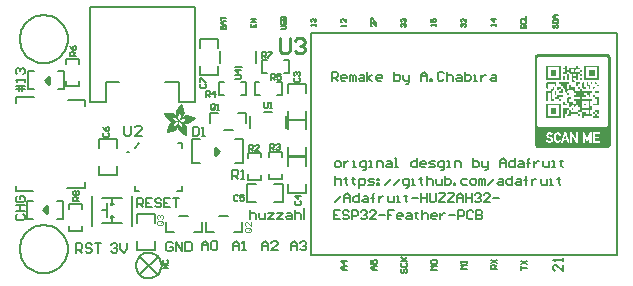
<source format=gto>
G04*
G04 #@! TF.GenerationSoftware,Altium Limited,Altium Designer,20.2.6 (244)*
G04*
G04 Layer_Color=65535*
%FSLAX25Y25*%
%MOIN*%
G70*
G04*
G04 #@! TF.SameCoordinates,35E5D78F-83E5-4AAB-BCDB-BF6E4E5D2065*
G04*
G04*
G04 #@! TF.FilePolarity,Positive*
G04*
G01*
G75*
%ADD10C,0.00591*%
%ADD11C,0.00500*%
%ADD12C,0.00600*%
%ADD13C,0.00984*%
%ADD14C,0.00787*%
%ADD15C,0.00512*%
%ADD16C,0.00400*%
%ADD17C,0.00700*%
%ADD18C,0.01000*%
%ADD19R,0.00494X0.03150*%
G36*
X198133Y75010D02*
X198195D01*
Y74947D01*
X198258D01*
Y74885D01*
X198320D01*
Y74823D01*
X198507D01*
Y74761D01*
X198569D01*
Y74698D01*
X198631D01*
Y74636D01*
X198694D01*
Y74574D01*
X198756D01*
Y74511D01*
X198694D01*
Y74449D01*
X198756D01*
Y74387D01*
X198818D01*
Y74325D01*
X198880D01*
Y74262D01*
X198818D01*
Y74200D01*
X198880D01*
Y74138D01*
X198943D01*
Y74076D01*
Y74013D01*
Y73951D01*
Y73889D01*
Y73826D01*
Y73764D01*
Y73702D01*
Y73640D01*
Y73577D01*
Y73515D01*
Y73453D01*
Y73390D01*
Y73328D01*
Y73266D01*
Y73203D01*
Y73141D01*
Y73079D01*
Y73017D01*
Y72954D01*
Y72892D01*
Y72830D01*
Y72768D01*
Y72705D01*
Y72643D01*
Y72581D01*
Y72518D01*
Y72456D01*
Y72394D01*
Y72332D01*
Y72269D01*
Y72207D01*
Y72145D01*
Y72083D01*
Y72020D01*
Y71958D01*
Y71896D01*
Y71833D01*
Y71771D01*
Y71709D01*
Y71647D01*
Y71584D01*
Y71522D01*
Y71460D01*
Y71398D01*
Y71335D01*
Y71273D01*
Y71211D01*
Y71148D01*
Y71086D01*
Y71024D01*
Y70961D01*
Y70899D01*
Y70837D01*
Y70775D01*
Y70712D01*
Y70650D01*
Y70588D01*
Y70525D01*
Y70463D01*
Y70401D01*
Y70339D01*
Y70276D01*
Y70214D01*
Y70152D01*
Y70090D01*
Y70027D01*
Y69965D01*
Y69903D01*
Y69841D01*
Y69778D01*
Y69716D01*
Y69654D01*
Y69591D01*
Y69529D01*
Y69467D01*
Y69405D01*
Y69342D01*
Y69280D01*
Y69218D01*
Y69155D01*
Y69093D01*
Y69031D01*
Y68969D01*
Y68906D01*
Y68844D01*
Y68782D01*
Y68720D01*
Y68657D01*
Y68595D01*
Y68533D01*
Y68470D01*
Y68408D01*
Y68346D01*
Y68283D01*
Y68221D01*
Y68159D01*
Y68097D01*
Y68034D01*
Y67972D01*
Y67910D01*
Y67848D01*
Y67785D01*
Y67723D01*
Y67661D01*
Y67598D01*
Y67536D01*
Y67474D01*
Y67412D01*
Y67349D01*
Y67287D01*
Y67225D01*
Y67163D01*
Y67100D01*
Y67038D01*
Y66976D01*
Y66913D01*
Y66851D01*
Y66789D01*
Y66726D01*
Y66664D01*
Y66602D01*
Y66540D01*
Y66477D01*
Y66415D01*
Y66353D01*
Y66291D01*
Y66228D01*
Y66166D01*
Y66104D01*
Y66041D01*
Y65979D01*
Y65917D01*
Y65855D01*
Y65792D01*
Y65730D01*
Y65668D01*
Y65605D01*
Y65543D01*
Y65481D01*
Y65419D01*
Y65356D01*
Y65294D01*
Y65232D01*
Y65170D01*
Y65107D01*
Y65045D01*
Y64983D01*
Y64921D01*
Y64858D01*
Y64796D01*
Y64734D01*
Y64671D01*
Y64609D01*
Y64547D01*
Y64485D01*
Y64422D01*
Y64360D01*
Y64298D01*
Y64235D01*
Y64173D01*
Y64111D01*
Y64049D01*
Y63986D01*
Y63924D01*
Y63862D01*
Y63799D01*
Y63737D01*
Y63675D01*
Y63613D01*
Y63550D01*
Y63488D01*
Y63426D01*
Y63363D01*
Y63301D01*
Y63239D01*
Y63177D01*
Y63114D01*
Y63052D01*
Y62990D01*
Y62928D01*
Y62865D01*
Y62803D01*
Y62741D01*
Y62678D01*
Y62616D01*
Y62554D01*
Y62492D01*
Y62429D01*
Y62367D01*
Y62305D01*
Y62242D01*
Y62180D01*
Y62118D01*
Y62056D01*
Y61993D01*
Y61931D01*
Y61869D01*
Y61806D01*
Y61744D01*
Y61682D01*
Y61620D01*
Y61557D01*
Y61495D01*
Y61433D01*
Y61371D01*
Y61308D01*
Y61246D01*
Y61184D01*
Y61121D01*
Y61059D01*
Y60997D01*
Y60935D01*
Y60872D01*
Y60810D01*
Y60748D01*
Y60685D01*
Y60623D01*
Y60561D01*
Y60499D01*
Y60436D01*
Y60374D01*
Y60312D01*
Y60250D01*
Y60187D01*
Y60125D01*
Y60063D01*
Y60000D01*
Y59938D01*
Y59876D01*
Y59814D01*
Y59751D01*
Y59689D01*
Y59627D01*
Y59565D01*
Y59502D01*
Y59440D01*
Y59378D01*
Y59315D01*
Y59253D01*
Y59191D01*
Y59128D01*
Y59066D01*
Y59004D01*
Y58942D01*
Y58879D01*
Y58817D01*
Y58755D01*
Y58693D01*
Y58630D01*
Y58568D01*
Y58506D01*
Y58443D01*
Y58381D01*
Y58319D01*
Y58257D01*
Y58194D01*
Y58132D01*
Y58070D01*
Y58008D01*
Y57945D01*
Y57883D01*
Y57821D01*
Y57758D01*
Y57696D01*
Y57634D01*
Y57572D01*
Y57509D01*
Y57447D01*
Y57385D01*
Y57322D01*
Y57260D01*
Y57198D01*
Y57136D01*
Y57073D01*
Y57011D01*
Y56949D01*
Y56887D01*
Y56824D01*
Y56762D01*
Y56700D01*
Y56637D01*
Y56575D01*
Y56513D01*
Y56450D01*
Y56388D01*
Y56326D01*
Y56264D01*
Y56201D01*
Y56139D01*
Y56077D01*
Y56015D01*
Y55952D01*
Y55890D01*
Y55828D01*
Y55765D01*
Y55703D01*
Y55641D01*
Y55579D01*
Y55516D01*
Y55454D01*
Y55392D01*
Y55330D01*
Y55267D01*
Y55205D01*
Y55143D01*
Y55080D01*
Y55018D01*
Y54956D01*
Y54894D01*
Y54831D01*
Y54769D01*
Y54707D01*
Y54644D01*
Y54582D01*
Y54520D01*
Y54458D01*
Y54395D01*
Y54333D01*
Y54271D01*
Y54208D01*
Y54146D01*
Y54084D01*
Y54022D01*
Y53959D01*
Y53897D01*
Y53835D01*
Y53772D01*
Y53710D01*
Y53648D01*
Y53586D01*
Y53523D01*
Y53461D01*
Y53399D01*
Y53337D01*
Y53274D01*
Y53212D01*
Y53150D01*
Y53088D01*
Y53025D01*
Y52963D01*
Y52901D01*
Y52838D01*
Y52776D01*
Y52714D01*
Y52652D01*
Y52589D01*
Y52527D01*
Y52465D01*
Y52402D01*
Y52340D01*
Y52278D01*
Y52215D01*
Y52153D01*
Y52091D01*
Y52029D01*
Y51966D01*
Y51904D01*
Y51842D01*
Y51780D01*
Y51717D01*
Y51655D01*
Y51593D01*
Y51530D01*
Y51468D01*
Y51406D01*
Y51344D01*
Y51281D01*
Y51219D01*
Y51157D01*
Y51095D01*
Y51032D01*
Y50970D01*
Y50908D01*
Y50845D01*
Y50783D01*
Y50721D01*
Y50659D01*
Y50596D01*
Y50534D01*
Y50472D01*
Y50410D01*
Y50347D01*
Y50285D01*
Y50223D01*
Y50160D01*
Y50098D01*
Y50036D01*
Y49973D01*
Y49911D01*
Y49849D01*
Y49787D01*
Y49724D01*
Y49662D01*
Y49600D01*
Y49538D01*
Y49475D01*
Y49413D01*
Y49351D01*
Y49288D01*
Y49226D01*
Y49164D01*
Y49102D01*
Y49039D01*
Y48977D01*
Y48915D01*
Y48853D01*
Y48790D01*
Y48728D01*
Y48666D01*
Y48603D01*
Y48541D01*
Y48479D01*
Y48417D01*
Y48354D01*
Y48292D01*
Y48230D01*
Y48167D01*
Y48105D01*
Y48043D01*
Y47981D01*
Y47918D01*
Y47856D01*
Y47794D01*
Y47732D01*
Y47669D01*
Y47607D01*
Y47545D01*
Y47482D01*
Y47420D01*
Y47358D01*
Y47295D01*
Y47233D01*
Y47171D01*
Y47109D01*
Y47046D01*
Y46984D01*
Y46922D01*
Y46860D01*
Y46797D01*
Y46735D01*
Y46673D01*
Y46610D01*
Y46548D01*
Y46486D01*
Y46424D01*
Y46361D01*
Y46299D01*
Y46237D01*
Y46174D01*
Y46112D01*
Y46050D01*
Y45988D01*
Y45925D01*
Y45863D01*
Y45801D01*
Y45739D01*
Y45676D01*
Y45614D01*
Y45552D01*
Y45489D01*
Y45427D01*
Y45365D01*
Y45303D01*
Y45240D01*
Y45178D01*
Y45116D01*
Y45053D01*
Y44991D01*
Y44929D01*
Y44867D01*
Y44804D01*
Y44742D01*
Y44680D01*
Y44618D01*
Y44555D01*
X198880D01*
Y44618D01*
X198818D01*
Y44555D01*
X198880D01*
Y44493D01*
X198818D01*
Y44431D01*
X198880D01*
Y44368D01*
X198818D01*
Y44306D01*
X198756D01*
Y44244D01*
X198694D01*
Y44182D01*
X198756D01*
Y44119D01*
X198694D01*
Y44057D01*
X198631D01*
Y44119D01*
X198569D01*
Y44057D01*
X198631D01*
Y43995D01*
X198444D01*
Y43933D01*
X198507D01*
Y43870D01*
X198320D01*
Y43808D01*
X198258D01*
Y43746D01*
X198195D01*
Y43808D01*
X198133D01*
Y43746D01*
X198071D01*
Y43683D01*
X198008D01*
Y43746D01*
X197946D01*
Y43683D01*
X197884D01*
Y43746D01*
X197822D01*
Y43683D01*
X197884D01*
Y43621D01*
X197822D01*
Y43683D01*
X197759D01*
Y43746D01*
X197697D01*
Y43683D01*
X197759D01*
Y43621D01*
X197573D01*
Y43683D01*
X197510D01*
Y43746D01*
X197448D01*
Y43683D01*
X197510D01*
Y43621D01*
X197448D01*
Y43683D01*
X197386D01*
Y43746D01*
X197323D01*
Y43683D01*
X197386D01*
Y43621D01*
X197323D01*
Y43683D01*
X197261D01*
Y43746D01*
X197199D01*
Y43683D01*
X197261D01*
Y43621D01*
X197074D01*
Y43683D01*
X197012D01*
Y43746D01*
X196950D01*
Y43683D01*
X197012D01*
Y43621D01*
X196950D01*
Y43683D01*
X196887D01*
Y43746D01*
X196825D01*
Y43683D01*
X196887D01*
Y43621D01*
X196825D01*
Y43683D01*
X196763D01*
Y43746D01*
X196701D01*
Y43683D01*
X196763D01*
Y43621D01*
X196701D01*
Y43683D01*
X196638D01*
Y43746D01*
X196576D01*
Y43683D01*
X196638D01*
Y43621D01*
X196576D01*
Y43683D01*
X196514D01*
Y43746D01*
X196451D01*
Y43683D01*
X196514D01*
Y43621D01*
X196451D01*
Y43683D01*
X196389D01*
Y43746D01*
X196327D01*
Y43683D01*
X196389D01*
Y43621D01*
X196327D01*
Y43683D01*
X196265D01*
Y43746D01*
X196202D01*
Y43683D01*
X196265D01*
Y43621D01*
X196078D01*
Y43683D01*
X196016D01*
Y43746D01*
X195953D01*
Y43683D01*
X196016D01*
Y43621D01*
X195953D01*
Y43683D01*
X195891D01*
Y43746D01*
X195829D01*
Y43683D01*
X195891D01*
Y43621D01*
X195829D01*
Y43683D01*
X195766D01*
Y43746D01*
X195704D01*
Y43683D01*
X195766D01*
Y43621D01*
X195704D01*
Y43683D01*
X195642D01*
Y43746D01*
X195580D01*
Y43683D01*
X195642D01*
Y43621D01*
X195580D01*
Y43683D01*
X195517D01*
Y43746D01*
X195455D01*
Y43683D01*
X195517D01*
Y43621D01*
X195455D01*
Y43683D01*
X195393D01*
Y43746D01*
X195330D01*
Y43683D01*
X195393D01*
Y43621D01*
X195330D01*
Y43683D01*
X195268D01*
Y43746D01*
X195206D01*
Y43683D01*
X195268D01*
Y43621D01*
X195081D01*
Y43683D01*
X195019D01*
Y43746D01*
X194957D01*
Y43683D01*
X195019D01*
Y43621D01*
X194957D01*
Y43683D01*
X194895D01*
Y43746D01*
X194832D01*
Y43683D01*
X194895D01*
Y43621D01*
X194832D01*
Y43683D01*
X194770D01*
Y43746D01*
X194708D01*
Y43683D01*
X194770D01*
Y43621D01*
X194708D01*
Y43683D01*
X194645D01*
Y43746D01*
X194583D01*
Y43683D01*
X194645D01*
Y43621D01*
X194583D01*
Y43683D01*
X194521D01*
Y43746D01*
X194458D01*
Y43683D01*
X194521D01*
Y43621D01*
X194458D01*
Y43683D01*
X194396D01*
Y43746D01*
X194334D01*
Y43683D01*
X194396D01*
Y43621D01*
X194334D01*
Y43683D01*
X194272D01*
Y43746D01*
X194209D01*
Y43683D01*
X194272D01*
Y43621D01*
X194085D01*
Y43683D01*
X194023D01*
Y43746D01*
X193960D01*
Y43683D01*
X194023D01*
Y43621D01*
X193960D01*
Y43683D01*
X193898D01*
Y43746D01*
X193836D01*
Y43683D01*
X193898D01*
Y43621D01*
X193836D01*
Y43683D01*
X193773D01*
Y43746D01*
X193711D01*
Y43683D01*
X193773D01*
Y43621D01*
X193711D01*
Y43683D01*
X193649D01*
Y43746D01*
X193587D01*
Y43683D01*
X193649D01*
Y43621D01*
X193587D01*
Y43683D01*
X193524D01*
Y43746D01*
X193462D01*
Y43683D01*
X193524D01*
Y43621D01*
X193462D01*
Y43683D01*
X193400D01*
Y43746D01*
X193338D01*
Y43683D01*
X193400D01*
Y43621D01*
X193338D01*
Y43683D01*
X193275D01*
Y43746D01*
X193213D01*
Y43683D01*
X193275D01*
Y43621D01*
X193088D01*
Y43683D01*
X193026D01*
Y43746D01*
X192964D01*
Y43683D01*
X193026D01*
Y43621D01*
X192964D01*
Y43683D01*
X192902D01*
Y43746D01*
X192839D01*
Y43683D01*
X192902D01*
Y43621D01*
X192839D01*
Y43683D01*
X192777D01*
Y43746D01*
X192715D01*
Y43683D01*
X192777D01*
Y43621D01*
X192715D01*
Y43683D01*
X192652D01*
Y43746D01*
X192590D01*
Y43683D01*
X192652D01*
Y43621D01*
X192590D01*
Y43683D01*
X192528D01*
Y43746D01*
X192466D01*
Y43683D01*
X192528D01*
Y43621D01*
X192466D01*
Y43683D01*
X192403D01*
Y43746D01*
X192341D01*
Y43683D01*
X192403D01*
Y43621D01*
X192341D01*
Y43683D01*
X192279D01*
Y43746D01*
X192217D01*
Y43683D01*
X192279D01*
Y43621D01*
X192092D01*
Y43683D01*
X192030D01*
Y43746D01*
X191967D01*
Y43683D01*
X192030D01*
Y43621D01*
X191967D01*
Y43683D01*
X191905D01*
Y43746D01*
X191843D01*
Y43683D01*
X191905D01*
Y43621D01*
X191843D01*
Y43683D01*
X191780D01*
Y43746D01*
X191718D01*
Y43683D01*
X191780D01*
Y43621D01*
X191718D01*
Y43683D01*
X191656D01*
Y43746D01*
X191594D01*
Y43683D01*
X191656D01*
Y43621D01*
X191594D01*
Y43683D01*
X191531D01*
Y43746D01*
X191469D01*
Y43683D01*
X191531D01*
Y43621D01*
X191469D01*
Y43683D01*
X191407D01*
Y43746D01*
X191345D01*
Y43683D01*
X191407D01*
Y43621D01*
X191345D01*
Y43683D01*
X191282D01*
Y43746D01*
X191220D01*
Y43683D01*
X191282D01*
Y43621D01*
X191095D01*
Y43683D01*
X191033D01*
Y43746D01*
X190971D01*
Y43683D01*
X191033D01*
Y43621D01*
X190971D01*
Y43683D01*
X190909D01*
Y43746D01*
X190846D01*
Y43683D01*
X190909D01*
Y43621D01*
X190846D01*
Y43683D01*
X190784D01*
Y43746D01*
X190722D01*
Y43683D01*
X190784D01*
Y43621D01*
X190722D01*
Y43683D01*
X190659D01*
Y43746D01*
X190597D01*
Y43683D01*
X190659D01*
Y43621D01*
X190597D01*
Y43683D01*
X190535D01*
Y43746D01*
X190473D01*
Y43683D01*
X190535D01*
Y43621D01*
X190473D01*
Y43683D01*
X190410D01*
Y43746D01*
X190348D01*
Y43683D01*
X190410D01*
Y43621D01*
X190348D01*
Y43683D01*
X190286D01*
Y43746D01*
X190224D01*
Y43683D01*
X190286D01*
Y43621D01*
X190099D01*
Y43683D01*
X190037D01*
Y43746D01*
X189974D01*
Y43683D01*
X190037D01*
Y43621D01*
X189974D01*
Y43683D01*
X189912D01*
Y43746D01*
X189850D01*
Y43683D01*
X189912D01*
Y43621D01*
X189850D01*
Y43683D01*
X189788D01*
Y43746D01*
X189725D01*
Y43683D01*
X189788D01*
Y43621D01*
X189725D01*
Y43683D01*
X189663D01*
Y43746D01*
X189601D01*
Y43683D01*
X189663D01*
Y43621D01*
X189601D01*
Y43683D01*
X189539D01*
Y43746D01*
X189476D01*
Y43683D01*
X189539D01*
Y43621D01*
X189476D01*
Y43683D01*
X189414D01*
Y43746D01*
X189352D01*
Y43683D01*
X189414D01*
Y43621D01*
X189352D01*
Y43683D01*
X189289D01*
Y43746D01*
X189227D01*
Y43683D01*
X189289D01*
Y43621D01*
X189102D01*
Y43683D01*
X189040D01*
Y43746D01*
X188978D01*
Y43683D01*
X189040D01*
Y43621D01*
X188978D01*
Y43683D01*
X188916D01*
Y43746D01*
X188853D01*
Y43683D01*
X188916D01*
Y43621D01*
X188853D01*
Y43683D01*
X188791D01*
Y43746D01*
X188729D01*
Y43683D01*
X188791D01*
Y43621D01*
X188729D01*
Y43683D01*
X188667D01*
Y43746D01*
X188604D01*
Y43683D01*
X188667D01*
Y43621D01*
X188604D01*
Y43683D01*
X188542D01*
Y43746D01*
X188480D01*
Y43683D01*
X188542D01*
Y43621D01*
X188480D01*
Y43683D01*
X188417D01*
Y43746D01*
X188355D01*
Y43683D01*
X188417D01*
Y43621D01*
X188355D01*
Y43683D01*
X188293D01*
Y43746D01*
X188231D01*
Y43683D01*
X188293D01*
Y43621D01*
X188106D01*
Y43683D01*
X188044D01*
Y43746D01*
X187981D01*
Y43683D01*
X188044D01*
Y43621D01*
X187981D01*
Y43683D01*
X187919D01*
Y43746D01*
X187857D01*
Y43683D01*
X187919D01*
Y43621D01*
X187857D01*
Y43683D01*
X187795D01*
Y43746D01*
X187732D01*
Y43683D01*
X187795D01*
Y43621D01*
X187732D01*
Y43683D01*
X187670D01*
Y43746D01*
X187608D01*
Y43683D01*
X187670D01*
Y43621D01*
X187608D01*
Y43683D01*
X187546D01*
Y43746D01*
X187483D01*
Y43683D01*
X187546D01*
Y43621D01*
X187483D01*
Y43683D01*
X187421D01*
Y43746D01*
X187359D01*
Y43683D01*
X187421D01*
Y43621D01*
X187359D01*
Y43683D01*
X187296D01*
Y43746D01*
X187234D01*
Y43683D01*
X187296D01*
Y43621D01*
X187110D01*
Y43683D01*
X187047D01*
Y43746D01*
X186985D01*
Y43683D01*
X187047D01*
Y43621D01*
X186985D01*
Y43683D01*
X186923D01*
Y43746D01*
X186861D01*
Y43683D01*
X186923D01*
Y43621D01*
X186861D01*
Y43683D01*
X186798D01*
Y43746D01*
X186736D01*
Y43683D01*
X186798D01*
Y43621D01*
X186736D01*
Y43683D01*
X186674D01*
Y43746D01*
X186611D01*
Y43683D01*
X186674D01*
Y43621D01*
X186611D01*
Y43683D01*
X186549D01*
Y43746D01*
X186487D01*
Y43683D01*
X186549D01*
Y43621D01*
X186487D01*
Y43683D01*
X186425D01*
Y43746D01*
X186362D01*
Y43683D01*
X186425D01*
Y43621D01*
X186362D01*
Y43683D01*
X186300D01*
Y43746D01*
X186238D01*
Y43683D01*
X186300D01*
Y43621D01*
X186113D01*
Y43683D01*
X186051D01*
Y43746D01*
X185989D01*
Y43683D01*
X186051D01*
Y43621D01*
X185989D01*
Y43683D01*
X185926D01*
Y43746D01*
X185864D01*
Y43683D01*
X185926D01*
Y43621D01*
X185864D01*
Y43683D01*
X185802D01*
Y43746D01*
X185740D01*
Y43683D01*
X185802D01*
Y43621D01*
X185740D01*
Y43683D01*
X185677D01*
Y43746D01*
X185615D01*
Y43683D01*
X185677D01*
Y43621D01*
X185615D01*
Y43683D01*
X185553D01*
Y43746D01*
X185490D01*
Y43683D01*
X185553D01*
Y43621D01*
X185490D01*
Y43683D01*
X185428D01*
Y43746D01*
X185366D01*
Y43683D01*
X185428D01*
Y43621D01*
X185366D01*
Y43683D01*
X185303D01*
Y43746D01*
X185241D01*
Y43683D01*
X185303D01*
Y43621D01*
X185117D01*
Y43683D01*
X185054D01*
Y43746D01*
X184992D01*
Y43683D01*
X185054D01*
Y43621D01*
X184992D01*
Y43683D01*
X184930D01*
Y43746D01*
X184868D01*
Y43683D01*
X184930D01*
Y43621D01*
X184868D01*
Y43683D01*
X184805D01*
Y43746D01*
X184743D01*
Y43683D01*
X184805D01*
Y43621D01*
X184743D01*
Y43683D01*
X184681D01*
Y43746D01*
X184618D01*
Y43683D01*
X184681D01*
Y43621D01*
X184618D01*
Y43683D01*
X184556D01*
Y43746D01*
X184494D01*
Y43683D01*
X184556D01*
Y43621D01*
X184494D01*
Y43683D01*
X184432D01*
Y43746D01*
X184369D01*
Y43683D01*
X184432D01*
Y43621D01*
X184369D01*
Y43683D01*
X184307D01*
Y43746D01*
X184245D01*
Y43683D01*
X184307D01*
Y43621D01*
X184120D01*
Y43683D01*
X184058D01*
Y43746D01*
X183996D01*
Y43683D01*
X184058D01*
Y43621D01*
X183996D01*
Y43683D01*
X183933D01*
Y43746D01*
X183871D01*
Y43683D01*
X183933D01*
Y43621D01*
X183871D01*
Y43683D01*
X183809D01*
Y43746D01*
X183747D01*
Y43683D01*
X183809D01*
Y43621D01*
X183747D01*
Y43683D01*
X183684D01*
Y43746D01*
X183622D01*
Y43683D01*
X183684D01*
Y43621D01*
X183622D01*
Y43683D01*
X183560D01*
Y43746D01*
X183497D01*
Y43683D01*
X183560D01*
Y43621D01*
X183497D01*
Y43683D01*
X183435D01*
Y43746D01*
X183373D01*
Y43683D01*
X183435D01*
Y43621D01*
X183373D01*
Y43683D01*
X183311D01*
Y43746D01*
X183248D01*
Y43683D01*
X183311D01*
Y43621D01*
X183124D01*
Y43683D01*
X183062D01*
Y43746D01*
X182999D01*
Y43683D01*
X183062D01*
Y43621D01*
X182999D01*
Y43683D01*
X182937D01*
Y43746D01*
X182875D01*
Y43683D01*
X182937D01*
Y43621D01*
X182875D01*
Y43683D01*
X182812D01*
Y43746D01*
X182750D01*
Y43683D01*
X182812D01*
Y43621D01*
X182750D01*
Y43683D01*
X182688D01*
Y43746D01*
X182625D01*
Y43683D01*
X182688D01*
Y43621D01*
X182625D01*
Y43683D01*
X182563D01*
Y43746D01*
X182501D01*
Y43683D01*
X182563D01*
Y43621D01*
X182501D01*
Y43683D01*
X182439D01*
Y43746D01*
X182376D01*
Y43683D01*
X182439D01*
Y43621D01*
X182376D01*
Y43683D01*
X182314D01*
Y43746D01*
X182252D01*
Y43683D01*
X182314D01*
Y43621D01*
X182127D01*
Y43683D01*
X182065D01*
Y43746D01*
X182003D01*
Y43683D01*
X182065D01*
Y43621D01*
X182003D01*
Y43683D01*
X181940D01*
Y43746D01*
X181878D01*
Y43683D01*
X181940D01*
Y43621D01*
X181878D01*
Y43683D01*
X181816D01*
Y43746D01*
X181754D01*
Y43683D01*
X181816D01*
Y43621D01*
X181754D01*
Y43683D01*
X181691D01*
Y43746D01*
X181629D01*
Y43683D01*
X181691D01*
Y43621D01*
X181629D01*
Y43683D01*
X181567D01*
Y43746D01*
X181504D01*
Y43683D01*
X181567D01*
Y43621D01*
X181504D01*
Y43683D01*
X181442D01*
Y43746D01*
X181380D01*
Y43683D01*
X181442D01*
Y43621D01*
X181380D01*
Y43683D01*
X181318D01*
Y43746D01*
X181255D01*
Y43683D01*
X181318D01*
Y43621D01*
X181131D01*
Y43683D01*
X181069D01*
Y43746D01*
X181006D01*
Y43683D01*
X181069D01*
Y43621D01*
X181006D01*
Y43683D01*
X180944D01*
Y43746D01*
X180882D01*
Y43683D01*
X180944D01*
Y43621D01*
X180882D01*
Y43683D01*
X180819D01*
Y43746D01*
X180757D01*
Y43683D01*
X180819D01*
Y43621D01*
X180757D01*
Y43683D01*
X180695D01*
Y43746D01*
X180633D01*
Y43683D01*
X180695D01*
Y43621D01*
X180633D01*
Y43683D01*
X180570D01*
Y43746D01*
X180508D01*
Y43683D01*
X180570D01*
Y43621D01*
X180508D01*
Y43683D01*
X180446D01*
Y43746D01*
X180384D01*
Y43683D01*
X180446D01*
Y43621D01*
X180384D01*
Y43683D01*
X180321D01*
Y43746D01*
X180259D01*
Y43683D01*
X180321D01*
Y43621D01*
X180134D01*
Y43683D01*
X180072D01*
Y43746D01*
X180010D01*
Y43683D01*
X180072D01*
Y43621D01*
X180010D01*
Y43683D01*
X179947D01*
Y43746D01*
X179885D01*
Y43683D01*
X179947D01*
Y43621D01*
X179885D01*
Y43683D01*
X179823D01*
Y43746D01*
X179761D01*
Y43683D01*
X179823D01*
Y43621D01*
X179761D01*
Y43683D01*
X179698D01*
Y43746D01*
X179636D01*
Y43683D01*
X179698D01*
Y43621D01*
X179636D01*
Y43683D01*
X179574D01*
Y43746D01*
X179512D01*
Y43683D01*
X179574D01*
Y43621D01*
X179512D01*
Y43683D01*
X179449D01*
Y43746D01*
X179387D01*
Y43683D01*
X179449D01*
Y43621D01*
X179387D01*
Y43683D01*
X179325D01*
Y43746D01*
X179262D01*
Y43683D01*
X179325D01*
Y43621D01*
X179138D01*
Y43683D01*
X179076D01*
Y43746D01*
X179013D01*
Y43683D01*
X179076D01*
Y43621D01*
X179013D01*
Y43683D01*
X178951D01*
Y43746D01*
X178889D01*
Y43683D01*
X178951D01*
Y43621D01*
X178889D01*
Y43683D01*
X178826D01*
Y43746D01*
X178764D01*
Y43683D01*
X178826D01*
Y43621D01*
X178764D01*
Y43683D01*
X178702D01*
Y43746D01*
X178640D01*
Y43683D01*
X178702D01*
Y43621D01*
X178640D01*
Y43683D01*
X178577D01*
Y43746D01*
X178515D01*
Y43683D01*
X178577D01*
Y43621D01*
X178515D01*
Y43683D01*
X178453D01*
Y43746D01*
X178391D01*
Y43683D01*
X178453D01*
Y43621D01*
X178391D01*
Y43683D01*
X178328D01*
Y43746D01*
X178266D01*
Y43683D01*
X178328D01*
Y43621D01*
X178141D01*
Y43683D01*
X178079D01*
Y43746D01*
X178017D01*
Y43683D01*
X178079D01*
Y43621D01*
X178017D01*
Y43683D01*
X177955D01*
Y43746D01*
X177892D01*
Y43683D01*
X177955D01*
Y43621D01*
X177892D01*
Y43683D01*
X177830D01*
Y43746D01*
X177768D01*
Y43683D01*
X177830D01*
Y43621D01*
X177768D01*
Y43683D01*
X177706D01*
Y43746D01*
X177643D01*
Y43683D01*
X177706D01*
Y43621D01*
X177643D01*
Y43683D01*
X177581D01*
Y43746D01*
X177519D01*
Y43683D01*
X177581D01*
Y43621D01*
X177519D01*
Y43683D01*
X177456D01*
Y43746D01*
X177394D01*
Y43683D01*
X177456D01*
Y43621D01*
X177394D01*
Y43683D01*
X177332D01*
Y43746D01*
X177270D01*
Y43683D01*
X177332D01*
Y43621D01*
X177145D01*
Y43683D01*
X177083D01*
Y43746D01*
X177020D01*
Y43683D01*
X177083D01*
Y43621D01*
X177020D01*
Y43683D01*
X176958D01*
Y43746D01*
X176896D01*
Y43683D01*
X176958D01*
Y43621D01*
X176896D01*
Y43683D01*
X176834D01*
Y43746D01*
X176771D01*
Y43683D01*
X176834D01*
Y43621D01*
X176771D01*
Y43683D01*
X176709D01*
Y43746D01*
X176647D01*
Y43683D01*
X176709D01*
Y43621D01*
X176647D01*
Y43683D01*
X176584D01*
Y43746D01*
X176522D01*
Y43683D01*
X176584D01*
Y43621D01*
X176522D01*
Y43683D01*
X176460D01*
Y43746D01*
X176398D01*
Y43683D01*
X176460D01*
Y43621D01*
X176398D01*
Y43683D01*
X176335D01*
Y43746D01*
X176273D01*
Y43683D01*
X176335D01*
Y43621D01*
X176148D01*
Y43683D01*
X176086D01*
Y43746D01*
X176024D01*
Y43683D01*
X176086D01*
Y43621D01*
X176024D01*
Y43683D01*
X175962D01*
Y43746D01*
X175899D01*
Y43683D01*
X175962D01*
Y43621D01*
X175899D01*
Y43683D01*
X175837D01*
Y43746D01*
X175775D01*
Y43683D01*
X175837D01*
Y43621D01*
X175775D01*
Y43683D01*
X175713D01*
Y43746D01*
X175650D01*
Y43683D01*
X175713D01*
Y43621D01*
X175650D01*
Y43683D01*
X175588D01*
Y43746D01*
X175526D01*
Y43683D01*
X175588D01*
Y43621D01*
X175526D01*
Y43683D01*
X175463D01*
Y43746D01*
X175401D01*
Y43683D01*
X175463D01*
Y43621D01*
X175401D01*
Y43683D01*
X175339D01*
Y43746D01*
X175277D01*
Y43683D01*
X175339D01*
Y43621D01*
X175152D01*
Y43683D01*
X175090D01*
Y43746D01*
X175028D01*
Y43683D01*
X175090D01*
Y43621D01*
X175028D01*
Y43683D01*
X174965D01*
Y43746D01*
X174903D01*
Y43683D01*
X174965D01*
Y43621D01*
X174903D01*
Y43683D01*
X174841D01*
Y43746D01*
X174778D01*
Y43683D01*
X174841D01*
Y43621D01*
X174778D01*
Y43683D01*
X174716D01*
Y43746D01*
X174654D01*
Y43683D01*
X174716D01*
Y43621D01*
X174654D01*
Y43683D01*
X174592D01*
Y43746D01*
X174405D01*
Y43808D01*
X174342D01*
Y43870D01*
X174280D01*
Y43808D01*
X174342D01*
Y43746D01*
X174280D01*
Y43808D01*
X174218D01*
Y43870D01*
X174156D01*
Y43933D01*
X174093D01*
Y43995D01*
X174031D01*
Y44057D01*
X173969D01*
Y44119D01*
X173907D01*
Y44182D01*
X173844D01*
Y44244D01*
X173782D01*
Y44306D01*
X173844D01*
Y44368D01*
X173782D01*
Y44431D01*
X173720D01*
Y44493D01*
X173782D01*
Y44555D01*
X173720D01*
Y44618D01*
X173657D01*
Y44680D01*
X173720D01*
Y44742D01*
X173657D01*
Y44804D01*
Y44867D01*
Y44929D01*
Y44991D01*
Y45053D01*
Y45116D01*
Y45178D01*
Y45240D01*
Y45303D01*
Y45365D01*
Y45427D01*
Y45489D01*
Y45552D01*
Y45614D01*
Y45676D01*
Y45739D01*
Y45801D01*
Y45863D01*
Y45925D01*
Y45988D01*
Y46050D01*
Y46112D01*
Y46174D01*
Y46237D01*
Y46299D01*
Y46361D01*
Y46424D01*
Y46486D01*
Y46548D01*
Y46610D01*
Y46673D01*
Y46735D01*
Y46797D01*
Y46860D01*
Y46922D01*
Y46984D01*
Y47046D01*
Y47109D01*
Y47171D01*
Y47233D01*
Y47295D01*
Y47358D01*
Y47420D01*
Y47482D01*
Y47545D01*
Y47607D01*
Y47669D01*
Y47732D01*
Y47794D01*
Y47856D01*
Y47918D01*
Y47981D01*
Y48043D01*
Y48105D01*
Y48167D01*
Y48230D01*
Y48292D01*
Y48354D01*
Y48417D01*
Y48479D01*
Y48541D01*
Y48603D01*
Y48666D01*
Y48728D01*
Y48790D01*
Y48853D01*
Y48915D01*
Y48977D01*
Y49039D01*
Y49102D01*
Y49164D01*
Y49226D01*
Y49288D01*
Y49351D01*
Y49413D01*
Y49475D01*
Y49538D01*
Y49600D01*
Y49662D01*
Y49724D01*
Y49787D01*
Y49849D01*
Y49911D01*
Y49973D01*
Y50036D01*
Y50098D01*
Y50160D01*
Y50223D01*
Y50285D01*
Y50347D01*
Y50410D01*
Y50472D01*
Y50534D01*
Y50596D01*
Y50659D01*
Y50721D01*
Y50783D01*
Y50845D01*
Y50908D01*
Y50970D01*
Y51032D01*
Y51095D01*
Y51157D01*
Y51219D01*
Y51281D01*
Y51344D01*
Y51406D01*
Y51468D01*
Y51530D01*
Y51593D01*
Y51655D01*
Y51717D01*
Y51780D01*
Y51842D01*
Y51904D01*
Y51966D01*
Y52029D01*
Y52091D01*
Y52153D01*
Y52215D01*
Y52278D01*
Y52340D01*
Y52402D01*
Y52465D01*
Y52527D01*
Y52589D01*
Y52652D01*
Y52714D01*
Y52776D01*
Y52838D01*
Y52901D01*
Y52963D01*
Y53025D01*
Y53088D01*
Y53150D01*
Y53212D01*
Y53274D01*
Y53337D01*
Y53399D01*
Y53461D01*
Y53523D01*
Y53586D01*
Y53648D01*
Y53710D01*
Y53772D01*
Y53835D01*
Y53897D01*
Y53959D01*
Y54022D01*
Y54084D01*
Y54146D01*
Y54208D01*
Y54271D01*
Y54333D01*
Y54395D01*
Y54458D01*
Y54520D01*
Y54582D01*
Y54644D01*
Y54707D01*
Y54769D01*
Y54831D01*
Y54894D01*
Y54956D01*
Y55018D01*
Y55080D01*
Y55143D01*
Y55205D01*
Y55267D01*
Y55330D01*
Y55392D01*
Y55454D01*
Y55516D01*
Y55579D01*
Y55641D01*
Y55703D01*
Y55765D01*
Y55828D01*
Y55890D01*
Y55952D01*
Y56015D01*
Y56077D01*
Y56139D01*
Y56201D01*
Y56264D01*
Y56326D01*
Y56388D01*
Y56450D01*
Y56513D01*
Y56575D01*
Y56637D01*
Y56700D01*
Y56762D01*
Y56824D01*
Y56887D01*
Y56949D01*
Y57011D01*
Y57073D01*
Y57136D01*
Y57198D01*
Y57260D01*
Y57322D01*
Y57385D01*
Y57447D01*
Y57509D01*
Y57572D01*
Y57634D01*
Y57696D01*
Y57758D01*
Y57821D01*
Y57883D01*
Y57945D01*
Y58008D01*
Y58070D01*
Y58132D01*
Y58194D01*
Y58257D01*
Y58319D01*
Y58381D01*
Y58443D01*
Y58506D01*
Y58568D01*
Y58630D01*
Y58693D01*
Y58755D01*
Y58817D01*
Y58879D01*
Y58942D01*
Y59004D01*
Y59066D01*
Y59128D01*
Y59191D01*
Y59253D01*
Y59315D01*
Y59378D01*
Y59440D01*
Y59502D01*
Y59565D01*
Y59627D01*
Y59689D01*
Y59751D01*
Y59814D01*
Y59876D01*
Y59938D01*
Y60000D01*
Y60063D01*
Y60125D01*
Y60187D01*
Y60250D01*
Y60312D01*
Y60374D01*
Y60436D01*
Y60499D01*
Y60561D01*
Y60623D01*
Y60685D01*
Y60748D01*
Y60810D01*
Y60872D01*
Y60935D01*
Y60997D01*
Y61059D01*
Y61121D01*
Y61184D01*
Y61246D01*
Y61308D01*
Y61371D01*
Y61433D01*
Y61495D01*
Y61557D01*
Y61620D01*
Y61682D01*
Y61744D01*
Y61806D01*
Y61869D01*
Y61931D01*
Y61993D01*
Y62056D01*
Y62118D01*
Y62180D01*
Y62242D01*
Y62305D01*
Y62367D01*
Y62429D01*
Y62492D01*
Y62554D01*
Y62616D01*
Y62678D01*
Y62741D01*
Y62803D01*
Y62865D01*
Y62928D01*
Y62990D01*
Y63052D01*
Y63114D01*
Y63177D01*
Y63239D01*
Y63301D01*
Y63363D01*
Y63426D01*
Y63488D01*
Y63550D01*
Y63613D01*
Y63675D01*
Y63737D01*
Y63799D01*
Y63862D01*
Y63924D01*
Y63986D01*
Y64049D01*
Y64111D01*
Y64173D01*
Y64235D01*
Y64298D01*
Y64360D01*
Y64422D01*
Y64485D01*
Y64547D01*
Y64609D01*
Y64671D01*
Y64734D01*
Y64796D01*
Y64858D01*
Y64921D01*
Y64983D01*
Y65045D01*
Y65107D01*
Y65170D01*
Y65232D01*
Y65294D01*
Y65356D01*
Y65419D01*
Y65481D01*
Y65543D01*
Y65605D01*
Y65668D01*
Y65730D01*
Y65792D01*
Y65855D01*
Y65917D01*
Y65979D01*
Y66041D01*
Y66104D01*
Y66166D01*
Y66228D01*
Y66291D01*
Y66353D01*
Y66415D01*
Y66477D01*
Y66540D01*
Y66602D01*
Y66664D01*
Y66726D01*
Y66789D01*
Y66851D01*
Y66913D01*
Y66976D01*
Y67038D01*
Y67100D01*
Y67163D01*
Y67225D01*
Y67287D01*
Y67349D01*
Y67412D01*
Y67474D01*
Y67536D01*
Y67598D01*
Y67661D01*
Y67723D01*
Y67785D01*
Y67848D01*
Y67910D01*
Y67972D01*
Y68034D01*
Y68097D01*
Y68159D01*
Y68221D01*
Y68283D01*
Y68346D01*
Y68408D01*
Y68470D01*
Y68533D01*
Y68595D01*
Y68657D01*
Y68720D01*
Y68782D01*
Y68844D01*
Y68906D01*
Y68969D01*
Y69031D01*
Y69093D01*
Y69155D01*
Y69218D01*
Y69280D01*
Y69342D01*
Y69405D01*
Y69467D01*
Y69529D01*
Y69591D01*
Y69654D01*
Y69716D01*
Y69778D01*
Y69841D01*
Y69903D01*
Y69965D01*
Y70027D01*
Y70090D01*
Y70152D01*
Y70214D01*
Y70276D01*
Y70339D01*
Y70401D01*
Y70463D01*
Y70525D01*
Y70588D01*
Y70650D01*
Y70712D01*
Y70775D01*
Y70837D01*
Y70899D01*
Y70961D01*
Y71024D01*
Y71086D01*
Y71148D01*
Y71211D01*
Y71273D01*
Y71335D01*
Y71398D01*
Y71460D01*
Y71522D01*
Y71584D01*
Y71647D01*
Y71709D01*
Y71771D01*
Y71833D01*
Y71896D01*
Y71958D01*
Y72020D01*
Y72083D01*
Y72145D01*
Y72207D01*
Y72269D01*
Y72332D01*
Y72394D01*
Y72456D01*
Y72518D01*
Y72581D01*
Y72643D01*
Y72705D01*
Y72768D01*
Y72830D01*
Y72892D01*
Y72954D01*
Y73017D01*
Y73079D01*
Y73141D01*
Y73203D01*
Y73266D01*
Y73328D01*
Y73390D01*
Y73453D01*
Y73515D01*
Y73577D01*
Y73640D01*
Y73702D01*
Y73764D01*
Y73826D01*
Y73889D01*
Y73951D01*
Y74013D01*
Y74076D01*
X173720D01*
Y74138D01*
X173657D01*
Y74200D01*
X173720D01*
Y74138D01*
X173782D01*
Y74200D01*
X173720D01*
Y74262D01*
X173782D01*
Y74325D01*
X173844D01*
Y74387D01*
X173782D01*
Y74449D01*
X173844D01*
Y74511D01*
X173907D01*
Y74574D01*
X173969D01*
Y74636D01*
X174031D01*
Y74698D01*
X174093D01*
Y74761D01*
X174156D01*
Y74823D01*
X174218D01*
Y74885D01*
X174280D01*
Y74947D01*
X174467D01*
Y75010D01*
X174529D01*
Y74947D01*
X174592D01*
Y75010D01*
X174529D01*
Y75072D01*
X174592D01*
Y75010D01*
X174654D01*
Y75072D01*
X198008D01*
Y75010D01*
X198071D01*
Y74947D01*
X198133D01*
Y75010D01*
X198071D01*
Y75072D01*
X198133D01*
Y75010D01*
D02*
G37*
G36*
X55988Y58282D02*
X56021D01*
Y58265D01*
X56055D01*
Y58249D01*
X56089D01*
Y58232D01*
X56105D01*
Y58215D01*
X56122D01*
Y58198D01*
X56139D01*
Y58181D01*
X56156D01*
Y58164D01*
Y58148D01*
X56173D01*
Y58131D01*
Y58114D01*
X56190D01*
Y58097D01*
X56206D01*
Y58080D01*
Y58064D01*
Y58047D01*
X56223D01*
Y58030D01*
Y58013D01*
Y57996D01*
X56240D01*
Y57979D01*
Y57963D01*
Y57946D01*
Y57929D01*
X56274D01*
Y57912D01*
Y57895D01*
Y57878D01*
Y57862D01*
X56291D01*
Y57845D01*
Y57828D01*
Y57811D01*
Y57794D01*
X56307D01*
Y57777D01*
Y57761D01*
Y57744D01*
Y57727D01*
X56341D01*
Y57710D01*
Y57693D01*
Y57677D01*
Y57660D01*
X56358D01*
Y57643D01*
Y57626D01*
Y57609D01*
Y57592D01*
X56375D01*
Y57576D01*
Y57559D01*
Y57542D01*
Y57525D01*
X56391D01*
Y57508D01*
X56408D01*
Y57491D01*
Y57475D01*
Y57458D01*
Y57441D01*
X56425D01*
Y57424D01*
Y57407D01*
Y57390D01*
Y57374D01*
X56442D01*
Y57357D01*
Y57340D01*
Y57323D01*
X56459D01*
Y57306D01*
Y57289D01*
X56476D01*
Y57273D01*
Y57256D01*
Y57239D01*
Y57222D01*
X56492D01*
Y57205D01*
Y57189D01*
Y57172D01*
Y57155D01*
X56509D01*
Y57138D01*
X56526D01*
Y57121D01*
Y57104D01*
Y57088D01*
X56543D01*
Y57071D01*
Y57054D01*
Y57037D01*
Y57020D01*
X56560D01*
Y57003D01*
Y56987D01*
Y56970D01*
Y56953D01*
X56577D01*
Y56936D01*
X56593D01*
Y56919D01*
Y56902D01*
Y56886D01*
Y56869D01*
X56610D01*
Y56852D01*
Y56835D01*
Y56818D01*
X56627D01*
Y56802D01*
Y56785D01*
Y56768D01*
Y56751D01*
Y56734D01*
X56644D01*
Y56717D01*
X56661D01*
Y56701D01*
Y56684D01*
Y56667D01*
Y56650D01*
X56678D01*
Y56633D01*
Y56616D01*
Y56600D01*
Y56583D01*
X56694D01*
Y56566D01*
Y56549D01*
Y56532D01*
X56711D01*
Y56516D01*
X56728D01*
Y56499D01*
Y56482D01*
Y56465D01*
Y56448D01*
X56745D01*
Y56431D01*
Y56415D01*
Y56398D01*
Y56381D01*
X56762D01*
Y56364D01*
Y56347D01*
Y56331D01*
Y56314D01*
X56778D01*
Y56297D01*
X56795D01*
Y56280D01*
Y56263D01*
Y56246D01*
X56812D01*
Y56230D01*
Y56213D01*
Y56196D01*
Y56179D01*
X56829D01*
Y56162D01*
Y56145D01*
Y56129D01*
Y56112D01*
X56846D01*
Y56095D01*
X56862D01*
Y56078D01*
Y56061D01*
Y56044D01*
Y56028D01*
Y56011D01*
X56879D01*
Y55994D01*
Y55977D01*
Y55960D01*
Y55944D01*
Y55927D01*
X56896D01*
Y55910D01*
Y55893D01*
Y55876D01*
X56913D01*
Y55859D01*
Y55843D01*
Y55826D01*
Y55809D01*
Y55792D01*
Y55775D01*
X56930D01*
Y55758D01*
Y55742D01*
Y55725D01*
Y55708D01*
Y55691D01*
Y55674D01*
Y55657D01*
Y55641D01*
Y55624D01*
Y55607D01*
Y55590D01*
Y55573D01*
X56947D01*
Y55556D01*
Y55540D01*
Y55523D01*
Y55506D01*
Y55489D01*
Y55472D01*
Y55456D01*
Y55439D01*
Y55422D01*
Y55405D01*
Y55388D01*
Y55371D01*
Y55355D01*
Y55338D01*
Y55321D01*
Y55304D01*
Y55287D01*
Y55270D01*
X56930D01*
Y55254D01*
Y55237D01*
Y55220D01*
Y55203D01*
Y55186D01*
Y55169D01*
Y55153D01*
Y55136D01*
Y55119D01*
Y55102D01*
Y55085D01*
X56913D01*
Y55069D01*
Y55052D01*
Y55035D01*
Y55018D01*
Y55001D01*
Y54984D01*
X56896D01*
Y54968D01*
Y54951D01*
X56879D01*
Y54934D01*
Y54917D01*
Y54900D01*
Y54883D01*
X56862D01*
Y54867D01*
Y54850D01*
Y54833D01*
Y54816D01*
X56846D01*
Y54799D01*
Y54782D01*
X56829D01*
Y54766D01*
Y54749D01*
X56812D01*
Y54732D01*
Y54715D01*
Y54698D01*
X56795D01*
Y54682D01*
Y54665D01*
Y54648D01*
X56778D01*
Y54631D01*
Y54614D01*
X56745D01*
Y54598D01*
Y54581D01*
Y54564D01*
X56728D01*
Y54547D01*
Y54530D01*
X56711D01*
Y54513D01*
Y54497D01*
X56678D01*
Y54480D01*
Y54463D01*
X56661D01*
Y54446D01*
Y54429D01*
X56644D01*
Y54412D01*
X56627D01*
Y54396D01*
X56610D01*
Y54379D01*
Y54362D01*
X56593D01*
Y54345D01*
X56577D01*
Y54328D01*
X56560D01*
Y54311D01*
X56543D01*
Y54295D01*
Y54278D01*
X56526D01*
Y54261D01*
Y54244D01*
X56492D01*
Y54227D01*
X56476D01*
Y54211D01*
Y54194D01*
X56442D01*
Y54177D01*
Y54160D01*
X56459D01*
Y54143D01*
X56492D01*
Y54160D01*
X56509D01*
Y54177D01*
X56526D01*
Y54194D01*
X56560D01*
Y54211D01*
Y54227D01*
X56577D01*
Y54244D01*
X56610D01*
Y54261D01*
X56627D01*
Y54278D01*
X56644D01*
Y54295D01*
X56678D01*
Y54311D01*
X56694D01*
Y54328D01*
X56728D01*
Y54345D01*
X56745D01*
Y54362D01*
X56762D01*
Y54379D01*
X56795D01*
Y54396D01*
X56829D01*
Y54412D01*
Y54429D01*
X56862D01*
Y54446D01*
X56896D01*
Y54463D01*
X56947D01*
Y54480D01*
X56963D01*
Y54497D01*
X56997D01*
Y54513D01*
X57048D01*
Y54530D01*
X57098D01*
Y54547D01*
X57132D01*
Y54564D01*
X57182D01*
Y54581D01*
X57266D01*
Y54598D01*
X57334D01*
Y54614D01*
X57401D01*
Y54631D01*
X57586D01*
Y54648D01*
X57855D01*
Y54631D01*
X58074D01*
Y54614D01*
X58141D01*
Y54598D01*
X58225D01*
Y54581D01*
X58310D01*
Y54564D01*
X58394D01*
Y54547D01*
X58411D01*
Y54530D01*
X58478D01*
Y54513D01*
X58545D01*
Y54497D01*
X58612D01*
Y54480D01*
X58629D01*
Y54463D01*
X58697D01*
Y54446D01*
X58764D01*
Y54429D01*
X58814D01*
Y54412D01*
X58831D01*
Y54396D01*
X58898D01*
Y54379D01*
X58966D01*
Y54362D01*
X59033D01*
Y54345D01*
X59050D01*
Y54328D01*
X59117D01*
Y54311D01*
X59184D01*
Y54295D01*
X59235D01*
Y54278D01*
X59269D01*
Y54261D01*
X59336D01*
Y54244D01*
X59386D01*
Y54227D01*
X59420D01*
Y54211D01*
X59470D01*
Y54194D01*
X59555D01*
Y54177D01*
X59605D01*
Y54160D01*
X59622D01*
Y54143D01*
X59689D01*
Y54126D01*
X59756D01*
Y54110D01*
X59824D01*
Y54093D01*
X59841D01*
Y54076D01*
X59908D01*
Y54059D01*
X59975D01*
Y54042D01*
X60026D01*
Y54025D01*
X60043D01*
Y54009D01*
X60127D01*
Y53992D01*
X60177D01*
Y53975D01*
X60244D01*
Y53958D01*
X60261D01*
Y53941D01*
X60312D01*
Y53924D01*
X60379D01*
Y53908D01*
X60413D01*
Y53891D01*
X60430D01*
Y53874D01*
X60463D01*
Y53857D01*
X60497D01*
Y53840D01*
Y53824D01*
X60514D01*
Y53807D01*
X60531D01*
Y53790D01*
X60547D01*
Y53773D01*
X60564D01*
Y53756D01*
X60581D01*
Y53739D01*
Y53723D01*
X60598D01*
Y53706D01*
Y53689D01*
Y53672D01*
Y53655D01*
Y53638D01*
Y53622D01*
Y53605D01*
X60631D01*
Y53588D01*
Y53571D01*
Y53554D01*
Y53537D01*
Y53521D01*
Y53504D01*
Y53487D01*
X60598D01*
Y53470D01*
Y53453D01*
Y53436D01*
Y53420D01*
X60581D01*
Y53403D01*
Y53386D01*
X60564D01*
Y53369D01*
X60547D01*
Y53352D01*
Y53336D01*
X60531D01*
Y53319D01*
X60514D01*
Y53302D01*
X60497D01*
Y53285D01*
X60480D01*
Y53268D01*
X60463D01*
Y53251D01*
X60446D01*
Y53235D01*
X60430D01*
Y53218D01*
X60396D01*
Y53201D01*
X60379D01*
Y53184D01*
X60362D01*
Y53167D01*
X60345D01*
Y53150D01*
X60312D01*
Y53134D01*
X60278D01*
Y53117D01*
X60261D01*
Y53100D01*
X60244D01*
Y53083D01*
X60211D01*
Y53066D01*
X60194D01*
Y53049D01*
X60177D01*
Y53033D01*
X60144D01*
Y53016D01*
X60127D01*
Y52999D01*
X60093D01*
Y52982D01*
X60076D01*
Y52965D01*
X60059D01*
Y52949D01*
X60026D01*
Y52932D01*
X59992D01*
Y52915D01*
Y52898D01*
X59958D01*
Y52881D01*
X59925D01*
Y52864D01*
X59908D01*
Y52848D01*
X59891D01*
Y52831D01*
X59874D01*
Y52814D01*
X59841D01*
Y52797D01*
X59824D01*
Y52780D01*
X59807D01*
Y52763D01*
X59773D01*
Y52747D01*
X59740D01*
Y52730D01*
Y52713D01*
X59706D01*
Y52696D01*
X59672D01*
Y52679D01*
X59656D01*
Y52662D01*
X59639D01*
Y52646D01*
X59605D01*
Y52629D01*
X59588D01*
Y52612D01*
X59555D01*
Y52595D01*
X59538D01*
Y52578D01*
X59521D01*
Y52562D01*
X59487D01*
Y52545D01*
X59470D01*
Y52528D01*
X59454D01*
Y52511D01*
X59420D01*
Y52494D01*
X59403D01*
Y52478D01*
X59386D01*
Y52461D01*
X59353D01*
Y52444D01*
X59319D01*
Y52427D01*
X59302D01*
Y52410D01*
X59285D01*
Y52393D01*
X59252D01*
Y52377D01*
X59235D01*
Y52360D01*
X59201D01*
Y52343D01*
X59184D01*
Y52326D01*
X59168D01*
Y52309D01*
X59134D01*
Y52292D01*
X59117D01*
Y52276D01*
X59100D01*
Y52259D01*
X59067D01*
Y52242D01*
X59050D01*
Y52225D01*
X59016D01*
Y52208D01*
X58999D01*
Y52191D01*
X58982D01*
Y52175D01*
X58949D01*
Y52158D01*
X58932D01*
Y52141D01*
X58915D01*
Y52124D01*
X58882D01*
Y52107D01*
X58865D01*
Y52091D01*
X58848D01*
Y52074D01*
X58814D01*
Y52057D01*
X58798D01*
Y52040D01*
X58764D01*
Y52023D01*
X58747D01*
Y52006D01*
X58713D01*
Y51990D01*
X58680D01*
Y51973D01*
X58646D01*
Y51956D01*
X58629D01*
Y51939D01*
X58596D01*
Y51922D01*
X58562D01*
Y51905D01*
X58528D01*
Y51889D01*
X58511D01*
Y51872D01*
X58461D01*
Y51855D01*
X58427D01*
Y51838D01*
X58377D01*
Y51821D01*
X58360D01*
Y51804D01*
X58310D01*
Y51788D01*
X58259D01*
Y51771D01*
X58209D01*
Y51754D01*
X58175D01*
Y51737D01*
X58108D01*
Y51720D01*
X58024D01*
Y51704D01*
X58007D01*
Y51687D01*
X57906D01*
Y51670D01*
X57704D01*
Y51653D01*
X57536D01*
Y51670D01*
X57334D01*
Y51687D01*
X57249D01*
Y51704D01*
X57233D01*
Y51720D01*
X57149D01*
Y51737D01*
X57098D01*
Y51754D01*
X57064D01*
Y51771D01*
X57014D01*
Y51788D01*
X56947D01*
Y51804D01*
X56896D01*
Y51821D01*
Y51838D01*
X56829D01*
Y51821D01*
Y51804D01*
Y51788D01*
X56862D01*
Y51771D01*
X56879D01*
Y51754D01*
X56913D01*
Y51737D01*
X56947D01*
Y51720D01*
X56980D01*
Y51704D01*
Y51687D01*
X57014D01*
Y51670D01*
X57048D01*
Y51653D01*
X57064D01*
Y51636D01*
X57081D01*
Y51619D01*
X57115D01*
Y51603D01*
X57132D01*
Y51586D01*
X57149D01*
Y51569D01*
X57182D01*
Y51552D01*
X57199D01*
Y51535D01*
X57216D01*
Y51518D01*
X57233D01*
Y51502D01*
X57249D01*
Y51485D01*
X57266D01*
Y51468D01*
X57283D01*
Y51451D01*
X57300D01*
Y51434D01*
X57317D01*
Y51417D01*
X57334D01*
Y51401D01*
X57350D01*
Y51384D01*
X57367D01*
Y51367D01*
X57384D01*
Y51350D01*
Y51333D01*
X57401D01*
Y51316D01*
X57418D01*
Y51300D01*
X57435D01*
Y51283D01*
X57451D01*
Y51266D01*
Y51249D01*
Y51232D01*
X57485D01*
Y51216D01*
Y51199D01*
X57502D01*
Y51182D01*
Y51165D01*
X57519D01*
Y51148D01*
Y51131D01*
X57536D01*
Y51115D01*
X57552D01*
Y51098D01*
Y51081D01*
X57569D01*
Y51064D01*
Y51047D01*
X57586D01*
Y51030D01*
Y51014D01*
Y50997D01*
X57603D01*
Y50980D01*
X57620D01*
Y50963D01*
Y50946D01*
X57636D01*
Y50929D01*
Y50913D01*
Y50896D01*
X57653D01*
Y50879D01*
Y50862D01*
Y50845D01*
Y50829D01*
X57670D01*
Y50812D01*
X57687D01*
Y50795D01*
Y50778D01*
Y50761D01*
X57704D01*
Y50744D01*
Y50728D01*
Y50711D01*
Y50694D01*
X57721D01*
Y50677D01*
Y50660D01*
Y50643D01*
Y50627D01*
Y50610D01*
Y50593D01*
X57737D01*
Y50576D01*
X57754D01*
Y50559D01*
Y50542D01*
Y50526D01*
Y50509D01*
Y50492D01*
Y50475D01*
X57771D01*
Y50458D01*
Y50442D01*
Y50425D01*
Y50408D01*
Y50391D01*
Y50374D01*
Y50358D01*
X57788D01*
Y50341D01*
Y50324D01*
Y50307D01*
Y50290D01*
Y50273D01*
Y50257D01*
Y50240D01*
Y50223D01*
Y50206D01*
Y50189D01*
Y50172D01*
Y50156D01*
Y50139D01*
X57805D01*
Y50122D01*
Y50105D01*
Y50088D01*
Y50071D01*
Y50055D01*
Y50038D01*
Y50021D01*
Y50004D01*
Y49987D01*
Y49970D01*
Y49954D01*
Y49937D01*
Y49920D01*
Y49903D01*
Y49886D01*
Y49869D01*
Y49853D01*
Y49836D01*
Y49819D01*
Y49802D01*
Y49785D01*
Y49769D01*
Y49752D01*
Y49735D01*
Y49718D01*
Y49701D01*
Y49684D01*
Y49668D01*
Y49651D01*
Y49634D01*
Y49617D01*
Y49600D01*
Y49584D01*
Y49567D01*
Y49550D01*
Y49533D01*
X57822D01*
Y49516D01*
Y49499D01*
Y49483D01*
Y49466D01*
Y49449D01*
Y49432D01*
Y49415D01*
Y49398D01*
Y49382D01*
Y49365D01*
Y49348D01*
Y49331D01*
Y49314D01*
Y49297D01*
Y49281D01*
Y49264D01*
Y49247D01*
Y49230D01*
Y49213D01*
Y49196D01*
Y49180D01*
Y49163D01*
Y49146D01*
Y49129D01*
Y49112D01*
Y49096D01*
Y49079D01*
Y49062D01*
Y49045D01*
Y49028D01*
Y49011D01*
Y48995D01*
Y48978D01*
Y48961D01*
Y48944D01*
Y48927D01*
Y48910D01*
Y48894D01*
Y48877D01*
Y48860D01*
Y48843D01*
Y48826D01*
Y48809D01*
Y48793D01*
Y48776D01*
Y48759D01*
Y48742D01*
Y48725D01*
Y48709D01*
Y48692D01*
Y48675D01*
Y48658D01*
Y48641D01*
Y48625D01*
Y48608D01*
Y48591D01*
Y48574D01*
Y48557D01*
Y48540D01*
Y48524D01*
Y48507D01*
Y48490D01*
Y48473D01*
Y48456D01*
Y48439D01*
Y48423D01*
Y48406D01*
Y48389D01*
Y48372D01*
Y48355D01*
Y48338D01*
Y48322D01*
Y48305D01*
Y48288D01*
Y48271D01*
Y48254D01*
Y48237D01*
Y48221D01*
Y48204D01*
Y48187D01*
Y48170D01*
Y48153D01*
Y48136D01*
Y48120D01*
Y48103D01*
Y48086D01*
Y48069D01*
Y48052D01*
Y48036D01*
X57805D01*
Y48019D01*
Y48002D01*
Y47985D01*
X57788D01*
Y47968D01*
Y47951D01*
Y47935D01*
Y47918D01*
X57771D01*
Y47901D01*
Y47884D01*
Y47867D01*
Y47850D01*
X57754D01*
Y47834D01*
Y47817D01*
X57737D01*
Y47800D01*
X57721D01*
Y47783D01*
X57687D01*
Y47766D01*
Y47750D01*
X57653D01*
Y47733D01*
X57620D01*
Y47716D01*
X57586D01*
Y47699D01*
X57569D01*
Y47682D01*
X57468D01*
Y47665D01*
Y47649D01*
X57401D01*
Y47665D01*
Y47682D01*
X57300D01*
Y47699D01*
X57283D01*
Y47716D01*
X57249D01*
Y47733D01*
X57216D01*
Y47750D01*
X57182D01*
Y47766D01*
X57165D01*
Y47783D01*
X57149D01*
Y47800D01*
X57115D01*
Y47817D01*
X57081D01*
Y47834D01*
Y47850D01*
X57048D01*
Y47867D01*
X57014D01*
Y47884D01*
X56997D01*
Y47901D01*
X56980D01*
Y47918D01*
X56947D01*
Y47935D01*
X56930D01*
Y47951D01*
X56896D01*
Y47968D01*
Y47985D01*
X56862D01*
Y48002D01*
X56829D01*
Y48019D01*
X56812D01*
Y48036D01*
X56795D01*
Y48052D01*
X56762D01*
Y48069D01*
X56745D01*
Y48086D01*
X56728D01*
Y48103D01*
X56694D01*
Y48120D01*
X56678D01*
Y48136D01*
X56644D01*
Y48153D01*
Y48170D01*
X56610D01*
Y48187D01*
X56577D01*
Y48204D01*
X56560D01*
Y48221D01*
X56543D01*
Y48237D01*
X56526D01*
Y48254D01*
X56492D01*
Y48271D01*
X56459D01*
Y48288D01*
Y48305D01*
X56425D01*
Y48322D01*
X56391D01*
Y48338D01*
X56375D01*
Y48355D01*
X56358D01*
Y48372D01*
X56341D01*
Y48389D01*
X56307D01*
Y48406D01*
X56291D01*
Y48423D01*
X56274D01*
Y48439D01*
X56240D01*
Y48456D01*
X56223D01*
Y48473D01*
X56190D01*
Y48490D01*
X56173D01*
Y48507D01*
X56139D01*
Y48524D01*
X56122D01*
Y48540D01*
X56105D01*
Y48557D01*
X56089D01*
Y48574D01*
X56055D01*
Y48591D01*
X56021D01*
Y48608D01*
Y48625D01*
X55988D01*
Y48641D01*
X55971D01*
Y48658D01*
X55937D01*
Y48675D01*
X55920D01*
Y48692D01*
X55904D01*
Y48709D01*
X55870D01*
Y48725D01*
X55836D01*
Y48742D01*
Y48759D01*
X55803D01*
Y48776D01*
X55769D01*
Y48793D01*
X55752D01*
Y48809D01*
X55735D01*
Y48826D01*
X55718D01*
Y48843D01*
X55685D01*
Y48860D01*
X55668D01*
Y48877D01*
X55651D01*
Y48894D01*
X55617D01*
Y48910D01*
X55584D01*
Y48927D01*
Y48944D01*
X55550D01*
Y48961D01*
X55533D01*
Y48978D01*
X55500D01*
Y48995D01*
Y49011D01*
X55466D01*
Y49028D01*
X55449D01*
Y49045D01*
X55432D01*
Y49062D01*
X55416D01*
Y49079D01*
X55399D01*
Y49096D01*
X55382D01*
Y49112D01*
X55365D01*
Y49129D01*
X55348D01*
Y49146D01*
X55331D01*
Y49163D01*
X55315D01*
Y49180D01*
X55298D01*
Y49196D01*
X55281D01*
Y49213D01*
X55264D01*
Y49230D01*
X55247D01*
Y49247D01*
X55230D01*
Y49264D01*
X55214D01*
Y49281D01*
X55197D01*
Y49297D01*
X55180D01*
Y49314D01*
X55163D01*
Y49331D01*
X55146D01*
Y49348D01*
Y49365D01*
X55129D01*
Y49382D01*
X55113D01*
Y49398D01*
X55096D01*
Y49415D01*
X55079D01*
Y49432D01*
Y49449D01*
X55062D01*
Y49466D01*
Y49483D01*
X55045D01*
Y49499D01*
X55029D01*
Y49516D01*
X55012D01*
Y49533D01*
Y49550D01*
X54995D01*
Y49567D01*
X54978D01*
Y49584D01*
Y49600D01*
X54961D01*
Y49617D01*
X54944D01*
Y49634D01*
Y49651D01*
Y49668D01*
X54928D01*
Y49684D01*
Y49701D01*
X54911D01*
Y49718D01*
X54894D01*
Y49735D01*
Y49752D01*
X54877D01*
Y49769D01*
Y49785D01*
Y49802D01*
X54860D01*
Y49819D01*
Y49836D01*
Y49853D01*
X54843D01*
Y49869D01*
Y49886D01*
X54827D01*
Y49903D01*
Y49920D01*
X54810D01*
Y49937D01*
Y49954D01*
Y49970D01*
Y49987D01*
X54793D01*
Y50004D01*
Y50021D01*
Y50038D01*
Y50055D01*
X54776D01*
Y50071D01*
X54759D01*
Y50088D01*
Y50105D01*
Y50122D01*
Y50139D01*
Y50156D01*
Y50172D01*
Y50189D01*
X54743D01*
Y50206D01*
Y50223D01*
Y50240D01*
Y50257D01*
Y50273D01*
Y50290D01*
Y50307D01*
Y50324D01*
Y50341D01*
Y50358D01*
Y50374D01*
Y50391D01*
Y50408D01*
Y50425D01*
Y50442D01*
Y50458D01*
Y50475D01*
Y50492D01*
Y50509D01*
Y50526D01*
Y50542D01*
Y50559D01*
Y50576D01*
Y50593D01*
Y50610D01*
Y50627D01*
Y50643D01*
Y50660D01*
Y50677D01*
Y50694D01*
Y50711D01*
Y50728D01*
Y50744D01*
Y50761D01*
X54692D01*
Y50744D01*
Y50728D01*
Y50711D01*
Y50694D01*
Y50677D01*
Y50660D01*
X54675D01*
Y50643D01*
Y50627D01*
Y50610D01*
Y50593D01*
X54658D01*
Y50576D01*
Y50559D01*
Y50542D01*
X54642D01*
Y50526D01*
Y50509D01*
X54625D01*
Y50492D01*
Y50475D01*
Y50458D01*
Y50442D01*
X54608D01*
Y50425D01*
Y50408D01*
Y50391D01*
Y50374D01*
X54591D01*
Y50358D01*
X54574D01*
Y50341D01*
Y50324D01*
Y50307D01*
X54558D01*
Y50290D01*
Y50273D01*
Y50257D01*
X54541D01*
Y50240D01*
Y50223D01*
Y50206D01*
X54507D01*
Y50189D01*
Y50172D01*
X54490D01*
Y50156D01*
Y50139D01*
X54473D01*
Y50122D01*
Y50105D01*
X54457D01*
Y50088D01*
X54440D01*
Y50071D01*
Y50055D01*
X54423D01*
Y50038D01*
X54406D01*
Y50021D01*
Y50004D01*
X54389D01*
Y49987D01*
X54372D01*
Y49970D01*
Y49954D01*
X54356D01*
Y49937D01*
X54339D01*
Y49920D01*
X54322D01*
Y49903D01*
X54305D01*
Y49886D01*
X54288D01*
Y49869D01*
X54271D01*
Y49853D01*
Y49836D01*
X54255D01*
Y49819D01*
X54238D01*
Y49802D01*
X54221D01*
Y49785D01*
X54187D01*
Y49769D01*
X54171D01*
Y49752D01*
X54154D01*
Y49735D01*
X54137D01*
Y49718D01*
X54120D01*
Y49701D01*
X54103D01*
Y49684D01*
X54086D01*
Y49668D01*
X54053D01*
Y49651D01*
X54036D01*
Y49634D01*
X54019D01*
Y49617D01*
X54002D01*
Y49600D01*
X53969D01*
Y49584D01*
X53935D01*
Y49567D01*
X53918D01*
Y49550D01*
X53901D01*
Y49533D01*
X53868D01*
Y49516D01*
X53851D01*
Y49499D01*
X53817D01*
Y49483D01*
X53784D01*
Y49466D01*
X53750D01*
Y49449D01*
X53733D01*
Y49432D01*
X53699D01*
Y49415D01*
X53649D01*
Y49398D01*
X53615D01*
Y49382D01*
X53598D01*
Y49365D01*
X53548D01*
Y49348D01*
X53497D01*
Y49331D01*
X53464D01*
Y49314D01*
X53430D01*
Y49297D01*
X53380D01*
Y49281D01*
X53329D01*
Y49264D01*
X53262D01*
Y49247D01*
X53245D01*
Y49230D01*
X53178D01*
Y49213D01*
X53110D01*
Y49196D01*
X53060D01*
Y49180D01*
X53043D01*
Y49163D01*
X52976D01*
Y49146D01*
X52909D01*
Y49129D01*
X52892D01*
Y49112D01*
X52841D01*
Y49096D01*
X52757D01*
Y49079D01*
X52707D01*
Y49062D01*
X52673D01*
Y49045D01*
X52623D01*
Y49028D01*
X52555D01*
Y49011D01*
X52505D01*
Y48995D01*
X52471D01*
Y48978D01*
X52421D01*
Y48961D01*
X52353D01*
Y48944D01*
X52303D01*
Y48927D01*
X52269D01*
Y48910D01*
X52219D01*
Y48894D01*
X52151D01*
Y48877D01*
X52101D01*
Y48860D01*
X52067D01*
Y48843D01*
X52017D01*
Y48826D01*
X51950D01*
Y48809D01*
X51899D01*
Y48793D01*
X51865D01*
Y48776D01*
X51798D01*
Y48759D01*
X51731D01*
Y48742D01*
X51714D01*
Y48725D01*
X51664D01*
Y48709D01*
X51596D01*
Y48692D01*
X51529D01*
Y48675D01*
X51512D01*
Y48658D01*
X51428D01*
Y48641D01*
X51192D01*
Y48658D01*
X51159D01*
Y48675D01*
X51142D01*
Y48692D01*
X51108D01*
Y48709D01*
X51075D01*
Y48725D01*
X51058D01*
Y48742D01*
Y48759D01*
X51041D01*
Y48776D01*
X51024D01*
Y48793D01*
X51007D01*
Y48809D01*
Y48826D01*
X50990D01*
Y48843D01*
Y48860D01*
X50974D01*
Y48877D01*
X50957D01*
Y48894D01*
Y48910D01*
Y48927D01*
Y48944D01*
Y48961D01*
X50940D01*
Y48978D01*
Y48995D01*
Y49011D01*
Y49028D01*
X50957D01*
Y49045D01*
Y49062D01*
Y49079D01*
Y49096D01*
Y49112D01*
Y49129D01*
Y49146D01*
X50974D01*
Y49163D01*
X50990D01*
Y49180D01*
Y49196D01*
Y49213D01*
Y49230D01*
X51007D01*
Y49247D01*
Y49264D01*
Y49281D01*
Y49297D01*
X51024D01*
Y49314D01*
Y49331D01*
Y49348D01*
Y49365D01*
X51058D01*
Y49382D01*
Y49398D01*
Y49415D01*
Y49432D01*
X51075D01*
Y49449D01*
Y49466D01*
Y49483D01*
Y49499D01*
X51091D01*
Y49516D01*
Y49533D01*
Y49550D01*
Y49567D01*
X51108D01*
Y49584D01*
X51125D01*
Y49600D01*
Y49617D01*
Y49634D01*
Y49651D01*
X51142D01*
Y49668D01*
Y49684D01*
Y49701D01*
X51159D01*
Y49718D01*
Y49735D01*
X51176D01*
Y49752D01*
Y49769D01*
Y49785D01*
Y49802D01*
X51192D01*
Y49819D01*
Y49836D01*
Y49853D01*
Y49869D01*
X51209D01*
Y49886D01*
Y49903D01*
Y49920D01*
X51226D01*
Y49937D01*
X51243D01*
Y49954D01*
Y49970D01*
Y49987D01*
Y50004D01*
X51260D01*
Y50021D01*
Y50038D01*
Y50055D01*
Y50071D01*
X51276D01*
Y50088D01*
Y50105D01*
Y50122D01*
X51293D01*
Y50139D01*
X51310D01*
Y50156D01*
Y50172D01*
Y50189D01*
Y50206D01*
X51327D01*
Y50223D01*
Y50240D01*
Y50257D01*
Y50273D01*
X51344D01*
Y50290D01*
Y50307D01*
Y50324D01*
X51361D01*
Y50341D01*
Y50358D01*
X51377D01*
Y50374D01*
Y50391D01*
Y50408D01*
X51394D01*
Y50425D01*
Y50442D01*
Y50458D01*
Y50475D01*
X51411D01*
Y50492D01*
Y50509D01*
Y50526D01*
X51428D01*
Y50542D01*
Y50559D01*
X51445D01*
Y50576D01*
Y50593D01*
Y50610D01*
Y50627D01*
X51462D01*
Y50643D01*
Y50660D01*
Y50677D01*
Y50694D01*
X51478D01*
Y50711D01*
Y50728D01*
X51495D01*
Y50744D01*
Y50761D01*
X51512D01*
Y50778D01*
Y50795D01*
Y50812D01*
Y50829D01*
X51529D01*
Y50845D01*
Y50862D01*
Y50879D01*
Y50896D01*
X51546D01*
Y50913D01*
X51562D01*
Y50929D01*
Y50946D01*
Y50963D01*
X51579D01*
Y50980D01*
Y50997D01*
Y51014D01*
Y51030D01*
X51596D01*
Y51047D01*
Y51064D01*
Y51081D01*
Y51098D01*
X51613D01*
Y51115D01*
X51630D01*
Y51131D01*
Y51148D01*
Y51165D01*
X51647D01*
Y51182D01*
Y51199D01*
Y51216D01*
X51664D01*
Y51232D01*
Y51249D01*
Y51266D01*
X51697D01*
Y51283D01*
Y51300D01*
Y51316D01*
X51714D01*
Y51333D01*
Y51350D01*
Y51367D01*
X51731D01*
Y51384D01*
Y51401D01*
X51765D01*
Y51417D01*
Y51434D01*
X51781D01*
Y51451D01*
Y51468D01*
Y51485D01*
X51798D01*
Y51502D01*
Y51518D01*
X51815D01*
Y51535D01*
X51832D01*
Y51552D01*
X51849D01*
Y51569D01*
Y51586D01*
Y51603D01*
X51865D01*
Y51619D01*
X51882D01*
Y51636D01*
X51899D01*
Y51653D01*
Y51670D01*
X51916D01*
Y51687D01*
X51933D01*
Y51704D01*
X51950D01*
Y51720D01*
Y51737D01*
X51966D01*
Y51754D01*
X51983D01*
Y51771D01*
Y51788D01*
X52000D01*
Y51804D01*
X52017D01*
Y51821D01*
X52034D01*
Y51838D01*
X52051D01*
Y51855D01*
X52067D01*
Y51872D01*
X52084D01*
Y51889D01*
X52101D01*
Y51905D01*
X52118D01*
Y51922D01*
X52135D01*
Y51939D01*
X52151D01*
Y51956D01*
X52168D01*
Y51973D01*
X52185D01*
Y51990D01*
X52202D01*
Y52006D01*
X52219D01*
Y52023D01*
X52236D01*
Y52040D01*
X52252D01*
Y52057D01*
X52286D01*
Y52074D01*
X52303D01*
Y52091D01*
X52320D01*
Y52107D01*
X52353D01*
Y52124D01*
X52370D01*
Y52141D01*
X52404D01*
Y52158D01*
X52421D01*
Y52175D01*
X52454D01*
Y52191D01*
X52488D01*
Y52208D01*
X52538D01*
Y52225D01*
X52555D01*
Y52242D01*
X52589D01*
Y52259D01*
X52639D01*
Y52276D01*
X52690D01*
Y52292D01*
X52707D01*
Y52309D01*
X52774D01*
Y52326D01*
X52841D01*
Y52343D01*
X52909D01*
Y52360D01*
X52925D01*
Y52377D01*
X53026D01*
Y52393D01*
X53077D01*
Y52410D01*
Y52427D01*
Y52444D01*
X52942D01*
Y52427D01*
X52572D01*
Y52444D01*
X52421D01*
Y52461D01*
X52353D01*
Y52478D01*
X52320D01*
Y52494D01*
X52252D01*
Y52511D01*
X52185D01*
Y52528D01*
X52168D01*
Y52545D01*
X52118D01*
Y52562D01*
X52067D01*
Y52578D01*
X52034D01*
Y52595D01*
X52017D01*
Y52612D01*
X51983D01*
Y52629D01*
X51933D01*
Y52646D01*
X51916D01*
Y52662D01*
X51899D01*
Y52679D01*
X51865D01*
Y52696D01*
X51832D01*
Y52713D01*
X51798D01*
Y52730D01*
X51781D01*
Y52747D01*
X51765D01*
Y52763D01*
X51731D01*
Y52780D01*
X51714D01*
Y52797D01*
X51697D01*
Y52814D01*
X51664D01*
Y52831D01*
X51647D01*
Y52848D01*
X51630D01*
Y52864D01*
X51613D01*
Y52881D01*
X51579D01*
Y52898D01*
Y52915D01*
X51562D01*
Y52932D01*
X51529D01*
Y52949D01*
X51512D01*
Y52965D01*
X51495D01*
Y52982D01*
X51478D01*
Y52999D01*
X51462D01*
Y53016D01*
X51445D01*
Y53033D01*
X51428D01*
Y53049D01*
X51411D01*
Y53066D01*
X51394D01*
Y53083D01*
X51377D01*
Y53100D01*
Y53117D01*
X51361D01*
Y53134D01*
X51344D01*
Y53150D01*
X51327D01*
Y53167D01*
X51310D01*
Y53184D01*
X51293D01*
Y53201D01*
X51276D01*
Y53218D01*
X51260D01*
Y53235D01*
Y53251D01*
X51243D01*
Y53268D01*
X51226D01*
Y53285D01*
X51209D01*
Y53302D01*
Y53319D01*
X51192D01*
Y53336D01*
Y53352D01*
X51159D01*
Y53369D01*
Y53386D01*
X51142D01*
Y53403D01*
X51125D01*
Y53420D01*
Y53436D01*
X51108D01*
Y53453D01*
X51091D01*
Y53470D01*
X51075D01*
Y53487D01*
Y53504D01*
X51058D01*
Y53521D01*
Y53537D01*
X51024D01*
Y53554D01*
Y53571D01*
X51007D01*
Y53588D01*
X50990D01*
Y53605D01*
Y53622D01*
X50974D01*
Y53638D01*
X50957D01*
Y53655D01*
X50940D01*
Y53672D01*
Y53689D01*
X50923D01*
Y53706D01*
X50906D01*
Y53723D01*
X50889D01*
Y53739D01*
X50873D01*
Y53756D01*
Y53773D01*
X50856D01*
Y53790D01*
X50839D01*
Y53807D01*
X50822D01*
Y53824D01*
Y53840D01*
X50805D01*
Y53857D01*
Y53874D01*
X50789D01*
Y53891D01*
X50772D01*
Y53908D01*
X50755D01*
Y53924D01*
Y53941D01*
X50738D01*
Y53958D01*
X50721D01*
Y53975D01*
X50704D01*
Y53992D01*
Y54009D01*
X50688D01*
Y54025D01*
X50671D01*
Y54042D01*
Y54059D01*
X50637D01*
Y54076D01*
Y54093D01*
X50620D01*
Y54110D01*
Y54126D01*
X50603D01*
Y54143D01*
X50587D01*
Y54160D01*
X50570D01*
Y54177D01*
Y54194D01*
X50553D01*
Y54211D01*
X50536D01*
Y54227D01*
X50519D01*
Y54244D01*
X50503D01*
Y54261D01*
Y54278D01*
X50486D01*
Y54295D01*
Y54311D01*
X50452D01*
Y54328D01*
Y54345D01*
X50435D01*
Y54362D01*
Y54379D01*
X50418D01*
Y54396D01*
X50402D01*
Y54412D01*
X50385D01*
Y54429D01*
X50368D01*
Y54446D01*
Y54463D01*
X50351D01*
Y54480D01*
X50334D01*
Y54497D01*
X50318D01*
Y54513D01*
Y54530D01*
X50301D01*
Y54547D01*
Y54564D01*
X50284D01*
Y54581D01*
X50267D01*
Y54598D01*
X50250D01*
Y54614D01*
X50233D01*
Y54631D01*
Y54648D01*
X50217D01*
Y54665D01*
X50200D01*
Y54682D01*
X50183D01*
Y54698D01*
Y54715D01*
X50166D01*
Y54732D01*
Y54749D01*
X50149D01*
Y54766D01*
X50132D01*
Y54782D01*
X50116D01*
Y54799D01*
Y54816D01*
X50099D01*
Y54833D01*
X50082D01*
Y54850D01*
Y54867D01*
X50065D01*
Y54883D01*
X50048D01*
Y54900D01*
X50031D01*
Y54917D01*
Y54934D01*
Y54951D01*
X50015D01*
Y54968D01*
X49998D01*
Y54984D01*
Y55001D01*
X49981D01*
Y55018D01*
Y55035D01*
Y55052D01*
Y55069D01*
Y55085D01*
Y55102D01*
X49947D01*
Y55119D01*
Y55136D01*
X49981D01*
Y55153D01*
Y55169D01*
Y55186D01*
Y55203D01*
Y55220D01*
Y55237D01*
X49998D01*
Y55254D01*
Y55270D01*
X50015D01*
Y55287D01*
X50031D01*
Y55304D01*
Y55321D01*
Y55338D01*
X50048D01*
Y55355D01*
X50065D01*
Y55371D01*
X50082D01*
Y55388D01*
Y55405D01*
X50099D01*
Y55422D01*
X50132D01*
Y55439D01*
X50149D01*
Y55456D01*
X50183D01*
Y55472D01*
X50267D01*
Y55489D01*
X52538D01*
Y55472D01*
X52723D01*
Y55456D01*
X52824D01*
Y55439D01*
X52858D01*
Y55422D01*
X52942D01*
Y55405D01*
X53026D01*
Y55388D01*
X53077D01*
Y55371D01*
X53110D01*
Y55355D01*
X53161D01*
Y55338D01*
X53228D01*
Y55321D01*
X53245D01*
Y55304D01*
X53279D01*
Y55287D01*
X53329D01*
Y55270D01*
X53363D01*
Y55254D01*
X53380D01*
Y55237D01*
X53413D01*
Y55220D01*
X53464D01*
Y55203D01*
X53481D01*
Y55186D01*
X53497D01*
Y55169D01*
X53531D01*
Y55153D01*
X53565D01*
Y55136D01*
X53598D01*
Y55119D01*
Y55102D01*
X53632D01*
Y55085D01*
X53649D01*
Y55069D01*
X53666D01*
Y55052D01*
X53683D01*
Y55035D01*
X53716D01*
Y55018D01*
X53733D01*
Y55001D01*
X53750D01*
Y54984D01*
X53767D01*
Y54968D01*
X53784D01*
Y54951D01*
X53800D01*
Y54934D01*
X53817D01*
Y54917D01*
X53834D01*
Y54900D01*
X53851D01*
Y54883D01*
Y54867D01*
X53868D01*
Y54850D01*
X53885D01*
Y54833D01*
X53901D01*
Y54816D01*
X53918D01*
Y54799D01*
Y54782D01*
X53935D01*
Y54766D01*
X53952D01*
Y54749D01*
X53969D01*
Y54732D01*
Y54715D01*
X53985D01*
Y54698D01*
Y54682D01*
X54002D01*
Y54665D01*
X54019D01*
Y54648D01*
X54036D01*
Y54631D01*
Y54614D01*
X54053D01*
Y54598D01*
Y54581D01*
X54070D01*
Y54564D01*
X54086D01*
Y54547D01*
Y54530D01*
X54103D01*
Y54513D01*
X54154D01*
Y54530D01*
Y54547D01*
Y54564D01*
X54137D01*
Y54581D01*
Y54598D01*
Y54614D01*
X54103D01*
Y54631D01*
Y54648D01*
Y54665D01*
Y54682D01*
X54086D01*
Y54698D01*
Y54715D01*
X54070D01*
Y54732D01*
Y54749D01*
X54053D01*
Y54766D01*
Y54782D01*
Y54799D01*
X54036D01*
Y54816D01*
Y54833D01*
Y54850D01*
Y54867D01*
X54019D01*
Y54883D01*
Y54900D01*
Y54917D01*
Y54934D01*
Y54951D01*
X54002D01*
Y54968D01*
X53985D01*
Y54984D01*
Y55001D01*
Y55018D01*
Y55035D01*
Y55052D01*
Y55069D01*
X53969D01*
Y55085D01*
Y55102D01*
Y55119D01*
Y55136D01*
Y55153D01*
Y55169D01*
Y55186D01*
Y55203D01*
Y55220D01*
Y55237D01*
Y55254D01*
Y55270D01*
Y55287D01*
Y55304D01*
Y55321D01*
Y55338D01*
Y55355D01*
Y55371D01*
Y55388D01*
Y55405D01*
Y55422D01*
Y55439D01*
Y55456D01*
Y55472D01*
Y55489D01*
Y55506D01*
Y55523D01*
Y55540D01*
Y55556D01*
Y55573D01*
X53985D01*
Y55590D01*
Y55607D01*
Y55624D01*
Y55641D01*
Y55657D01*
Y55674D01*
X54002D01*
Y55691D01*
Y55708D01*
X54019D01*
Y55725D01*
Y55742D01*
Y55758D01*
Y55775D01*
Y55792D01*
X54036D01*
Y55809D01*
Y55826D01*
Y55843D01*
Y55859D01*
X54053D01*
Y55876D01*
Y55893D01*
X54070D01*
Y55910D01*
Y55927D01*
X54086D01*
Y55944D01*
Y55960D01*
Y55977D01*
Y55994D01*
X54103D01*
Y56011D01*
Y56028D01*
Y56044D01*
X54120D01*
Y56061D01*
Y56078D01*
X54137D01*
Y56095D01*
Y56112D01*
X54154D01*
Y56129D01*
Y56145D01*
Y56162D01*
X54171D01*
Y56179D01*
Y56196D01*
X54187D01*
Y56213D01*
X54204D01*
Y56230D01*
Y56246D01*
X54221D01*
Y56263D01*
Y56280D01*
Y56297D01*
X54238D01*
Y56314D01*
X54255D01*
Y56331D01*
Y56347D01*
X54271D01*
Y56364D01*
X54288D01*
Y56381D01*
Y56398D01*
Y56415D01*
X54305D01*
Y56431D01*
X54322D01*
Y56448D01*
Y56465D01*
X54339D01*
Y56482D01*
X54356D01*
Y56499D01*
Y56516D01*
X54372D01*
Y56532D01*
X54389D01*
Y56549D01*
X54406D01*
Y56566D01*
X54423D01*
Y56583D01*
Y56600D01*
X54440D01*
Y56616D01*
Y56633D01*
X54473D01*
Y56650D01*
Y56667D01*
X54490D01*
Y56684D01*
Y56701D01*
X54507D01*
Y56717D01*
X54524D01*
Y56734D01*
X54541D01*
Y56751D01*
Y56768D01*
X54558D01*
Y56785D01*
X54574D01*
Y56802D01*
Y56818D01*
X54591D01*
Y56835D01*
X54608D01*
Y56852D01*
Y56869D01*
X54625D01*
Y56886D01*
X54642D01*
Y56902D01*
X54658D01*
Y56919D01*
Y56936D01*
X54675D01*
Y56953D01*
X54692D01*
Y56970D01*
X54709D01*
Y56987D01*
Y57003D01*
X54726D01*
Y57020D01*
X54743D01*
Y57037D01*
X54759D01*
Y57054D01*
Y57071D01*
X54776D01*
Y57088D01*
X54793D01*
Y57104D01*
Y57121D01*
X54810D01*
Y57138D01*
X54827D01*
Y57155D01*
Y57172D01*
X54843D01*
Y57189D01*
X54860D01*
Y57205D01*
X54877D01*
Y57222D01*
Y57239D01*
X54894D01*
Y57256D01*
X54911D01*
Y57273D01*
X54928D01*
Y57289D01*
Y57306D01*
X54944D01*
Y57323D01*
X54961D01*
Y57340D01*
Y57357D01*
X54978D01*
Y57374D01*
X54995D01*
Y57390D01*
Y57407D01*
X55012D01*
Y57424D01*
X55029D01*
Y57441D01*
X55045D01*
Y57458D01*
X55062D01*
Y57475D01*
Y57491D01*
X55079D01*
Y57508D01*
Y57525D01*
X55096D01*
Y57542D01*
X55113D01*
Y57559D01*
X55129D01*
Y57576D01*
Y57592D01*
X55146D01*
Y57609D01*
X55163D01*
Y57626D01*
X55180D01*
Y57643D01*
Y57660D01*
X55197D01*
Y57677D01*
X55214D01*
Y57693D01*
X55230D01*
Y57710D01*
Y57727D01*
X55247D01*
Y57744D01*
X55264D01*
Y57761D01*
Y57777D01*
X55281D01*
Y57794D01*
X55298D01*
Y57811D01*
Y57828D01*
X55315D01*
Y57845D01*
X55331D01*
Y57862D01*
X55348D01*
Y57878D01*
X55365D01*
Y57895D01*
Y57912D01*
X55382D01*
Y57929D01*
X55399D01*
Y57946D01*
Y57963D01*
X55416D01*
Y57979D01*
X55432D01*
Y57996D01*
X55449D01*
Y58013D01*
Y58030D01*
X55466D01*
Y58047D01*
X55483D01*
Y58064D01*
Y58080D01*
X55500D01*
Y58097D01*
X55516D01*
Y58114D01*
X55533D01*
Y58131D01*
Y58148D01*
X55550D01*
Y58164D01*
X55567D01*
Y58181D01*
X55584D01*
Y58198D01*
X55601D01*
Y58215D01*
X55617D01*
Y58232D01*
X55634D01*
Y58249D01*
X55668D01*
Y58265D01*
X55702D01*
Y58282D01*
X55718D01*
Y58299D01*
X55988D01*
Y58282D01*
D02*
G37*
%LPC*%
G36*
X198008Y75010D02*
X197946D01*
Y74947D01*
X198008D01*
Y75010D01*
D02*
G37*
G36*
X198631Y74636D02*
X198569D01*
Y74574D01*
X198631D01*
Y74636D01*
D02*
G37*
G36*
X198880Y74138D02*
X198818D01*
Y74076D01*
X198880D01*
Y74138D01*
D02*
G37*
G36*
X197573Y74200D02*
X175028D01*
Y74138D01*
X174903D01*
Y74076D01*
X174841D01*
Y74013D01*
X174778D01*
Y73951D01*
X174716D01*
Y73889D01*
X174654D01*
Y73826D01*
X174592D01*
Y73764D01*
Y73702D01*
X174529D01*
Y73640D01*
Y73577D01*
Y73515D01*
Y73453D01*
Y73390D01*
Y73328D01*
Y73266D01*
Y73203D01*
Y73141D01*
Y73079D01*
Y73017D01*
Y72954D01*
Y72892D01*
Y72830D01*
Y72768D01*
Y72705D01*
Y72643D01*
Y72581D01*
Y72518D01*
Y72456D01*
Y72394D01*
Y72332D01*
Y72269D01*
Y72207D01*
Y72145D01*
Y72083D01*
Y72020D01*
Y71958D01*
Y71896D01*
Y71833D01*
Y71771D01*
Y71709D01*
Y71647D01*
Y71584D01*
Y71522D01*
Y71460D01*
Y71398D01*
Y71335D01*
Y71273D01*
Y71211D01*
Y71148D01*
Y71086D01*
Y71024D01*
Y70961D01*
Y70899D01*
Y70837D01*
Y70775D01*
Y70712D01*
Y70650D01*
Y70588D01*
Y70525D01*
Y70463D01*
Y70401D01*
Y70339D01*
Y70276D01*
Y70214D01*
Y70152D01*
Y70090D01*
Y70027D01*
Y69965D01*
Y69903D01*
Y69841D01*
Y69778D01*
Y69716D01*
Y69654D01*
Y69591D01*
Y69529D01*
Y69467D01*
Y69405D01*
Y69342D01*
Y69280D01*
Y69218D01*
Y69155D01*
Y69093D01*
Y69031D01*
Y68969D01*
Y68906D01*
Y68844D01*
Y68782D01*
Y68720D01*
Y68657D01*
Y68595D01*
Y68533D01*
Y68470D01*
Y68408D01*
Y68346D01*
Y68283D01*
Y68221D01*
Y68159D01*
Y68097D01*
Y68034D01*
Y67972D01*
Y67910D01*
Y67848D01*
Y67785D01*
Y67723D01*
Y67661D01*
Y67598D01*
Y67536D01*
Y67474D01*
Y67412D01*
Y67349D01*
Y67287D01*
Y67225D01*
Y67163D01*
Y67100D01*
Y67038D01*
Y66976D01*
Y66913D01*
Y66851D01*
Y66789D01*
Y66726D01*
Y66664D01*
Y66602D01*
Y66540D01*
Y66477D01*
Y66415D01*
Y66353D01*
Y66291D01*
Y66228D01*
Y66166D01*
Y66104D01*
Y66041D01*
Y65979D01*
Y65917D01*
Y65855D01*
Y65792D01*
Y65730D01*
Y65668D01*
Y65605D01*
Y65543D01*
Y65481D01*
Y65419D01*
Y65356D01*
Y65294D01*
Y65232D01*
Y65170D01*
Y65107D01*
Y65045D01*
Y64983D01*
Y64921D01*
Y64858D01*
Y64796D01*
Y64734D01*
Y64671D01*
Y64609D01*
Y64547D01*
Y64485D01*
Y64422D01*
Y64360D01*
Y64298D01*
Y64235D01*
Y64173D01*
Y64111D01*
Y64049D01*
Y63986D01*
Y63924D01*
Y63862D01*
Y63799D01*
Y63737D01*
Y63675D01*
Y63613D01*
Y63550D01*
Y63488D01*
Y63426D01*
Y63363D01*
Y63301D01*
Y63239D01*
Y63177D01*
Y63114D01*
Y63052D01*
Y62990D01*
Y62928D01*
Y62865D01*
Y62803D01*
Y62741D01*
Y62678D01*
Y62616D01*
Y62554D01*
Y62492D01*
Y62429D01*
Y62367D01*
Y62305D01*
Y62242D01*
Y62180D01*
Y62118D01*
Y62056D01*
Y61993D01*
Y61931D01*
Y61869D01*
Y61806D01*
Y61744D01*
Y61682D01*
Y61620D01*
Y61557D01*
Y61495D01*
Y61433D01*
Y61371D01*
Y61308D01*
Y61246D01*
Y61184D01*
Y61121D01*
Y61059D01*
Y60997D01*
Y60935D01*
Y60872D01*
Y60810D01*
Y60748D01*
Y60685D01*
Y60623D01*
Y60561D01*
Y60499D01*
Y60436D01*
Y60374D01*
Y60312D01*
Y60250D01*
Y60187D01*
Y60125D01*
Y60063D01*
Y60000D01*
Y59938D01*
Y59876D01*
Y59814D01*
Y59751D01*
Y59689D01*
Y59627D01*
Y59565D01*
Y59502D01*
Y59440D01*
Y59378D01*
Y59315D01*
Y59253D01*
Y59191D01*
Y59128D01*
Y59066D01*
Y59004D01*
Y58942D01*
Y58879D01*
Y58817D01*
Y58755D01*
Y58693D01*
Y58630D01*
Y58568D01*
Y58506D01*
Y58443D01*
Y58381D01*
Y58319D01*
Y58257D01*
Y58194D01*
Y58132D01*
Y58070D01*
Y58008D01*
Y57945D01*
Y57883D01*
Y57821D01*
Y57758D01*
Y57696D01*
Y57634D01*
Y57572D01*
Y57509D01*
Y57447D01*
Y57385D01*
Y57322D01*
Y57260D01*
Y57198D01*
Y57136D01*
Y57073D01*
Y57011D01*
Y56949D01*
Y56887D01*
Y56824D01*
Y56762D01*
Y56700D01*
Y56637D01*
Y56575D01*
Y56513D01*
Y56450D01*
Y56388D01*
Y56326D01*
Y56264D01*
Y56201D01*
Y56139D01*
Y56077D01*
Y56015D01*
Y55952D01*
Y55890D01*
Y55828D01*
Y55765D01*
Y55703D01*
Y55641D01*
Y55579D01*
Y55516D01*
Y55454D01*
Y55392D01*
Y55330D01*
Y55267D01*
Y55205D01*
Y55143D01*
Y55080D01*
Y55018D01*
Y54956D01*
Y54894D01*
Y54831D01*
Y54769D01*
Y54707D01*
Y54644D01*
Y54582D01*
Y54520D01*
Y54458D01*
Y54395D01*
Y54333D01*
Y54271D01*
Y54208D01*
Y54146D01*
Y54084D01*
Y54022D01*
Y53959D01*
Y53897D01*
Y53835D01*
Y53772D01*
Y53710D01*
Y53648D01*
Y53586D01*
Y53523D01*
Y53461D01*
Y53399D01*
Y53337D01*
Y53274D01*
Y53212D01*
Y53150D01*
Y53088D01*
Y53025D01*
Y52963D01*
Y52901D01*
Y52838D01*
Y52776D01*
Y52714D01*
Y52652D01*
Y52589D01*
Y52527D01*
Y52465D01*
Y52402D01*
Y52340D01*
Y52278D01*
Y52215D01*
Y52153D01*
Y52091D01*
Y52029D01*
Y51966D01*
Y51904D01*
Y51842D01*
Y51780D01*
Y51717D01*
Y51655D01*
Y51593D01*
Y51530D01*
Y51468D01*
Y51406D01*
Y51344D01*
Y51281D01*
Y51219D01*
Y51157D01*
X174592D01*
Y51095D01*
Y51032D01*
X174654D01*
Y50970D01*
X174716D01*
Y50908D01*
X174778D01*
Y50845D01*
X174841D01*
Y50783D01*
X174903D01*
Y50721D01*
X175028D01*
Y50659D01*
X197573D01*
Y50721D01*
X197697D01*
Y50783D01*
X197759D01*
Y50845D01*
X197822D01*
Y50908D01*
X197884D01*
Y50970D01*
X197946D01*
Y51032D01*
X198008D01*
Y51095D01*
Y51157D01*
X198071D01*
Y51219D01*
Y51281D01*
Y51344D01*
Y51406D01*
Y51468D01*
Y51530D01*
Y51593D01*
Y51655D01*
Y51717D01*
Y51780D01*
Y51842D01*
Y51904D01*
Y51966D01*
Y52029D01*
Y52091D01*
Y52153D01*
Y52215D01*
Y52278D01*
Y52340D01*
Y52402D01*
Y52465D01*
Y52527D01*
Y52589D01*
Y52652D01*
Y52714D01*
Y52776D01*
Y52838D01*
Y52901D01*
Y52963D01*
Y53025D01*
Y53088D01*
Y53150D01*
Y53212D01*
Y53274D01*
Y53337D01*
Y53399D01*
Y53461D01*
Y53523D01*
Y53586D01*
Y53648D01*
Y53710D01*
Y53772D01*
Y53835D01*
Y53897D01*
Y53959D01*
Y54022D01*
Y54084D01*
Y54146D01*
Y54208D01*
Y54271D01*
Y54333D01*
Y54395D01*
Y54458D01*
Y54520D01*
Y54582D01*
Y54644D01*
Y54707D01*
Y54769D01*
Y54831D01*
Y54894D01*
Y54956D01*
Y55018D01*
Y55080D01*
Y55143D01*
Y55205D01*
Y55267D01*
Y55330D01*
Y55392D01*
Y55454D01*
Y55516D01*
Y55579D01*
Y55641D01*
Y55703D01*
Y55765D01*
Y55828D01*
Y55890D01*
Y55952D01*
Y56015D01*
Y56077D01*
Y56139D01*
Y56201D01*
Y56264D01*
Y56326D01*
Y56388D01*
Y56450D01*
Y56513D01*
Y56575D01*
Y56637D01*
Y56700D01*
Y56762D01*
Y56824D01*
Y56887D01*
Y56949D01*
Y57011D01*
Y57073D01*
Y57136D01*
Y57198D01*
Y57260D01*
Y57322D01*
Y57385D01*
Y57447D01*
Y57509D01*
Y57572D01*
Y57634D01*
Y57696D01*
Y57758D01*
Y57821D01*
Y57883D01*
Y57945D01*
Y58008D01*
Y58070D01*
Y58132D01*
Y58194D01*
Y58257D01*
Y58319D01*
Y58381D01*
Y58443D01*
Y58506D01*
Y58568D01*
Y58630D01*
Y58693D01*
Y58755D01*
Y58817D01*
Y58879D01*
Y58942D01*
Y59004D01*
Y59066D01*
Y59128D01*
Y59191D01*
Y59253D01*
Y59315D01*
Y59378D01*
Y59440D01*
Y59502D01*
Y59565D01*
Y59627D01*
Y59689D01*
Y59751D01*
Y59814D01*
Y59876D01*
Y59938D01*
Y60000D01*
Y60063D01*
Y60125D01*
Y60187D01*
Y60250D01*
Y60312D01*
Y60374D01*
Y60436D01*
Y60499D01*
Y60561D01*
Y60623D01*
Y60685D01*
Y60748D01*
Y60810D01*
Y60872D01*
Y60935D01*
Y60997D01*
Y61059D01*
Y61121D01*
Y61184D01*
Y61246D01*
Y61308D01*
Y61371D01*
Y61433D01*
Y61495D01*
Y61557D01*
Y61620D01*
Y61682D01*
Y61744D01*
Y61806D01*
Y61869D01*
Y61931D01*
Y61993D01*
Y62056D01*
Y62118D01*
Y62180D01*
Y62242D01*
Y62305D01*
Y62367D01*
Y62429D01*
Y62492D01*
Y62554D01*
Y62616D01*
Y62678D01*
Y62741D01*
Y62803D01*
Y62865D01*
Y62928D01*
Y62990D01*
Y63052D01*
Y63114D01*
Y63177D01*
Y63239D01*
Y63301D01*
Y63363D01*
Y63426D01*
Y63488D01*
Y63550D01*
Y63613D01*
Y63675D01*
Y63737D01*
Y63799D01*
Y63862D01*
Y63924D01*
Y63986D01*
Y64049D01*
Y64111D01*
Y64173D01*
Y64235D01*
Y64298D01*
Y64360D01*
Y64422D01*
Y64485D01*
Y64547D01*
Y64609D01*
Y64671D01*
Y64734D01*
Y64796D01*
Y64858D01*
Y64921D01*
Y64983D01*
Y65045D01*
Y65107D01*
Y65170D01*
Y65232D01*
Y65294D01*
Y65356D01*
Y65419D01*
Y65481D01*
Y65543D01*
Y65605D01*
Y65668D01*
Y65730D01*
Y65792D01*
Y65855D01*
Y65917D01*
Y65979D01*
Y66041D01*
Y66104D01*
Y66166D01*
Y66228D01*
Y66291D01*
Y66353D01*
Y66415D01*
Y66477D01*
Y66540D01*
Y66602D01*
Y66664D01*
Y66726D01*
Y66789D01*
Y66851D01*
Y66913D01*
Y66976D01*
Y67038D01*
Y67100D01*
Y67163D01*
Y67225D01*
Y67287D01*
Y67349D01*
Y67412D01*
Y67474D01*
Y67536D01*
Y67598D01*
Y67661D01*
Y67723D01*
Y67785D01*
Y67848D01*
Y67910D01*
Y67972D01*
Y68034D01*
Y68097D01*
Y68159D01*
Y68221D01*
Y68283D01*
Y68346D01*
Y68408D01*
Y68470D01*
Y68533D01*
Y68595D01*
Y68657D01*
Y68720D01*
Y68782D01*
Y68844D01*
Y68906D01*
Y68969D01*
Y69031D01*
Y69093D01*
Y69155D01*
Y69218D01*
Y69280D01*
Y69342D01*
Y69405D01*
Y69467D01*
Y69529D01*
Y69591D01*
Y69654D01*
Y69716D01*
Y69778D01*
Y69841D01*
Y69903D01*
Y69965D01*
Y70027D01*
Y70090D01*
Y70152D01*
Y70214D01*
Y70276D01*
Y70339D01*
Y70401D01*
Y70463D01*
Y70525D01*
Y70588D01*
Y70650D01*
Y70712D01*
Y70775D01*
Y70837D01*
Y70899D01*
Y70961D01*
Y71024D01*
Y71086D01*
Y71148D01*
Y71211D01*
Y71273D01*
Y71335D01*
Y71398D01*
Y71460D01*
Y71522D01*
Y71584D01*
Y71647D01*
Y71709D01*
Y71771D01*
Y71833D01*
Y71896D01*
Y71958D01*
Y72020D01*
Y72083D01*
Y72145D01*
Y72207D01*
Y72269D01*
Y72332D01*
Y72394D01*
Y72456D01*
Y72518D01*
Y72581D01*
Y72643D01*
Y72705D01*
Y72768D01*
Y72830D01*
Y72892D01*
Y72954D01*
Y73017D01*
Y73079D01*
Y73141D01*
Y73203D01*
Y73266D01*
Y73328D01*
Y73390D01*
Y73453D01*
Y73515D01*
Y73577D01*
Y73640D01*
Y73702D01*
X198008D01*
Y73764D01*
X197946D01*
Y73826D01*
Y73889D01*
X197884D01*
Y73951D01*
X197822D01*
Y74013D01*
X197759D01*
Y74076D01*
X197697D01*
Y74138D01*
X197573D01*
Y74200D01*
D02*
G37*
G36*
X179076Y48915D02*
X178204D01*
Y48853D01*
X178079D01*
Y48790D01*
X177955D01*
Y48728D01*
X177830D01*
Y48666D01*
X177768D01*
Y48603D01*
Y48541D01*
X177643D01*
Y48479D01*
Y48417D01*
X177581D01*
Y48354D01*
Y48292D01*
Y48230D01*
X177519D01*
Y48167D01*
Y48105D01*
X177456D01*
Y48043D01*
Y47981D01*
Y47918D01*
Y47856D01*
Y47794D01*
Y47732D01*
X177519D01*
Y47669D01*
Y47607D01*
X177581D01*
Y47545D01*
Y47482D01*
Y47420D01*
X177643D01*
Y47358D01*
Y47295D01*
X177768D01*
Y47233D01*
Y47171D01*
X177830D01*
Y47109D01*
X177955D01*
Y47046D01*
X178141D01*
Y46984D01*
X178204D01*
Y46922D01*
X178577D01*
Y46860D01*
X179013D01*
Y46797D01*
X179076D01*
Y46735D01*
X179138D01*
Y46673D01*
X179200D01*
Y46610D01*
Y46548D01*
Y46486D01*
Y46424D01*
Y46361D01*
X179138D01*
Y46299D01*
X179076D01*
Y46237D01*
X179013D01*
Y46174D01*
X178889D01*
Y46112D01*
X178391D01*
Y46174D01*
X178141D01*
Y46237D01*
X178079D01*
Y46299D01*
X177892D01*
Y46361D01*
X177830D01*
Y46424D01*
X177581D01*
Y46361D01*
Y46299D01*
X177519D01*
Y46237D01*
X177456D01*
Y46174D01*
X177394D01*
Y46112D01*
X177332D01*
Y46050D01*
Y45988D01*
Y45925D01*
X177394D01*
Y45863D01*
X177519D01*
Y45801D01*
X177581D01*
Y45739D01*
X177706D01*
Y45676D01*
X177830D01*
Y45614D01*
X178017D01*
Y45552D01*
X178141D01*
Y45489D01*
X179076D01*
Y45552D01*
X179138D01*
Y45614D01*
X179325D01*
Y45676D01*
X179449D01*
Y45739D01*
X179512D01*
Y45801D01*
X179574D01*
Y45863D01*
X179636D01*
Y45925D01*
X179698D01*
Y45988D01*
Y46050D01*
X179761D01*
Y46112D01*
Y46174D01*
Y46237D01*
Y46299D01*
Y46361D01*
X179823D01*
Y46424D01*
Y46486D01*
Y46548D01*
Y46610D01*
Y46673D01*
X179761D01*
Y46735D01*
Y46797D01*
Y46860D01*
Y46922D01*
X179698D01*
Y46984D01*
Y47046D01*
X179636D01*
Y47109D01*
X179574D01*
Y47171D01*
Y47233D01*
X179449D01*
Y47295D01*
X179325D01*
Y47358D01*
X179200D01*
Y47420D01*
X179138D01*
Y47482D01*
X178826D01*
Y47545D01*
X178391D01*
Y47607D01*
X178266D01*
Y47669D01*
X178204D01*
Y47732D01*
X178141D01*
Y47794D01*
Y47856D01*
X178079D01*
Y47918D01*
Y47981D01*
X178141D01*
Y48043D01*
Y48105D01*
X178204D01*
Y48167D01*
X178266D01*
Y48230D01*
X178391D01*
Y48292D01*
X178889D01*
Y48230D01*
X179138D01*
Y48167D01*
Y48105D01*
X179262D01*
Y48043D01*
X179449D01*
Y48105D01*
X179512D01*
Y48167D01*
Y48230D01*
X179574D01*
Y48292D01*
X179636D01*
Y48354D01*
X179698D01*
Y48417D01*
Y48479D01*
Y48541D01*
Y48603D01*
Y48666D01*
X179512D01*
Y48728D01*
X179387D01*
Y48790D01*
X179200D01*
Y48853D01*
X179076D01*
Y48915D01*
D02*
G37*
G36*
X181691D02*
X180944D01*
Y48853D01*
X180882D01*
Y48790D01*
X180695D01*
Y48728D01*
X180570D01*
Y48666D01*
X180508D01*
Y48603D01*
X180446D01*
Y48541D01*
X180384D01*
Y48479D01*
X180321D01*
Y48417D01*
X180259D01*
Y48354D01*
Y48292D01*
X180197D01*
Y48230D01*
Y48167D01*
X180134D01*
Y48105D01*
Y48043D01*
X180072D01*
Y47981D01*
Y47918D01*
Y47856D01*
Y47794D01*
Y47732D01*
Y47669D01*
Y47607D01*
Y47545D01*
Y47482D01*
Y47420D01*
Y47358D01*
Y47295D01*
Y47233D01*
Y47171D01*
Y47109D01*
Y47046D01*
Y46984D01*
Y46922D01*
Y46860D01*
Y46797D01*
Y46735D01*
Y46673D01*
Y46610D01*
Y46548D01*
Y46486D01*
Y46424D01*
Y46361D01*
Y46299D01*
X180134D01*
Y46237D01*
X180197D01*
Y46174D01*
Y46112D01*
X180259D01*
Y46050D01*
Y45988D01*
X180321D01*
Y45925D01*
X180384D01*
Y45863D01*
X180446D01*
Y45801D01*
X180508D01*
Y45739D01*
X180570D01*
Y45676D01*
X180695D01*
Y45614D01*
X180882D01*
Y45552D01*
X180944D01*
Y45489D01*
X181691D01*
Y45552D01*
X181754D01*
Y45614D01*
X181940D01*
Y45676D01*
X182065D01*
Y45739D01*
X182127D01*
Y45801D01*
Y45863D01*
X182190D01*
Y45925D01*
X182314D01*
Y45988D01*
Y46050D01*
X182376D01*
Y46112D01*
Y46174D01*
X182439D01*
Y46237D01*
Y46299D01*
X182501D01*
Y46361D01*
Y46424D01*
Y46486D01*
Y46548D01*
X181878D01*
Y46486D01*
X181816D01*
Y46424D01*
Y46361D01*
X181754D01*
Y46299D01*
X181691D01*
Y46237D01*
X181629D01*
Y46174D01*
X181504D01*
Y46112D01*
X181131D01*
Y46174D01*
X181006D01*
Y46237D01*
X180944D01*
Y46299D01*
X180882D01*
Y46361D01*
X180819D01*
Y46424D01*
X180757D01*
Y46486D01*
Y46548D01*
Y46610D01*
Y46673D01*
X180695D01*
Y46735D01*
Y46797D01*
Y46860D01*
Y46922D01*
Y46984D01*
Y47046D01*
Y47109D01*
Y47171D01*
Y47233D01*
Y47295D01*
Y47358D01*
Y47420D01*
Y47482D01*
Y47545D01*
Y47607D01*
Y47669D01*
X180757D01*
Y47732D01*
Y47794D01*
Y47856D01*
Y47918D01*
Y47981D01*
X180819D01*
Y48043D01*
X180882D01*
Y48105D01*
X180944D01*
Y48167D01*
X181006D01*
Y48230D01*
X181131D01*
Y48292D01*
X181504D01*
Y48230D01*
X181629D01*
Y48167D01*
X181691D01*
Y48105D01*
X181754D01*
Y48043D01*
X181816D01*
Y47981D01*
Y47918D01*
Y47856D01*
X181878D01*
Y47794D01*
X182501D01*
Y47856D01*
Y47918D01*
Y47981D01*
Y48043D01*
Y48105D01*
X182439D01*
Y48167D01*
Y48230D01*
X182376D01*
Y48292D01*
Y48354D01*
X182314D01*
Y48417D01*
Y48479D01*
X182190D01*
Y48541D01*
X182127D01*
Y48603D01*
Y48666D01*
X182003D01*
Y48728D01*
X181878D01*
Y48790D01*
X181754D01*
Y48853D01*
X181691D01*
Y48915D01*
D02*
G37*
G36*
X192590D02*
X191967D01*
Y48853D01*
X191905D01*
Y48790D01*
Y48728D01*
Y48666D01*
X191843D01*
Y48603D01*
Y48541D01*
Y48479D01*
X191780D01*
Y48417D01*
X191718D01*
Y48354D01*
Y48292D01*
Y48230D01*
X191656D01*
Y48167D01*
Y48105D01*
Y48043D01*
X191594D01*
Y47981D01*
Y47918D01*
X191531D01*
Y47856D01*
X191469D01*
Y47794D01*
Y47732D01*
Y47669D01*
X191407D01*
Y47607D01*
Y47545D01*
Y47482D01*
X191345D01*
Y47420D01*
X191282D01*
Y47358D01*
Y47295D01*
X191220D01*
Y47233D01*
Y47171D01*
Y47109D01*
X191158D01*
Y47046D01*
Y46984D01*
Y46922D01*
X191095D01*
Y46984D01*
X191033D01*
Y47046D01*
Y47109D01*
X190971D01*
Y47171D01*
Y47233D01*
Y47295D01*
X190909D01*
Y47358D01*
Y47420D01*
Y47482D01*
X190846D01*
Y47545D01*
X190784D01*
Y47607D01*
Y47669D01*
Y47732D01*
X190722D01*
Y47794D01*
Y47856D01*
X190659D01*
Y47918D01*
Y47981D01*
Y48043D01*
X190597D01*
Y48105D01*
X190535D01*
Y48167D01*
Y48230D01*
Y48292D01*
X190473D01*
Y48354D01*
Y48417D01*
Y48479D01*
X190410D01*
Y48541D01*
Y48603D01*
X190348D01*
Y48666D01*
X190286D01*
Y48728D01*
Y48790D01*
Y48853D01*
X190224D01*
Y48915D01*
X189663D01*
Y48853D01*
Y48790D01*
Y48728D01*
Y48666D01*
Y48603D01*
Y48541D01*
Y48479D01*
Y48417D01*
Y48354D01*
Y48292D01*
Y48230D01*
Y48167D01*
Y48105D01*
Y48043D01*
Y47981D01*
Y47918D01*
Y47856D01*
Y47794D01*
Y47732D01*
Y47669D01*
Y47607D01*
Y47545D01*
Y47482D01*
Y47420D01*
Y47358D01*
Y47295D01*
Y47233D01*
Y47171D01*
Y47109D01*
Y47046D01*
Y46984D01*
Y46922D01*
Y46860D01*
Y46797D01*
Y46735D01*
Y46673D01*
Y46610D01*
Y46548D01*
Y46486D01*
Y46424D01*
Y46361D01*
Y46299D01*
Y46237D01*
Y46174D01*
Y46112D01*
Y46050D01*
Y45988D01*
Y45925D01*
Y45863D01*
Y45801D01*
Y45739D01*
Y45676D01*
Y45614D01*
Y45552D01*
X189725D01*
Y45489D01*
X190286D01*
Y45552D01*
Y45614D01*
Y45676D01*
Y45739D01*
Y45801D01*
Y45863D01*
Y45925D01*
Y45988D01*
Y46050D01*
Y46112D01*
Y46174D01*
Y46237D01*
Y46299D01*
Y46361D01*
Y46424D01*
Y46486D01*
Y46548D01*
Y46610D01*
Y46673D01*
Y46735D01*
Y46797D01*
Y46860D01*
Y46922D01*
Y46984D01*
Y47046D01*
Y47109D01*
Y47171D01*
Y47233D01*
X190348D01*
Y47171D01*
Y47109D01*
X190410D01*
Y47046D01*
Y46984D01*
Y46922D01*
X190473D01*
Y46860D01*
Y46797D01*
X190535D01*
Y46735D01*
Y46673D01*
Y46610D01*
X190597D01*
Y46548D01*
X190659D01*
Y46486D01*
Y46424D01*
Y46361D01*
X190722D01*
Y46299D01*
Y46237D01*
Y46174D01*
X190784D01*
Y46112D01*
Y46050D01*
Y45988D01*
X191407D01*
Y46050D01*
Y46112D01*
Y46174D01*
X191469D01*
Y46237D01*
Y46299D01*
X191531D01*
Y46361D01*
X191594D01*
Y46424D01*
Y46486D01*
Y46548D01*
X191656D01*
Y46610D01*
Y46673D01*
Y46735D01*
X191718D01*
Y46797D01*
Y46860D01*
X191780D01*
Y46922D01*
Y46984D01*
X191843D01*
Y47046D01*
Y47109D01*
X191905D01*
Y47046D01*
Y46984D01*
Y46922D01*
Y46860D01*
Y46797D01*
Y46735D01*
Y46673D01*
Y46610D01*
Y46548D01*
Y46486D01*
Y46424D01*
Y46361D01*
Y46299D01*
Y46237D01*
Y46174D01*
Y46112D01*
Y46050D01*
Y45988D01*
Y45925D01*
Y45863D01*
Y45801D01*
Y45739D01*
Y45676D01*
Y45614D01*
Y45552D01*
Y45489D01*
X192590D01*
Y45552D01*
Y45614D01*
Y45676D01*
Y45739D01*
Y45801D01*
Y45863D01*
Y45925D01*
Y45988D01*
Y46050D01*
Y46112D01*
Y46174D01*
Y46237D01*
Y46299D01*
Y46361D01*
Y46424D01*
Y46486D01*
Y46548D01*
Y46610D01*
Y46673D01*
Y46735D01*
Y46797D01*
Y46860D01*
Y46922D01*
Y46984D01*
Y47046D01*
Y47109D01*
Y47171D01*
Y47233D01*
Y47295D01*
Y47358D01*
Y47420D01*
Y47482D01*
Y47545D01*
Y47607D01*
Y47669D01*
Y47732D01*
Y47794D01*
Y47856D01*
Y47918D01*
Y47981D01*
Y48043D01*
Y48105D01*
Y48167D01*
Y48230D01*
Y48292D01*
Y48354D01*
Y48417D01*
Y48479D01*
Y48541D01*
Y48603D01*
Y48666D01*
Y48728D01*
Y48790D01*
Y48853D01*
Y48915D01*
D02*
G37*
G36*
X188044D02*
X187421D01*
Y48853D01*
Y48790D01*
Y48728D01*
Y48666D01*
Y48603D01*
Y48541D01*
Y48479D01*
Y48417D01*
Y48354D01*
Y48292D01*
Y48230D01*
Y48167D01*
Y48105D01*
Y48043D01*
Y47981D01*
Y47918D01*
Y47856D01*
Y47794D01*
Y47732D01*
Y47669D01*
Y47607D01*
Y47545D01*
Y47482D01*
Y47420D01*
Y47358D01*
Y47295D01*
Y47233D01*
Y47171D01*
Y47109D01*
Y47046D01*
Y46984D01*
Y46922D01*
Y46860D01*
Y46797D01*
X187359D01*
Y46860D01*
X187296D01*
Y46922D01*
Y46984D01*
X187234D01*
Y47046D01*
X187172D01*
Y47109D01*
Y47171D01*
X187110D01*
Y47233D01*
Y47295D01*
X187047D01*
Y47358D01*
Y47420D01*
X186985D01*
Y47482D01*
X186923D01*
Y47545D01*
X186861D01*
Y47607D01*
Y47669D01*
X186798D01*
Y47732D01*
X186736D01*
Y47794D01*
Y47856D01*
X186674D01*
Y47918D01*
Y47981D01*
X186611D01*
Y48043D01*
Y48105D01*
X186549D01*
Y48167D01*
X186487D01*
Y48230D01*
X186425D01*
Y48292D01*
Y48354D01*
X186362D01*
Y48417D01*
Y48479D01*
X186300D01*
Y48541D01*
X186238D01*
Y48603D01*
Y48666D01*
X186175D01*
Y48728D01*
X186113D01*
Y48790D01*
Y48853D01*
X186051D01*
Y48915D01*
X185490D01*
Y48853D01*
Y48790D01*
Y48728D01*
Y48666D01*
Y48603D01*
Y48541D01*
Y48479D01*
Y48417D01*
Y48354D01*
Y48292D01*
Y48230D01*
Y48167D01*
Y48105D01*
Y48043D01*
Y47981D01*
Y47918D01*
Y47856D01*
Y47794D01*
Y47732D01*
Y47669D01*
Y47607D01*
Y47545D01*
Y47482D01*
Y47420D01*
Y47358D01*
Y47295D01*
Y47233D01*
Y47171D01*
Y47109D01*
Y47046D01*
Y46984D01*
Y46922D01*
Y46860D01*
Y46797D01*
Y46735D01*
Y46673D01*
Y46610D01*
Y46548D01*
Y46486D01*
Y46424D01*
Y46361D01*
Y46299D01*
Y46237D01*
Y46174D01*
Y46112D01*
Y46050D01*
Y45988D01*
Y45925D01*
Y45863D01*
Y45801D01*
Y45739D01*
Y45676D01*
Y45614D01*
Y45552D01*
Y45489D01*
X186113D01*
Y45552D01*
Y45614D01*
Y45676D01*
Y45739D01*
Y45801D01*
Y45863D01*
Y45925D01*
Y45988D01*
Y46050D01*
Y46112D01*
Y46174D01*
Y46237D01*
Y46299D01*
Y46361D01*
Y46424D01*
Y46486D01*
Y46548D01*
Y46610D01*
Y46673D01*
Y46735D01*
Y46797D01*
Y46860D01*
Y46922D01*
Y46984D01*
Y47046D01*
Y47109D01*
Y47171D01*
Y47233D01*
Y47295D01*
Y47358D01*
Y47420D01*
Y47482D01*
Y47545D01*
Y47607D01*
X186175D01*
Y47545D01*
Y47482D01*
X186238D01*
Y47420D01*
Y47358D01*
X186300D01*
Y47295D01*
X186362D01*
Y47233D01*
Y47171D01*
X186425D01*
Y47109D01*
X186487D01*
Y47046D01*
Y46984D01*
X186549D01*
Y46922D01*
X186611D01*
Y46860D01*
Y46797D01*
X186674D01*
Y46735D01*
Y46673D01*
X186736D01*
Y46610D01*
X186798D01*
Y46548D01*
X186861D01*
Y46486D01*
Y46424D01*
X186923D01*
Y46361D01*
Y46299D01*
X186985D01*
Y46237D01*
X187047D01*
Y46174D01*
Y46112D01*
X187110D01*
Y46050D01*
X187172D01*
Y45988D01*
Y45925D01*
Y45863D01*
X187234D01*
Y45801D01*
X187296D01*
Y45739D01*
X187359D01*
Y45676D01*
Y45614D01*
X187421D01*
Y45552D01*
X187483D01*
Y45489D01*
X188044D01*
Y45552D01*
Y45614D01*
Y45676D01*
Y45739D01*
Y45801D01*
Y45863D01*
Y45925D01*
Y45988D01*
Y46050D01*
Y46112D01*
Y46174D01*
Y46237D01*
Y46299D01*
Y46361D01*
Y46424D01*
Y46486D01*
Y46548D01*
Y46610D01*
Y46673D01*
Y46735D01*
Y46797D01*
Y46860D01*
Y46922D01*
Y46984D01*
Y47046D01*
Y47109D01*
Y47171D01*
Y47233D01*
Y47295D01*
Y47358D01*
Y47420D01*
Y47482D01*
Y47545D01*
Y47607D01*
Y47669D01*
Y47732D01*
Y47794D01*
Y47856D01*
Y47918D01*
Y47981D01*
Y48043D01*
Y48105D01*
Y48167D01*
Y48230D01*
Y48292D01*
Y48354D01*
Y48417D01*
Y48479D01*
Y48541D01*
Y48603D01*
Y48666D01*
Y48728D01*
Y48790D01*
Y48853D01*
Y48915D01*
D02*
G37*
G36*
X195268D02*
X193088D01*
Y48853D01*
Y48790D01*
Y48728D01*
Y48666D01*
Y48603D01*
Y48541D01*
Y48479D01*
Y48417D01*
Y48354D01*
Y48292D01*
Y48230D01*
Y48167D01*
Y48105D01*
Y48043D01*
Y47981D01*
Y47918D01*
Y47856D01*
Y47794D01*
Y47732D01*
Y47669D01*
Y47607D01*
Y47545D01*
Y47482D01*
Y47420D01*
Y47358D01*
Y47295D01*
Y47233D01*
Y47171D01*
Y47109D01*
Y47046D01*
Y46984D01*
Y46922D01*
Y46860D01*
Y46797D01*
Y46735D01*
Y46673D01*
Y46610D01*
Y46548D01*
Y46486D01*
Y46424D01*
Y46361D01*
Y46299D01*
Y46237D01*
Y46174D01*
Y46112D01*
Y46050D01*
Y45988D01*
Y45925D01*
Y45863D01*
Y45801D01*
Y45739D01*
Y45676D01*
Y45614D01*
Y45552D01*
Y45489D01*
X195268D01*
Y45552D01*
Y45614D01*
Y45676D01*
Y45739D01*
Y45801D01*
Y45863D01*
Y45925D01*
Y45988D01*
Y46050D01*
Y46112D01*
X193711D01*
Y46174D01*
Y46237D01*
X193773D01*
Y46299D01*
Y46361D01*
Y46424D01*
Y46486D01*
Y46548D01*
Y46610D01*
Y46673D01*
Y46735D01*
Y46797D01*
Y46860D01*
X193711D01*
Y46922D01*
X195081D01*
Y46984D01*
Y47046D01*
Y47109D01*
Y47171D01*
Y47233D01*
Y47295D01*
Y47358D01*
Y47420D01*
Y47482D01*
X193711D01*
Y47545D01*
Y47607D01*
X193773D01*
Y47669D01*
Y47732D01*
Y47794D01*
Y47856D01*
Y47918D01*
Y47981D01*
Y48043D01*
Y48105D01*
Y48167D01*
Y48230D01*
X193711D01*
Y48292D01*
X195268D01*
Y48354D01*
Y48417D01*
Y48479D01*
Y48541D01*
Y48603D01*
Y48666D01*
Y48728D01*
Y48790D01*
Y48853D01*
Y48915D01*
D02*
G37*
G36*
X184058D02*
X183560D01*
Y48853D01*
Y48790D01*
Y48728D01*
X183497D01*
Y48666D01*
Y48603D01*
Y48541D01*
X183435D01*
Y48479D01*
X183373D01*
Y48417D01*
Y48354D01*
Y48292D01*
Y48230D01*
X183311D01*
Y48167D01*
Y48105D01*
Y48043D01*
X183248D01*
Y47981D01*
Y47918D01*
X183186D01*
Y47856D01*
Y47794D01*
X183124D01*
Y47732D01*
Y47669D01*
Y47607D01*
Y47545D01*
X183062D01*
Y47482D01*
Y47420D01*
Y47358D01*
X182999D01*
Y47295D01*
X182937D01*
Y47233D01*
Y47171D01*
Y47109D01*
Y47046D01*
X182875D01*
Y46984D01*
Y46922D01*
Y46860D01*
X182812D01*
Y46797D01*
Y46735D01*
Y46673D01*
Y46610D01*
X182688D01*
Y46548D01*
Y46486D01*
Y46424D01*
Y46361D01*
X182625D01*
Y46299D01*
Y46237D01*
Y46174D01*
X182563D01*
Y46112D01*
Y46050D01*
Y45988D01*
Y45925D01*
X182439D01*
Y45863D01*
Y45801D01*
Y45739D01*
Y45676D01*
X182376D01*
Y45614D01*
Y45552D01*
Y45489D01*
X183062D01*
Y45552D01*
Y45614D01*
Y45676D01*
X183124D01*
Y45739D01*
Y45801D01*
Y45863D01*
Y45925D01*
X183248D01*
Y45988D01*
Y46050D01*
Y46112D01*
Y46174D01*
Y46237D01*
X184369D01*
Y46174D01*
X184432D01*
Y46112D01*
Y46050D01*
X184494D01*
Y45988D01*
Y45925D01*
Y45863D01*
X184556D01*
Y45801D01*
Y45739D01*
Y45676D01*
Y45614D01*
X184618D01*
Y45552D01*
Y45489D01*
X185241D01*
Y45552D01*
Y45614D01*
Y45676D01*
Y45739D01*
Y45801D01*
X185179D01*
Y45863D01*
Y45925D01*
Y45988D01*
Y46050D01*
X185117D01*
Y46112D01*
X185054D01*
Y46174D01*
Y46237D01*
Y46299D01*
X184992D01*
Y46361D01*
Y46424D01*
Y46486D01*
Y46548D01*
X184930D01*
Y46610D01*
Y46673D01*
Y46735D01*
X184868D01*
Y46797D01*
X184805D01*
Y46860D01*
Y46922D01*
Y46984D01*
X184743D01*
Y47046D01*
Y47109D01*
Y47171D01*
Y47233D01*
X184681D01*
Y47295D01*
Y47358D01*
Y47420D01*
X184618D01*
Y47482D01*
X184556D01*
Y47545D01*
Y47607D01*
Y47669D01*
Y47732D01*
X184494D01*
Y47794D01*
Y47856D01*
X184432D01*
Y47918D01*
Y47981D01*
Y48043D01*
Y48105D01*
X184369D01*
Y48167D01*
X184307D01*
Y48230D01*
Y48292D01*
Y48354D01*
Y48417D01*
X184245D01*
Y48479D01*
Y48541D01*
Y48603D01*
X184183D01*
Y48666D01*
Y48728D01*
Y48790D01*
X184120D01*
Y48853D01*
X184058D01*
Y48915D01*
D02*
G37*
G36*
X198880Y44742D02*
X198818D01*
Y44680D01*
X198880D01*
Y44742D01*
D02*
G37*
G36*
X173969Y44244D02*
X173907D01*
Y44182D01*
X173969D01*
Y44244D01*
D02*
G37*
G36*
X174218Y43995D02*
X174156D01*
Y43933D01*
X174218D01*
Y43995D01*
D02*
G37*
G36*
X197635Y43746D02*
X197573D01*
Y43683D01*
X197635D01*
Y43746D01*
D02*
G37*
G36*
X197136D02*
X197074D01*
Y43683D01*
X197136D01*
Y43746D01*
D02*
G37*
G36*
X196140D02*
X196078D01*
Y43683D01*
X196140D01*
Y43746D01*
D02*
G37*
G36*
X195144D02*
X195081D01*
Y43683D01*
X195144D01*
Y43746D01*
D02*
G37*
G36*
X194147D02*
X194085D01*
Y43683D01*
X194147D01*
Y43746D01*
D02*
G37*
G36*
X193151D02*
X193088D01*
Y43683D01*
X193151D01*
Y43746D01*
D02*
G37*
G36*
X192154D02*
X192092D01*
Y43683D01*
X192154D01*
Y43746D01*
D02*
G37*
G36*
X191158D02*
X191095D01*
Y43683D01*
X191158D01*
Y43746D01*
D02*
G37*
G36*
X190161D02*
X190099D01*
Y43683D01*
X190161D01*
Y43746D01*
D02*
G37*
G36*
X189165D02*
X189102D01*
Y43683D01*
X189165D01*
Y43746D01*
D02*
G37*
G36*
X188168D02*
X188106D01*
Y43683D01*
X188168D01*
Y43746D01*
D02*
G37*
G36*
X187172D02*
X187110D01*
Y43683D01*
X187172D01*
Y43746D01*
D02*
G37*
G36*
X186175D02*
X186113D01*
Y43683D01*
X186175D01*
Y43746D01*
D02*
G37*
G36*
X185179D02*
X185117D01*
Y43683D01*
X185179D01*
Y43746D01*
D02*
G37*
G36*
X184183D02*
X184120D01*
Y43683D01*
X184183D01*
Y43746D01*
D02*
G37*
G36*
X183186D02*
X183124D01*
Y43683D01*
X183186D01*
Y43746D01*
D02*
G37*
G36*
X182190D02*
X182127D01*
Y43683D01*
X182190D01*
Y43746D01*
D02*
G37*
G36*
X181193D02*
X181131D01*
Y43683D01*
X181193D01*
Y43746D01*
D02*
G37*
G36*
X180197D02*
X180134D01*
Y43683D01*
X180197D01*
Y43746D01*
D02*
G37*
G36*
X179200D02*
X179138D01*
Y43683D01*
X179200D01*
Y43746D01*
D02*
G37*
G36*
X178204D02*
X178141D01*
Y43683D01*
X178204D01*
Y43746D01*
D02*
G37*
G36*
X177207D02*
X177145D01*
Y43683D01*
X177207D01*
Y43746D01*
D02*
G37*
G36*
X176211D02*
X176148D01*
Y43683D01*
X176211D01*
Y43746D01*
D02*
G37*
G36*
X175214D02*
X175152D01*
Y43683D01*
X175214D01*
Y43746D01*
D02*
G37*
%LPD*%
G36*
X187919Y71148D02*
Y71086D01*
Y71024D01*
Y70961D01*
Y70899D01*
Y70837D01*
Y70775D01*
Y70712D01*
Y70650D01*
X187981D01*
Y70588D01*
Y70525D01*
X188604D01*
Y70463D01*
X188667D01*
Y70401D01*
Y70339D01*
Y70276D01*
Y70214D01*
Y70152D01*
Y70090D01*
Y70027D01*
X188604D01*
Y69965D01*
X187296D01*
Y69903D01*
Y69841D01*
X187234D01*
Y69778D01*
Y69716D01*
Y69654D01*
Y69591D01*
Y69529D01*
Y69467D01*
Y69405D01*
Y69342D01*
Y69280D01*
Y69218D01*
X187296D01*
Y69155D01*
X187359D01*
Y69093D01*
X188667D01*
Y69031D01*
Y68969D01*
Y68906D01*
Y68844D01*
Y68782D01*
Y68720D01*
Y68657D01*
Y68595D01*
X188604D01*
Y68533D01*
X187981D01*
Y68470D01*
X187919D01*
Y68408D01*
Y68346D01*
Y68283D01*
Y68221D01*
Y68159D01*
Y68097D01*
Y68034D01*
Y67972D01*
Y67910D01*
Y67848D01*
Y67785D01*
Y67723D01*
Y67661D01*
Y67598D01*
Y67536D01*
Y67474D01*
Y67412D01*
Y67349D01*
Y67287D01*
Y67225D01*
Y67163D01*
Y67100D01*
Y67038D01*
Y66976D01*
Y66913D01*
Y66851D01*
Y66789D01*
Y66726D01*
Y66664D01*
Y66602D01*
Y66540D01*
Y66477D01*
Y66415D01*
X187483D01*
Y66477D01*
X187421D01*
Y66540D01*
Y66602D01*
Y66664D01*
Y66726D01*
Y66789D01*
Y66851D01*
Y66913D01*
Y66976D01*
Y67038D01*
X187359D01*
Y67100D01*
X186549D01*
Y67038D01*
Y66976D01*
Y66913D01*
Y66851D01*
Y66789D01*
Y66726D01*
Y66664D01*
Y66602D01*
Y66540D01*
Y66477D01*
Y66415D01*
Y66353D01*
Y66291D01*
X186674D01*
Y66228D01*
X187234D01*
Y66166D01*
Y66104D01*
Y66041D01*
Y65979D01*
Y65917D01*
Y65855D01*
Y65792D01*
Y65730D01*
X186051D01*
Y65792D01*
X185989D01*
Y65855D01*
Y65917D01*
Y65979D01*
Y66041D01*
Y66104D01*
Y66166D01*
Y66228D01*
Y66291D01*
Y66353D01*
Y66415D01*
Y66477D01*
Y66540D01*
Y66602D01*
Y66664D01*
Y66726D01*
Y66789D01*
Y66851D01*
Y66913D01*
Y66976D01*
Y67038D01*
Y67100D01*
Y67163D01*
Y67225D01*
Y67287D01*
Y67349D01*
Y67412D01*
Y67474D01*
Y67536D01*
Y67598D01*
Y67661D01*
Y67723D01*
Y67785D01*
Y67848D01*
Y67910D01*
Y67972D01*
Y68034D01*
Y68097D01*
Y68159D01*
Y68221D01*
Y68283D01*
Y68346D01*
Y68408D01*
Y68470D01*
Y68533D01*
X185303D01*
Y68595D01*
X185241D01*
Y68657D01*
Y68720D01*
Y68782D01*
Y68844D01*
Y68906D01*
Y68969D01*
Y69031D01*
Y69093D01*
Y69155D01*
Y69218D01*
X184432D01*
Y69155D01*
Y69093D01*
Y69031D01*
Y68969D01*
Y68906D01*
Y68844D01*
Y68782D01*
Y68720D01*
Y68657D01*
Y68595D01*
X184369D01*
Y68533D01*
X183186D01*
Y68595D01*
Y68657D01*
X183124D01*
Y68720D01*
Y68782D01*
Y68844D01*
Y68906D01*
Y68969D01*
Y69031D01*
X183186D01*
Y69093D01*
X183809D01*
Y69155D01*
X183871D01*
Y69218D01*
Y69280D01*
Y69342D01*
Y69405D01*
Y69467D01*
Y69529D01*
Y69591D01*
Y69654D01*
Y69716D01*
Y69778D01*
Y69841D01*
Y69903D01*
X183809D01*
Y69965D01*
X183186D01*
Y70027D01*
X183124D01*
Y70090D01*
Y70152D01*
Y70214D01*
Y70276D01*
Y70339D01*
Y70401D01*
Y70463D01*
X183248D01*
Y70525D01*
X183871D01*
Y70588D01*
Y70650D01*
Y70712D01*
Y70775D01*
Y70837D01*
Y70899D01*
Y70961D01*
Y71024D01*
Y71086D01*
Y71148D01*
X183933D01*
Y71211D01*
X184369D01*
Y71148D01*
X184432D01*
Y71086D01*
Y71024D01*
Y70961D01*
Y70899D01*
Y70837D01*
Y70775D01*
Y70712D01*
Y70650D01*
Y70588D01*
Y70525D01*
Y70463D01*
Y70401D01*
Y70339D01*
Y70276D01*
Y70214D01*
Y70152D01*
Y70090D01*
Y70027D01*
Y69965D01*
Y69903D01*
Y69841D01*
X184494D01*
Y69778D01*
X185179D01*
Y69841D01*
X185241D01*
Y69903D01*
Y69965D01*
Y70027D01*
Y70090D01*
Y70152D01*
Y70214D01*
Y70276D01*
Y70339D01*
Y70401D01*
Y70463D01*
X185366D01*
Y70525D01*
X187359D01*
Y70588D01*
X187421D01*
Y70650D01*
Y70712D01*
Y70775D01*
Y70837D01*
Y70899D01*
Y70961D01*
Y71024D01*
Y71086D01*
Y71148D01*
Y71211D01*
X187919D01*
Y71148D01*
D02*
G37*
G36*
X189352Y69716D02*
Y69654D01*
Y69591D01*
Y69529D01*
Y69467D01*
Y69405D01*
Y69342D01*
Y69280D01*
X189289D01*
Y69218D01*
X188853D01*
Y69280D01*
X188791D01*
Y69342D01*
Y69405D01*
Y69467D01*
Y69529D01*
Y69591D01*
Y69654D01*
Y69716D01*
X188853D01*
Y69778D01*
X189352D01*
Y69716D01*
D02*
G37*
G36*
Y68283D02*
Y68221D01*
Y68159D01*
Y68097D01*
Y68034D01*
Y67972D01*
Y67910D01*
Y67848D01*
X188853D01*
Y67910D01*
X188791D01*
Y67972D01*
Y68034D01*
Y68097D01*
Y68159D01*
Y68221D01*
Y68283D01*
Y68346D01*
X189352D01*
Y68283D01*
D02*
G37*
G36*
X195019Y71148D02*
Y71086D01*
Y71024D01*
Y70961D01*
Y70899D01*
Y70837D01*
Y70775D01*
Y70712D01*
Y70650D01*
Y70588D01*
Y70525D01*
Y70463D01*
Y70401D01*
Y70339D01*
Y70276D01*
Y70214D01*
Y70152D01*
Y70090D01*
Y70027D01*
Y69965D01*
Y69903D01*
Y69841D01*
Y69778D01*
Y69716D01*
Y69654D01*
Y69591D01*
Y69529D01*
Y69467D01*
Y69405D01*
Y69342D01*
Y69280D01*
Y69218D01*
Y69155D01*
Y69093D01*
Y69031D01*
Y68969D01*
Y68906D01*
Y68844D01*
Y68782D01*
Y68720D01*
Y68657D01*
Y68595D01*
Y68533D01*
Y68470D01*
Y68408D01*
Y68346D01*
Y68283D01*
Y68221D01*
Y68159D01*
Y68097D01*
Y68034D01*
Y67972D01*
Y67910D01*
Y67848D01*
Y67785D01*
Y67723D01*
Y67661D01*
Y67598D01*
Y67536D01*
Y67474D01*
Y67412D01*
Y67349D01*
Y67287D01*
Y67225D01*
Y67163D01*
Y67100D01*
Y67038D01*
Y66976D01*
Y66913D01*
Y66851D01*
Y66789D01*
Y66726D01*
Y66664D01*
Y66602D01*
Y66540D01*
Y66477D01*
Y66415D01*
X190224D01*
Y66477D01*
Y66540D01*
Y66602D01*
Y66664D01*
Y66726D01*
Y66789D01*
Y66851D01*
Y66913D01*
Y66976D01*
Y67038D01*
Y67100D01*
Y67163D01*
Y67225D01*
Y67287D01*
Y67349D01*
Y67412D01*
Y67474D01*
Y67536D01*
Y67598D01*
Y67661D01*
Y67723D01*
Y67785D01*
Y67848D01*
Y67910D01*
Y67972D01*
Y68034D01*
Y68097D01*
Y68159D01*
Y68221D01*
Y68283D01*
Y68346D01*
Y68408D01*
Y68470D01*
Y68533D01*
Y68595D01*
Y68657D01*
Y68720D01*
Y68782D01*
Y68844D01*
Y68906D01*
Y68969D01*
Y69031D01*
Y69093D01*
Y69155D01*
Y69218D01*
Y69280D01*
Y69342D01*
Y69405D01*
Y69467D01*
Y69529D01*
Y69591D01*
Y69654D01*
Y69716D01*
Y69778D01*
Y69841D01*
Y69903D01*
Y69965D01*
Y70027D01*
Y70090D01*
Y70152D01*
Y70214D01*
Y70276D01*
Y70339D01*
Y70401D01*
Y70463D01*
Y70525D01*
Y70588D01*
Y70650D01*
Y70712D01*
Y70775D01*
Y70837D01*
Y70899D01*
Y70961D01*
Y71024D01*
Y71086D01*
Y71148D01*
Y71211D01*
X195019D01*
Y71148D01*
D02*
G37*
G36*
X188978Y66976D02*
X189352D01*
Y66913D01*
Y66851D01*
Y66789D01*
Y66726D01*
Y66664D01*
Y66602D01*
Y66540D01*
Y66477D01*
X189289D01*
Y66415D01*
X188853D01*
Y66477D01*
X188791D01*
Y66540D01*
Y66602D01*
Y66664D01*
Y66726D01*
Y66789D01*
Y66851D01*
Y66913D01*
X188853D01*
Y66976D01*
X188916D01*
Y67038D01*
X188978D01*
Y66976D01*
D02*
G37*
G36*
X185117Y68283D02*
X185179D01*
Y68221D01*
Y68159D01*
Y68097D01*
Y68034D01*
Y67972D01*
Y67910D01*
Y67848D01*
Y67785D01*
Y67723D01*
Y67661D01*
Y67598D01*
Y67536D01*
Y67474D01*
Y67412D01*
Y67349D01*
Y67287D01*
Y67225D01*
Y67163D01*
Y67100D01*
Y67038D01*
Y66976D01*
Y66913D01*
Y66851D01*
Y66789D01*
Y66726D01*
Y66664D01*
Y66602D01*
Y66540D01*
X185117D01*
Y66477D01*
X185054D01*
Y66415D01*
X184681D01*
Y66477D01*
X184618D01*
Y66540D01*
X184556D01*
Y66602D01*
Y66664D01*
Y66726D01*
Y66789D01*
Y66851D01*
Y66913D01*
Y66976D01*
Y67038D01*
Y67100D01*
Y67163D01*
Y67225D01*
Y67287D01*
Y67349D01*
Y67412D01*
Y67474D01*
Y67536D01*
Y67598D01*
Y67661D01*
Y67723D01*
Y67785D01*
Y67848D01*
Y67910D01*
Y67972D01*
Y68034D01*
Y68097D01*
Y68159D01*
Y68221D01*
Y68283D01*
Y68346D01*
X185117D01*
Y68283D01*
D02*
G37*
G36*
X183684Y67598D02*
X183747D01*
Y67536D01*
Y67474D01*
Y67412D01*
Y67349D01*
Y67287D01*
Y67225D01*
Y67163D01*
Y67100D01*
Y67038D01*
Y66976D01*
Y66913D01*
Y66851D01*
Y66789D01*
Y66726D01*
Y66664D01*
Y66602D01*
Y66540D01*
X183684D01*
Y66477D01*
X183622D01*
Y66415D01*
X183248D01*
Y66477D01*
X183186D01*
Y66540D01*
X183124D01*
Y66602D01*
Y66664D01*
Y66726D01*
Y66789D01*
Y66851D01*
Y66913D01*
Y66976D01*
Y67038D01*
Y67100D01*
Y67163D01*
Y67225D01*
Y67287D01*
Y67349D01*
Y67412D01*
Y67474D01*
Y67536D01*
Y67598D01*
X183186D01*
Y67661D01*
X183684D01*
Y67598D01*
D02*
G37*
G36*
X182314Y71148D02*
Y71086D01*
Y71024D01*
Y70961D01*
Y70899D01*
Y70837D01*
Y70775D01*
Y70712D01*
Y70650D01*
Y70588D01*
Y70525D01*
Y70463D01*
Y70401D01*
Y70339D01*
Y70276D01*
Y70214D01*
Y70152D01*
Y70090D01*
Y70027D01*
Y69965D01*
Y69903D01*
Y69841D01*
Y69778D01*
Y69716D01*
Y69654D01*
Y69591D01*
Y69529D01*
Y69467D01*
Y69405D01*
Y69342D01*
Y69280D01*
Y69218D01*
Y69155D01*
Y69093D01*
Y69031D01*
Y68969D01*
Y68906D01*
Y68844D01*
Y68782D01*
Y68720D01*
Y68657D01*
Y68595D01*
Y68533D01*
Y68470D01*
Y68408D01*
Y68346D01*
Y68283D01*
Y68221D01*
Y68159D01*
Y68097D01*
Y68034D01*
Y67972D01*
Y67910D01*
Y67848D01*
Y67785D01*
Y67723D01*
Y67661D01*
Y67598D01*
Y67536D01*
Y67474D01*
Y67412D01*
Y67349D01*
Y67287D01*
Y67225D01*
Y67163D01*
Y67100D01*
Y67038D01*
Y66976D01*
Y66913D01*
Y66851D01*
Y66789D01*
Y66726D01*
Y66664D01*
Y66602D01*
Y66540D01*
Y66477D01*
Y66415D01*
X177519D01*
Y66477D01*
Y66540D01*
Y66602D01*
Y66664D01*
Y66726D01*
Y66789D01*
Y66851D01*
Y66913D01*
Y66976D01*
Y67038D01*
Y67100D01*
Y67163D01*
Y67225D01*
Y67287D01*
Y67349D01*
Y67412D01*
Y67474D01*
Y67536D01*
Y67598D01*
Y67661D01*
Y67723D01*
Y67785D01*
Y67848D01*
Y67910D01*
Y67972D01*
Y68034D01*
Y68097D01*
Y68159D01*
Y68221D01*
Y68283D01*
Y68346D01*
Y68408D01*
Y68470D01*
Y68533D01*
Y68595D01*
Y68657D01*
Y68720D01*
Y68782D01*
Y68844D01*
Y68906D01*
Y68969D01*
Y69031D01*
Y69093D01*
Y69155D01*
Y69218D01*
Y69280D01*
Y69342D01*
Y69405D01*
Y69467D01*
Y69529D01*
Y69591D01*
Y69654D01*
Y69716D01*
Y69778D01*
Y69841D01*
Y69903D01*
Y69965D01*
Y70027D01*
Y70090D01*
Y70152D01*
Y70214D01*
Y70276D01*
Y70339D01*
Y70401D01*
Y70463D01*
Y70525D01*
Y70588D01*
Y70650D01*
Y70712D01*
Y70775D01*
Y70837D01*
Y70899D01*
Y70961D01*
Y71024D01*
Y71086D01*
Y71148D01*
Y71211D01*
X182314D01*
Y71148D01*
D02*
G37*
G36*
X194209Y65543D02*
X194272D01*
Y65481D01*
X194334D01*
Y65419D01*
Y65356D01*
Y65294D01*
Y65232D01*
Y65170D01*
Y65107D01*
Y65045D01*
X194272D01*
Y64983D01*
X193836D01*
Y65045D01*
X193773D01*
Y65107D01*
Y65170D01*
Y65232D01*
Y65294D01*
Y65356D01*
Y65419D01*
Y65481D01*
Y65543D01*
X193836D01*
Y65605D01*
X194209D01*
Y65543D01*
D02*
G37*
G36*
X192839D02*
X192902D01*
Y65481D01*
Y65419D01*
Y65356D01*
Y65294D01*
Y65232D01*
Y65170D01*
Y65107D01*
Y65045D01*
X192839D01*
Y64983D01*
X192403D01*
Y65045D01*
X192341D01*
Y65107D01*
Y65170D01*
Y65232D01*
Y65294D01*
Y65356D01*
Y65419D01*
Y65481D01*
Y65543D01*
X192466D01*
Y65605D01*
X192839D01*
Y65543D01*
D02*
G37*
G36*
X194957Y64796D02*
X195019D01*
Y64734D01*
Y64671D01*
Y64609D01*
Y64547D01*
Y64485D01*
Y64422D01*
Y64360D01*
X194957D01*
Y64298D01*
X194521D01*
Y64360D01*
X194458D01*
Y64422D01*
Y64485D01*
Y64547D01*
Y64609D01*
Y64671D01*
Y64734D01*
Y64796D01*
X194521D01*
Y64858D01*
X194957D01*
Y64796D01*
D02*
G37*
G36*
X188604Y65543D02*
X188667D01*
Y65481D01*
Y65419D01*
Y65356D01*
Y65294D01*
Y65232D01*
Y65170D01*
Y65107D01*
Y65045D01*
X188604D01*
Y64983D01*
X187981D01*
Y64921D01*
X187919D01*
Y64858D01*
Y64796D01*
Y64734D01*
Y64671D01*
Y64609D01*
Y64547D01*
Y64485D01*
Y64422D01*
Y64360D01*
X187857D01*
Y64298D01*
X187483D01*
Y64360D01*
X187421D01*
Y64422D01*
Y64485D01*
Y64547D01*
Y64609D01*
Y64671D01*
Y64734D01*
Y64796D01*
Y64858D01*
Y64921D01*
Y64983D01*
Y65045D01*
Y65107D01*
Y65170D01*
Y65232D01*
Y65294D01*
Y65356D01*
Y65419D01*
Y65481D01*
Y65543D01*
X187483D01*
Y65605D01*
X188604D01*
Y65543D01*
D02*
G37*
G36*
X180819D02*
X180882D01*
Y65481D01*
Y65419D01*
Y65356D01*
Y65294D01*
Y65232D01*
Y65170D01*
Y65107D01*
Y65045D01*
Y64983D01*
Y64921D01*
Y64858D01*
Y64796D01*
Y64734D01*
Y64671D01*
Y64609D01*
Y64547D01*
Y64485D01*
Y64422D01*
Y64360D01*
X180819D01*
Y64298D01*
X180446D01*
Y64360D01*
X180384D01*
Y64422D01*
Y64485D01*
Y64547D01*
Y64609D01*
Y64671D01*
Y64734D01*
Y64796D01*
Y64858D01*
Y64921D01*
X180321D01*
Y64983D01*
X178079D01*
Y64921D01*
Y64858D01*
Y64796D01*
Y64734D01*
Y64671D01*
Y64609D01*
Y64547D01*
Y64485D01*
Y64422D01*
Y64360D01*
Y64298D01*
Y64235D01*
Y64173D01*
Y64111D01*
Y64049D01*
Y63986D01*
Y63924D01*
Y63862D01*
Y63799D01*
Y63737D01*
Y63675D01*
X178017D01*
Y63613D01*
Y63550D01*
X177581D01*
Y63613D01*
X177519D01*
Y63675D01*
Y63737D01*
Y63799D01*
Y63862D01*
Y63924D01*
Y63986D01*
Y64049D01*
Y64111D01*
Y64173D01*
Y64235D01*
Y64298D01*
Y64360D01*
Y64422D01*
Y64485D01*
Y64547D01*
Y64609D01*
Y64671D01*
Y64734D01*
Y64796D01*
Y64858D01*
Y64921D01*
Y64983D01*
Y65045D01*
Y65107D01*
Y65170D01*
Y65232D01*
Y65294D01*
Y65356D01*
Y65419D01*
Y65481D01*
Y65543D01*
X177581D01*
Y65605D01*
X180819D01*
Y65543D01*
D02*
G37*
G36*
X193524Y64111D02*
X193587D01*
Y64049D01*
Y63986D01*
Y63924D01*
Y63862D01*
Y63799D01*
Y63737D01*
Y63675D01*
Y63613D01*
X193524D01*
Y63550D01*
X193151D01*
Y63613D01*
X193088D01*
Y63675D01*
Y63737D01*
Y63799D01*
Y63862D01*
Y63924D01*
Y63986D01*
Y64049D01*
Y64111D01*
X193151D01*
Y64173D01*
X193524D01*
Y64111D01*
D02*
G37*
G36*
X191407Y65543D02*
X191469D01*
Y65481D01*
Y65419D01*
Y65356D01*
Y65294D01*
Y65232D01*
Y65170D01*
Y65107D01*
Y65045D01*
Y64983D01*
Y64921D01*
X191531D01*
Y64858D01*
X192154D01*
Y64796D01*
X192217D01*
Y64734D01*
Y64671D01*
Y64609D01*
Y64547D01*
Y64485D01*
Y64422D01*
Y64360D01*
Y64298D01*
Y64235D01*
Y64173D01*
Y64111D01*
Y64049D01*
Y63986D01*
Y63924D01*
Y63862D01*
Y63799D01*
Y63737D01*
Y63675D01*
X192154D01*
Y63613D01*
Y63550D01*
X191718D01*
Y63613D01*
X191656D01*
Y63675D01*
Y63737D01*
Y63799D01*
Y63862D01*
Y63924D01*
Y63986D01*
Y64049D01*
Y64111D01*
Y64173D01*
Y64235D01*
X191594D01*
Y64298D01*
X190971D01*
Y64360D01*
X190909D01*
Y64422D01*
Y64485D01*
Y64547D01*
Y64609D01*
Y64671D01*
Y64734D01*
Y64796D01*
Y64858D01*
Y64921D01*
Y64983D01*
Y65045D01*
Y65107D01*
Y65170D01*
Y65232D01*
Y65294D01*
Y65356D01*
Y65419D01*
Y65481D01*
X190971D01*
Y65543D01*
X191033D01*
Y65605D01*
X191407D01*
Y65543D01*
D02*
G37*
G36*
X189974D02*
X190037D01*
Y65481D01*
Y65419D01*
Y65356D01*
Y65294D01*
Y65232D01*
Y65170D01*
Y65107D01*
Y65045D01*
Y64983D01*
Y64921D01*
Y64858D01*
Y64796D01*
Y64734D01*
Y64671D01*
Y64609D01*
Y64547D01*
Y64485D01*
Y64422D01*
Y64360D01*
Y64298D01*
X190099D01*
Y64235D01*
Y64173D01*
X190722D01*
Y64111D01*
X190784D01*
Y64049D01*
Y63986D01*
Y63924D01*
Y63862D01*
Y63799D01*
Y63737D01*
Y63675D01*
Y63613D01*
X190722D01*
Y63550D01*
X189601D01*
Y63613D01*
X189539D01*
Y63675D01*
Y63737D01*
Y63799D01*
Y63862D01*
Y63924D01*
Y63986D01*
Y64049D01*
Y64111D01*
Y64173D01*
Y64235D01*
Y64298D01*
Y64360D01*
Y64422D01*
Y64485D01*
Y64547D01*
Y64609D01*
Y64671D01*
Y64734D01*
Y64796D01*
Y64858D01*
Y64921D01*
Y64983D01*
Y65045D01*
Y65107D01*
Y65170D01*
Y65232D01*
Y65294D01*
Y65356D01*
Y65419D01*
Y65481D01*
Y65543D01*
X189601D01*
Y65605D01*
X189974D01*
Y65543D01*
D02*
G37*
G36*
X188604Y64111D02*
X188667D01*
Y64049D01*
Y63986D01*
Y63924D01*
Y63862D01*
Y63799D01*
Y63737D01*
Y63675D01*
Y63613D01*
X188604D01*
Y63550D01*
X188168D01*
Y63613D01*
X188106D01*
Y63675D01*
Y63737D01*
Y63799D01*
Y63862D01*
Y63924D01*
Y63986D01*
Y64049D01*
Y64111D01*
X188231D01*
Y64173D01*
X188604D01*
Y64111D01*
D02*
G37*
G36*
X182190D02*
X182314D01*
Y64049D01*
Y63986D01*
Y63924D01*
Y63862D01*
Y63799D01*
Y63737D01*
Y63675D01*
X182252D01*
Y63613D01*
Y63550D01*
X181629D01*
Y63488D01*
Y63426D01*
Y63363D01*
Y63301D01*
Y63239D01*
Y63177D01*
Y63114D01*
Y63052D01*
Y62990D01*
X181567D01*
Y62928D01*
X181069D01*
Y62990D01*
Y63052D01*
Y63114D01*
Y63177D01*
Y63239D01*
Y63301D01*
Y63363D01*
Y63426D01*
Y63488D01*
Y63550D01*
Y63613D01*
Y63675D01*
Y63737D01*
Y63799D01*
Y63862D01*
Y63924D01*
Y63986D01*
Y64049D01*
Y64111D01*
X181131D01*
Y64173D01*
X182190D01*
Y64111D01*
D02*
G37*
G36*
X194957Y62678D02*
X195019D01*
Y62616D01*
Y62554D01*
Y62492D01*
Y62429D01*
Y62367D01*
Y62305D01*
Y62242D01*
X194957D01*
Y62180D01*
X193836D01*
Y62242D01*
X193773D01*
Y62305D01*
Y62367D01*
Y62429D01*
Y62492D01*
Y62554D01*
Y62616D01*
Y62678D01*
X193836D01*
Y62741D01*
X194957D01*
Y62678D01*
D02*
G37*
G36*
X182937Y63426D02*
X182999D01*
Y63363D01*
X183062D01*
Y63301D01*
Y63239D01*
Y63177D01*
Y63114D01*
Y63052D01*
Y62990D01*
Y62928D01*
Y62865D01*
Y62803D01*
Y62741D01*
Y62678D01*
Y62616D01*
Y62554D01*
Y62492D01*
Y62429D01*
Y62367D01*
Y62305D01*
Y62242D01*
X182937D01*
Y62180D01*
X181816D01*
Y62242D01*
X181754D01*
Y62305D01*
Y62367D01*
Y62429D01*
Y62492D01*
Y62554D01*
Y62616D01*
Y62678D01*
X181816D01*
Y62741D01*
X182439D01*
Y62803D01*
Y62865D01*
Y62928D01*
X182501D01*
Y62990D01*
Y63052D01*
Y63114D01*
Y63177D01*
Y63239D01*
Y63301D01*
X182439D01*
Y63363D01*
X182501D01*
Y63426D01*
X182563D01*
Y63488D01*
X182937D01*
Y63426D01*
D02*
G37*
G36*
X185054Y61993D02*
X185117D01*
Y61931D01*
X185179D01*
Y61869D01*
Y61806D01*
Y61744D01*
Y61682D01*
Y61620D01*
Y61557D01*
X185117D01*
Y61495D01*
X184618D01*
Y61557D01*
X184556D01*
Y61620D01*
Y61682D01*
Y61744D01*
Y61806D01*
Y61869D01*
Y61931D01*
X184618D01*
Y61993D01*
X184681D01*
Y62056D01*
X185054D01*
Y61993D01*
D02*
G37*
G36*
X180819Y62678D02*
X180882D01*
Y62616D01*
Y62554D01*
Y62492D01*
Y62429D01*
Y62367D01*
Y62305D01*
Y62242D01*
Y62180D01*
Y62118D01*
Y62056D01*
Y61993D01*
Y61931D01*
Y61869D01*
Y61806D01*
Y61744D01*
Y61682D01*
Y61620D01*
Y61557D01*
Y61495D01*
X180384D01*
Y61557D01*
Y61620D01*
Y61682D01*
Y61744D01*
Y61806D01*
Y61869D01*
Y61931D01*
Y61993D01*
Y62056D01*
Y62118D01*
Y62180D01*
Y62242D01*
Y62305D01*
Y62367D01*
Y62429D01*
Y62492D01*
Y62554D01*
Y62616D01*
Y62678D01*
Y62741D01*
X180819D01*
Y62678D01*
D02*
G37*
G36*
X193524Y61308D02*
X193587D01*
Y61246D01*
Y61184D01*
Y61121D01*
Y61059D01*
Y60997D01*
Y60935D01*
Y60872D01*
Y60810D01*
X193088D01*
Y60872D01*
Y60935D01*
Y60997D01*
Y61059D01*
Y61121D01*
Y61184D01*
Y61246D01*
Y61308D01*
X193151D01*
Y61371D01*
X193524D01*
Y61308D01*
D02*
G37*
G36*
X185054Y65543D02*
X185117D01*
Y65481D01*
X185179D01*
Y65419D01*
Y65356D01*
Y65294D01*
Y65232D01*
Y65170D01*
Y65107D01*
X185117D01*
Y65045D01*
X185054D01*
Y64983D01*
X184432D01*
Y64921D01*
Y64858D01*
Y64796D01*
Y64734D01*
Y64671D01*
Y64609D01*
Y64547D01*
Y64485D01*
Y64422D01*
Y64360D01*
Y64298D01*
Y64235D01*
Y64173D01*
Y64111D01*
Y64049D01*
Y63986D01*
Y63924D01*
Y63862D01*
Y63799D01*
Y63737D01*
Y63675D01*
Y63613D01*
Y63550D01*
Y63488D01*
X185241D01*
Y63550D01*
Y63613D01*
Y63675D01*
Y63737D01*
Y63799D01*
Y63862D01*
Y63924D01*
Y63986D01*
Y64049D01*
Y64111D01*
Y64173D01*
Y64235D01*
Y64298D01*
Y64360D01*
Y64422D01*
Y64485D01*
Y64547D01*
Y64609D01*
Y64671D01*
Y64734D01*
Y64796D01*
X185303D01*
Y64858D01*
X185802D01*
Y64796D01*
Y64734D01*
Y64671D01*
Y64609D01*
Y64547D01*
Y64485D01*
Y64422D01*
Y64360D01*
Y64298D01*
Y64235D01*
X185864D01*
Y64173D01*
X187172D01*
Y64111D01*
X187234D01*
Y64049D01*
Y63986D01*
Y63924D01*
Y63862D01*
Y63799D01*
Y63737D01*
Y63675D01*
Y63613D01*
Y63550D01*
Y63488D01*
Y63426D01*
Y63363D01*
Y63301D01*
Y63239D01*
Y63177D01*
Y63114D01*
Y63052D01*
Y62990D01*
Y62928D01*
Y62865D01*
X187296D01*
Y62803D01*
Y62741D01*
X188791D01*
Y62803D01*
Y62865D01*
Y62928D01*
Y62990D01*
Y63052D01*
Y63114D01*
Y63177D01*
Y63239D01*
Y63301D01*
Y63363D01*
X188853D01*
Y63426D01*
Y63488D01*
X189289D01*
Y63426D01*
X189352D01*
Y63363D01*
Y63301D01*
Y63239D01*
Y63177D01*
Y63114D01*
Y63052D01*
Y62990D01*
Y62928D01*
Y62865D01*
Y62803D01*
X189414D01*
Y62741D01*
X192839D01*
Y62678D01*
X192902D01*
Y62616D01*
Y62554D01*
Y62492D01*
Y62429D01*
Y62367D01*
Y62305D01*
Y62242D01*
X192839D01*
Y62180D01*
X192217D01*
Y62118D01*
Y62056D01*
Y61993D01*
Y61931D01*
Y61869D01*
Y61806D01*
Y61744D01*
Y61682D01*
Y61620D01*
Y61557D01*
Y61495D01*
Y61433D01*
Y61371D01*
Y61308D01*
Y61246D01*
Y61184D01*
Y61121D01*
Y61059D01*
Y60997D01*
Y60935D01*
Y60872D01*
Y60810D01*
X191656D01*
Y60872D01*
Y60935D01*
Y60997D01*
Y61059D01*
Y61121D01*
Y61184D01*
Y61246D01*
Y61308D01*
Y61371D01*
Y61433D01*
X191407D01*
Y61495D01*
X190971D01*
Y61557D01*
X190909D01*
Y61620D01*
Y61682D01*
Y61744D01*
Y61806D01*
Y61869D01*
Y61931D01*
Y61993D01*
Y62056D01*
Y62118D01*
Y62180D01*
X190099D01*
Y62118D01*
Y62056D01*
X190037D01*
Y61993D01*
Y61931D01*
Y61869D01*
Y61806D01*
Y61744D01*
Y61682D01*
Y61620D01*
Y61557D01*
Y61495D01*
X190099D01*
Y61433D01*
Y61371D01*
X190722D01*
Y61308D01*
X190784D01*
Y61246D01*
Y61184D01*
Y61121D01*
Y61059D01*
Y60997D01*
Y60935D01*
Y60872D01*
Y60810D01*
X189476D01*
Y60748D01*
X189414D01*
Y60685D01*
X189352D01*
Y60623D01*
Y60561D01*
Y60499D01*
Y60436D01*
Y60374D01*
Y60312D01*
Y60250D01*
Y60187D01*
Y60125D01*
Y60063D01*
Y60000D01*
X189414D01*
Y59938D01*
X192839D01*
Y59876D01*
X192902D01*
Y59814D01*
Y59751D01*
Y59689D01*
Y59627D01*
Y59565D01*
Y59502D01*
Y59440D01*
Y59378D01*
X192279D01*
Y59315D01*
X192217D01*
Y59253D01*
Y59191D01*
Y59128D01*
Y59066D01*
Y59004D01*
Y58942D01*
Y58879D01*
Y58817D01*
Y58755D01*
Y58693D01*
Y58630D01*
Y58568D01*
Y58506D01*
Y58443D01*
Y58381D01*
Y58319D01*
Y58257D01*
Y58194D01*
Y58132D01*
Y58070D01*
Y58008D01*
Y57945D01*
Y57883D01*
Y57821D01*
X192839D01*
Y57758D01*
X192902D01*
Y57696D01*
Y57634D01*
Y57572D01*
Y57509D01*
Y57447D01*
Y57385D01*
Y57322D01*
Y57260D01*
Y57198D01*
Y57136D01*
Y57073D01*
Y57011D01*
Y56949D01*
Y56887D01*
Y56824D01*
Y56762D01*
Y56700D01*
Y56637D01*
Y56575D01*
X192777D01*
Y56513D01*
X192217D01*
Y56450D01*
Y56388D01*
Y56326D01*
Y56264D01*
Y56201D01*
Y56139D01*
Y56077D01*
Y56015D01*
Y55952D01*
Y55890D01*
Y55828D01*
Y55765D01*
Y55703D01*
Y55641D01*
Y55579D01*
Y55516D01*
Y55454D01*
Y55392D01*
Y55330D01*
Y55267D01*
Y55205D01*
Y55143D01*
Y55080D01*
Y55018D01*
X192279D01*
Y54956D01*
X192902D01*
Y54894D01*
Y54831D01*
Y54769D01*
Y54707D01*
Y54644D01*
Y54582D01*
Y54520D01*
Y54458D01*
X192839D01*
Y54395D01*
X190099D01*
Y54333D01*
Y54271D01*
X190037D01*
Y54208D01*
Y54146D01*
Y54084D01*
Y54022D01*
Y53959D01*
Y53897D01*
Y53835D01*
Y53772D01*
Y53710D01*
X189539D01*
Y53772D01*
Y53835D01*
Y53897D01*
Y53959D01*
Y54022D01*
Y54084D01*
Y54146D01*
Y54208D01*
Y54271D01*
Y54333D01*
Y54395D01*
Y54458D01*
Y54520D01*
Y54582D01*
Y54644D01*
Y54707D01*
Y54769D01*
Y54831D01*
Y54894D01*
Y54956D01*
Y55018D01*
Y55080D01*
Y55143D01*
Y55205D01*
Y55267D01*
Y55330D01*
Y55392D01*
Y55454D01*
Y55516D01*
Y55579D01*
Y55641D01*
X189601D01*
Y55703D01*
X190722D01*
Y55641D01*
X190784D01*
Y55579D01*
Y55516D01*
Y55454D01*
Y55392D01*
Y55330D01*
Y55267D01*
Y55205D01*
Y55143D01*
Y55080D01*
Y55018D01*
X190846D01*
Y54956D01*
X191594D01*
Y55018D01*
X191656D01*
Y55080D01*
Y55143D01*
Y55205D01*
Y55267D01*
Y55330D01*
Y55392D01*
Y55454D01*
Y55516D01*
Y55579D01*
Y55641D01*
Y55703D01*
Y55765D01*
Y55828D01*
Y55890D01*
Y55952D01*
Y56015D01*
Y56077D01*
Y56139D01*
Y56201D01*
Y56264D01*
Y56326D01*
Y56388D01*
Y56450D01*
Y56513D01*
X191407D01*
Y56575D01*
X191345D01*
Y56513D01*
X189414D01*
Y56450D01*
X189352D01*
Y56388D01*
Y56326D01*
Y56264D01*
Y56201D01*
Y56139D01*
Y56077D01*
Y56015D01*
Y55952D01*
Y55890D01*
Y55828D01*
X188168D01*
Y55890D01*
X188106D01*
Y55952D01*
Y56015D01*
Y56077D01*
Y56139D01*
Y56201D01*
Y56264D01*
Y56326D01*
X188168D01*
Y56388D01*
X188729D01*
Y56450D01*
X188791D01*
Y56513D01*
Y56575D01*
Y56637D01*
Y56700D01*
Y56762D01*
Y56824D01*
Y56887D01*
Y56949D01*
Y57011D01*
Y57073D01*
Y57136D01*
Y57198D01*
X188729D01*
Y57260D01*
X188168D01*
Y57322D01*
X188106D01*
Y57385D01*
Y57447D01*
Y57509D01*
Y57572D01*
Y57634D01*
Y57696D01*
Y57758D01*
Y57821D01*
Y57883D01*
X188044D01*
Y57945D01*
X187359D01*
Y57883D01*
X187296D01*
Y57821D01*
X187234D01*
Y57758D01*
Y57696D01*
Y57634D01*
Y57572D01*
Y57509D01*
Y57447D01*
Y57385D01*
Y57322D01*
Y57260D01*
X186736D01*
Y57322D01*
X186674D01*
Y57385D01*
Y57447D01*
Y57509D01*
Y57572D01*
Y57634D01*
Y57696D01*
Y57758D01*
Y57821D01*
Y57883D01*
X186611D01*
Y57945D01*
X185926D01*
Y57883D01*
X185864D01*
Y57821D01*
X185802D01*
Y57758D01*
Y57696D01*
Y57634D01*
Y57572D01*
Y57509D01*
Y57447D01*
Y57385D01*
Y57322D01*
Y57260D01*
X185303D01*
Y57322D01*
X185241D01*
Y57385D01*
Y57447D01*
Y57509D01*
Y57572D01*
Y57634D01*
Y57696D01*
Y57758D01*
Y57821D01*
Y57883D01*
Y57945D01*
Y58008D01*
Y58070D01*
Y58132D01*
Y58194D01*
Y58257D01*
Y58319D01*
Y58381D01*
Y58443D01*
Y58506D01*
Y58568D01*
Y58630D01*
X185179D01*
Y58693D01*
X184618D01*
Y58755D01*
X184556D01*
Y58817D01*
Y58879D01*
Y58942D01*
Y59004D01*
Y59066D01*
Y59128D01*
Y59191D01*
Y59253D01*
Y59315D01*
Y59378D01*
Y59440D01*
Y59502D01*
Y59565D01*
Y59627D01*
Y59689D01*
Y59751D01*
Y59814D01*
Y59876D01*
Y59938D01*
Y60000D01*
Y60063D01*
Y60125D01*
Y60187D01*
Y60250D01*
Y60312D01*
Y60374D01*
Y60436D01*
Y60499D01*
Y60561D01*
X184618D01*
Y60623D01*
X185802D01*
Y60561D01*
Y60499D01*
Y60436D01*
Y60374D01*
Y60312D01*
Y60250D01*
Y60187D01*
Y60125D01*
Y60063D01*
X185179D01*
Y60000D01*
Y59938D01*
Y59876D01*
Y59814D01*
Y59751D01*
Y59689D01*
Y59627D01*
Y59565D01*
Y59502D01*
Y59440D01*
Y59378D01*
Y59315D01*
Y59253D01*
X185241D01*
Y59191D01*
X186487D01*
Y59128D01*
X186549D01*
Y59066D01*
Y59004D01*
Y58942D01*
Y58879D01*
Y58817D01*
Y58755D01*
Y58693D01*
Y58630D01*
Y58568D01*
Y58506D01*
X187359D01*
Y58568D01*
X187421D01*
Y58630D01*
Y58693D01*
Y58755D01*
Y58817D01*
Y58879D01*
Y58942D01*
Y59004D01*
Y59066D01*
Y59128D01*
Y59191D01*
Y59253D01*
X187359D01*
Y59315D01*
Y59378D01*
X186736D01*
Y59440D01*
X186674D01*
Y59502D01*
Y59565D01*
Y59627D01*
Y59689D01*
Y59751D01*
Y59814D01*
Y59876D01*
X186736D01*
Y59938D01*
X188791D01*
Y60000D01*
Y60063D01*
Y60125D01*
Y60187D01*
Y60250D01*
Y60312D01*
Y60374D01*
Y60436D01*
Y60499D01*
Y60561D01*
Y60623D01*
Y60685D01*
Y60748D01*
X188667D01*
Y60810D01*
X186736D01*
Y60872D01*
X186674D01*
Y60935D01*
Y60997D01*
Y61059D01*
Y61121D01*
Y61184D01*
Y61246D01*
Y61308D01*
X186798D01*
Y61371D01*
X187359D01*
Y61433D01*
X187421D01*
Y61495D01*
Y61557D01*
Y61620D01*
Y61682D01*
Y61744D01*
Y61806D01*
Y61869D01*
Y61931D01*
Y61993D01*
Y62056D01*
Y62118D01*
X187359D01*
Y62180D01*
X186798D01*
Y62242D01*
X186674D01*
Y62305D01*
Y62367D01*
Y62429D01*
Y62492D01*
Y62554D01*
Y62616D01*
Y62678D01*
Y62741D01*
Y62803D01*
Y62865D01*
X186487D01*
Y62928D01*
X184681D01*
Y62865D01*
X184432D01*
Y62803D01*
Y62741D01*
Y62678D01*
Y62616D01*
Y62554D01*
Y62492D01*
Y62429D01*
Y62367D01*
Y62305D01*
Y62242D01*
X184307D01*
Y62180D01*
X183996D01*
Y62242D01*
X183871D01*
Y62305D01*
Y62367D01*
Y62429D01*
Y62492D01*
Y62554D01*
Y62616D01*
Y62678D01*
Y62741D01*
Y62803D01*
Y62865D01*
Y62928D01*
Y62990D01*
Y63052D01*
Y63114D01*
Y63177D01*
Y63239D01*
Y63301D01*
Y63363D01*
Y63426D01*
Y63488D01*
Y63550D01*
X183248D01*
Y63613D01*
X183186D01*
Y63675D01*
X183124D01*
Y63737D01*
Y63799D01*
Y63862D01*
Y63924D01*
Y63986D01*
Y64049D01*
Y64111D01*
Y64173D01*
Y64235D01*
Y64298D01*
X182563D01*
Y64360D01*
X182501D01*
Y64422D01*
X182439D01*
Y64485D01*
X182501D01*
Y64547D01*
Y64609D01*
Y64671D01*
Y64734D01*
Y64796D01*
Y64858D01*
X182439D01*
Y64921D01*
Y64983D01*
X181816D01*
Y65045D01*
X181754D01*
Y65107D01*
Y65170D01*
Y65232D01*
Y65294D01*
Y65356D01*
Y65419D01*
Y65481D01*
Y65543D01*
X181816D01*
Y65605D01*
X185054D01*
Y65543D01*
D02*
G37*
G36*
X182937Y61308D02*
X182999D01*
Y61246D01*
X183062D01*
Y61184D01*
Y61121D01*
Y61059D01*
Y60997D01*
Y60935D01*
Y60872D01*
X182999D01*
Y60810D01*
X181691D01*
Y60748D01*
X181629D01*
Y60685D01*
Y60623D01*
Y60561D01*
Y60499D01*
Y60436D01*
Y60374D01*
Y60312D01*
Y60250D01*
Y60187D01*
Y60125D01*
X181567D01*
Y60063D01*
X180384D01*
Y60125D01*
Y60187D01*
Y60250D01*
Y60312D01*
Y60374D01*
Y60436D01*
Y60499D01*
Y60561D01*
Y60623D01*
X181006D01*
Y60685D01*
X181069D01*
Y60748D01*
Y60810D01*
Y60872D01*
Y60935D01*
Y60997D01*
Y61059D01*
Y61121D01*
Y61184D01*
Y61246D01*
Y61308D01*
X181131D01*
Y61371D01*
X182937D01*
Y61308D01*
D02*
G37*
G36*
X182252Y59876D02*
X182314D01*
Y59814D01*
Y59751D01*
Y59689D01*
Y59627D01*
Y59565D01*
Y59502D01*
Y59440D01*
X182252D01*
Y59378D01*
X181754D01*
Y59440D01*
Y59502D01*
Y59565D01*
Y59627D01*
Y59689D01*
Y59751D01*
Y59814D01*
Y59876D01*
X181816D01*
Y59938D01*
X182252D01*
Y59876D01*
D02*
G37*
G36*
X180072Y64111D02*
X180197D01*
Y64049D01*
Y63986D01*
Y63924D01*
Y63862D01*
Y63799D01*
Y63737D01*
Y63675D01*
Y63613D01*
Y63550D01*
Y63488D01*
Y63426D01*
Y63363D01*
Y63301D01*
Y63239D01*
Y63177D01*
Y63114D01*
Y63052D01*
Y62990D01*
Y62928D01*
X179698D01*
Y62865D01*
X179512D01*
Y62803D01*
Y62741D01*
Y62678D01*
Y62616D01*
Y62554D01*
Y62492D01*
Y62429D01*
Y62367D01*
Y62305D01*
Y62242D01*
Y62180D01*
Y62118D01*
Y62056D01*
Y61993D01*
Y61931D01*
Y61869D01*
Y61806D01*
Y61744D01*
Y61682D01*
Y61620D01*
Y61557D01*
Y61495D01*
Y61433D01*
Y61371D01*
Y61308D01*
Y61246D01*
Y61184D01*
Y61121D01*
Y61059D01*
Y60997D01*
Y60935D01*
Y60872D01*
Y60810D01*
Y60748D01*
Y60685D01*
Y60623D01*
Y60561D01*
Y60499D01*
Y60436D01*
Y60374D01*
Y60312D01*
Y60250D01*
Y60187D01*
Y60125D01*
Y60063D01*
Y60000D01*
Y59938D01*
X180134D01*
Y59876D01*
X180197D01*
Y59814D01*
Y59751D01*
Y59689D01*
Y59627D01*
Y59565D01*
Y59502D01*
Y59440D01*
X180134D01*
Y59378D01*
X178951D01*
Y59440D01*
Y59502D01*
Y59565D01*
Y59627D01*
Y59689D01*
Y59751D01*
Y59814D01*
Y59876D01*
Y59938D01*
Y60000D01*
Y60063D01*
Y60125D01*
Y60187D01*
Y60250D01*
Y60312D01*
Y60374D01*
Y60436D01*
Y60499D01*
Y60561D01*
Y60623D01*
Y60685D01*
Y60748D01*
Y60810D01*
Y60872D01*
Y60935D01*
Y60997D01*
Y61059D01*
Y61121D01*
Y61184D01*
Y61246D01*
Y61308D01*
Y61371D01*
Y61433D01*
Y61495D01*
Y61557D01*
Y61620D01*
Y61682D01*
Y61744D01*
Y61806D01*
Y61869D01*
Y61931D01*
Y61993D01*
Y62056D01*
Y62118D01*
X178889D01*
Y62180D01*
X178079D01*
Y62118D01*
Y62056D01*
Y61993D01*
Y61931D01*
Y61869D01*
Y61806D01*
Y61744D01*
Y61682D01*
Y61620D01*
Y61557D01*
Y61495D01*
Y61433D01*
Y61371D01*
Y61308D01*
Y61246D01*
Y61184D01*
Y61121D01*
Y61059D01*
Y60997D01*
Y60935D01*
Y60872D01*
Y60810D01*
Y60748D01*
Y60685D01*
Y60623D01*
Y60561D01*
Y60499D01*
Y60436D01*
Y60374D01*
Y60312D01*
Y60250D01*
Y60187D01*
Y60125D01*
Y60063D01*
Y60000D01*
Y59938D01*
Y59876D01*
Y59814D01*
Y59751D01*
Y59689D01*
Y59627D01*
Y59565D01*
Y59502D01*
Y59440D01*
X178017D01*
Y59378D01*
X177519D01*
Y59440D01*
Y59502D01*
Y59565D01*
Y59627D01*
Y59689D01*
Y59751D01*
Y59814D01*
Y59876D01*
Y59938D01*
Y60000D01*
Y60063D01*
Y60125D01*
Y60187D01*
Y60250D01*
Y60312D01*
Y60374D01*
Y60436D01*
Y60499D01*
Y60561D01*
Y60623D01*
Y60685D01*
Y60748D01*
Y60810D01*
Y60872D01*
Y60935D01*
Y60997D01*
Y61059D01*
Y61121D01*
Y61184D01*
Y61246D01*
Y61308D01*
Y61371D01*
Y61433D01*
Y61495D01*
Y61557D01*
Y61620D01*
Y61682D01*
Y61744D01*
Y61806D01*
Y61869D01*
Y61931D01*
Y61993D01*
Y62056D01*
Y62118D01*
Y62180D01*
Y62242D01*
Y62305D01*
Y62367D01*
Y62429D01*
Y62492D01*
Y62554D01*
Y62616D01*
Y62678D01*
X177581D01*
Y62741D01*
X178889D01*
Y62803D01*
X178951D01*
Y62865D01*
Y62928D01*
Y62990D01*
Y63052D01*
Y63114D01*
Y63177D01*
Y63239D01*
Y63301D01*
Y63363D01*
Y63426D01*
X179013D01*
Y63488D01*
X179574D01*
Y63550D01*
X179636D01*
Y63613D01*
Y63675D01*
Y63737D01*
Y63799D01*
Y63862D01*
Y63924D01*
Y63986D01*
Y64049D01*
Y64111D01*
X179698D01*
Y64173D01*
X180072D01*
Y64111D01*
D02*
G37*
G36*
X194957Y60561D02*
X195019D01*
Y60499D01*
Y60436D01*
Y60374D01*
Y60312D01*
Y60250D01*
Y60187D01*
Y60125D01*
Y60063D01*
Y60000D01*
Y59938D01*
Y59876D01*
Y59814D01*
Y59751D01*
Y59689D01*
Y59627D01*
Y59565D01*
Y59502D01*
Y59440D01*
Y59378D01*
Y59315D01*
Y59253D01*
Y59191D01*
Y59128D01*
Y59066D01*
Y59004D01*
Y58942D01*
Y58879D01*
Y58817D01*
Y58755D01*
Y58693D01*
Y58630D01*
Y58568D01*
Y58506D01*
Y58443D01*
Y58381D01*
Y58319D01*
Y58257D01*
Y58194D01*
Y58132D01*
Y58070D01*
Y58008D01*
X194957D01*
Y57945D01*
X193088D01*
Y58008D01*
Y58070D01*
Y58132D01*
Y58194D01*
Y58257D01*
Y58319D01*
Y58381D01*
Y58443D01*
Y58506D01*
X194396D01*
Y58568D01*
X194458D01*
Y58630D01*
Y58693D01*
Y58755D01*
Y58817D01*
Y58879D01*
Y58942D01*
Y59004D01*
Y59066D01*
Y59128D01*
Y59191D01*
Y59253D01*
Y59315D01*
Y59378D01*
Y59440D01*
Y59502D01*
Y59565D01*
Y59627D01*
Y59689D01*
Y59751D01*
Y59814D01*
Y59876D01*
Y59938D01*
Y60000D01*
Y60063D01*
X193836D01*
Y60125D01*
X193773D01*
Y60187D01*
Y60250D01*
Y60312D01*
Y60374D01*
Y60436D01*
Y60499D01*
Y60561D01*
X193836D01*
Y60623D01*
X194957D01*
Y60561D01*
D02*
G37*
G36*
X183684Y59128D02*
X183747D01*
Y59066D01*
Y59004D01*
Y58942D01*
Y58879D01*
Y58817D01*
Y58755D01*
Y58693D01*
Y58630D01*
Y58568D01*
Y58506D01*
X184369D01*
Y58443D01*
X184432D01*
Y58381D01*
Y58319D01*
Y58257D01*
Y58194D01*
Y58132D01*
Y58070D01*
Y58008D01*
X184369D01*
Y57945D01*
X183186D01*
Y58008D01*
X183124D01*
Y58070D01*
Y58132D01*
Y58194D01*
Y58257D01*
Y58319D01*
Y58381D01*
Y58443D01*
Y58506D01*
Y58568D01*
Y58630D01*
Y58693D01*
Y58755D01*
Y58817D01*
Y58879D01*
Y58942D01*
Y59004D01*
Y59066D01*
Y59128D01*
X183186D01*
Y59191D01*
X183684D01*
Y59128D01*
D02*
G37*
G36*
X186487Y57011D02*
X186549D01*
Y56949D01*
Y56887D01*
Y56824D01*
Y56762D01*
Y56700D01*
Y56637D01*
Y56575D01*
X186425D01*
Y56513D01*
X186113D01*
Y56575D01*
X185989D01*
Y56637D01*
Y56700D01*
Y56762D01*
Y56824D01*
Y56887D01*
Y56949D01*
Y57011D01*
X186051D01*
Y57073D01*
X186487D01*
Y57011D01*
D02*
G37*
G36*
X185117D02*
X185179D01*
Y56949D01*
Y56887D01*
Y56824D01*
Y56762D01*
Y56700D01*
Y56637D01*
X185117D01*
Y56575D01*
X185054D01*
Y56513D01*
X184743D01*
Y56575D01*
X184681D01*
Y56513D01*
X184432D01*
Y56450D01*
Y56388D01*
Y56326D01*
Y56264D01*
Y56201D01*
Y56139D01*
Y56077D01*
Y56015D01*
Y55952D01*
Y55890D01*
Y55828D01*
Y55765D01*
Y55703D01*
Y55641D01*
Y55579D01*
Y55516D01*
Y55454D01*
Y55392D01*
Y55330D01*
Y55267D01*
Y55205D01*
X184369D01*
Y55143D01*
X183809D01*
Y55080D01*
X183747D01*
Y55018D01*
Y54956D01*
Y54894D01*
Y54831D01*
Y54769D01*
Y54707D01*
Y54644D01*
Y54582D01*
Y54520D01*
Y54458D01*
Y54395D01*
Y54333D01*
Y54271D01*
Y54208D01*
Y54146D01*
Y54084D01*
Y54022D01*
Y53959D01*
Y53897D01*
Y53835D01*
Y53772D01*
X183684D01*
Y53710D01*
X183186D01*
Y53772D01*
X183124D01*
Y53835D01*
Y53897D01*
Y53959D01*
Y54022D01*
Y54084D01*
Y54146D01*
Y54208D01*
Y54271D01*
Y54333D01*
Y54395D01*
Y54458D01*
Y54520D01*
Y54582D01*
Y54644D01*
Y54707D01*
Y54769D01*
Y54831D01*
Y54894D01*
Y54956D01*
Y55018D01*
Y55080D01*
Y55143D01*
Y55205D01*
Y55267D01*
Y55330D01*
Y55392D01*
Y55454D01*
Y55516D01*
Y55579D01*
Y55641D01*
Y55703D01*
Y55765D01*
Y55828D01*
Y55890D01*
Y55952D01*
Y56015D01*
Y56077D01*
Y56139D01*
Y56201D01*
Y56264D01*
Y56326D01*
Y56388D01*
Y56450D01*
Y56513D01*
Y56575D01*
Y56637D01*
Y56700D01*
Y56762D01*
Y56824D01*
Y56887D01*
Y56949D01*
Y57011D01*
X183186D01*
Y57073D01*
X185117D01*
Y57011D01*
D02*
G37*
G36*
X194957Y56326D02*
X195019D01*
Y56264D01*
Y56201D01*
Y56139D01*
Y56077D01*
Y56015D01*
Y55952D01*
Y55890D01*
Y55828D01*
Y55765D01*
Y55703D01*
Y55641D01*
Y55579D01*
Y55516D01*
Y55454D01*
Y55392D01*
Y55330D01*
Y55267D01*
Y55205D01*
Y55143D01*
X194458D01*
Y55205D01*
Y55267D01*
Y55330D01*
Y55392D01*
Y55454D01*
Y55516D01*
Y55579D01*
Y55641D01*
Y55703D01*
Y55765D01*
X194396D01*
Y55828D01*
X193773D01*
Y55890D01*
Y55952D01*
Y56015D01*
Y56077D01*
Y56139D01*
Y56201D01*
Y56264D01*
Y56326D01*
X193836D01*
Y56388D01*
X194957D01*
Y56326D01*
D02*
G37*
G36*
X193524Y55641D02*
X193587D01*
Y55579D01*
Y55516D01*
Y55454D01*
Y55392D01*
Y55330D01*
Y55267D01*
Y55205D01*
Y55143D01*
X193088D01*
Y55205D01*
Y55267D01*
Y55330D01*
Y55392D01*
Y55454D01*
Y55516D01*
Y55579D01*
Y55641D01*
X193151D01*
Y55703D01*
X193524D01*
Y55641D01*
D02*
G37*
G36*
X188667Y54894D02*
Y54831D01*
Y54769D01*
Y54707D01*
Y54644D01*
Y54582D01*
Y54520D01*
Y54458D01*
X188604D01*
Y54395D01*
X188168D01*
Y54458D01*
X188106D01*
Y54520D01*
Y54582D01*
Y54644D01*
Y54707D01*
Y54769D01*
Y54831D01*
Y54894D01*
X188168D01*
Y54956D01*
X188667D01*
Y54894D01*
D02*
G37*
G36*
X185802Y56326D02*
Y56264D01*
Y56201D01*
Y56139D01*
Y56077D01*
Y56015D01*
Y55952D01*
Y55890D01*
Y55828D01*
X185864D01*
Y55765D01*
Y55703D01*
X187857D01*
Y55641D01*
X187919D01*
Y55579D01*
Y55516D01*
Y55454D01*
Y55392D01*
Y55330D01*
Y55267D01*
Y55205D01*
Y55143D01*
X185926D01*
Y55080D01*
X185864D01*
Y55018D01*
X185802D01*
Y54956D01*
Y54894D01*
Y54831D01*
Y54769D01*
Y54707D01*
Y54644D01*
Y54582D01*
Y54520D01*
Y54458D01*
Y54395D01*
X184618D01*
Y54458D01*
X184556D01*
Y54520D01*
Y54582D01*
Y54644D01*
Y54707D01*
Y54769D01*
Y54831D01*
Y54894D01*
X184618D01*
Y54956D01*
X185241D01*
Y55018D01*
Y55080D01*
Y55143D01*
Y55205D01*
Y55267D01*
Y55330D01*
Y55392D01*
Y55454D01*
Y55516D01*
Y55579D01*
Y55641D01*
Y55703D01*
Y55765D01*
Y55828D01*
Y55890D01*
Y55952D01*
Y56015D01*
Y56077D01*
Y56139D01*
Y56201D01*
Y56264D01*
Y56326D01*
X185303D01*
Y56388D01*
X185802D01*
Y56326D01*
D02*
G37*
G36*
X194272Y54894D02*
X194334D01*
Y54831D01*
Y54769D01*
Y54707D01*
Y54644D01*
Y54582D01*
Y54520D01*
Y54458D01*
Y54395D01*
Y54333D01*
X194396D01*
Y54271D01*
X194957D01*
Y54208D01*
X195019D01*
Y54146D01*
Y54084D01*
Y54022D01*
Y53959D01*
Y53897D01*
Y53835D01*
Y53772D01*
X194957D01*
Y53710D01*
X193088D01*
Y53772D01*
Y53835D01*
Y53897D01*
Y53959D01*
Y54022D01*
Y54084D01*
Y54146D01*
Y54208D01*
Y54271D01*
X193711D01*
Y54333D01*
X193773D01*
Y54395D01*
Y54458D01*
Y54520D01*
Y54582D01*
Y54644D01*
Y54707D01*
Y54769D01*
Y54831D01*
Y54894D01*
Y54956D01*
X194272D01*
Y54894D01*
D02*
G37*
G36*
X182314Y58443D02*
Y58381D01*
Y58319D01*
Y58257D01*
Y58194D01*
Y58132D01*
Y58070D01*
Y58008D01*
Y57945D01*
Y57883D01*
Y57821D01*
Y57758D01*
Y57696D01*
Y57634D01*
Y57572D01*
Y57509D01*
Y57447D01*
Y57385D01*
Y57322D01*
Y57260D01*
Y57198D01*
Y57136D01*
Y57073D01*
Y57011D01*
Y56949D01*
Y56887D01*
Y56824D01*
Y56762D01*
Y56700D01*
Y56637D01*
Y56575D01*
Y56513D01*
Y56450D01*
Y56388D01*
Y56326D01*
Y56264D01*
Y56201D01*
Y56139D01*
Y56077D01*
Y56015D01*
Y55952D01*
Y55890D01*
Y55828D01*
Y55765D01*
Y55703D01*
Y55641D01*
Y55579D01*
Y55516D01*
Y55454D01*
Y55392D01*
Y55330D01*
Y55267D01*
Y55205D01*
Y55143D01*
Y55080D01*
Y55018D01*
Y54956D01*
Y54894D01*
Y54831D01*
Y54769D01*
Y54707D01*
Y54644D01*
Y54582D01*
Y54520D01*
Y54458D01*
Y54395D01*
Y54333D01*
Y54271D01*
Y54208D01*
Y54146D01*
Y54084D01*
Y54022D01*
Y53959D01*
Y53897D01*
Y53835D01*
Y53772D01*
Y53710D01*
X177519D01*
Y53772D01*
Y53835D01*
Y53897D01*
Y53959D01*
Y54022D01*
Y54084D01*
Y54146D01*
Y54208D01*
Y54271D01*
Y54333D01*
Y54395D01*
Y54458D01*
Y54520D01*
Y54582D01*
Y54644D01*
Y54707D01*
Y54769D01*
Y54831D01*
Y54894D01*
Y54956D01*
Y55018D01*
Y55080D01*
Y55143D01*
Y55205D01*
Y55267D01*
Y55330D01*
Y55392D01*
Y55454D01*
Y55516D01*
Y55579D01*
Y55641D01*
Y55703D01*
Y55765D01*
Y55828D01*
Y55890D01*
Y55952D01*
Y56015D01*
Y56077D01*
Y56139D01*
Y56201D01*
Y56264D01*
Y56326D01*
Y56388D01*
Y56450D01*
Y56513D01*
Y56575D01*
Y56637D01*
Y56700D01*
Y56762D01*
Y56824D01*
Y56887D01*
Y56949D01*
Y57011D01*
Y57073D01*
Y57136D01*
Y57198D01*
Y57260D01*
Y57322D01*
Y57385D01*
Y57447D01*
Y57509D01*
Y57572D01*
Y57634D01*
Y57696D01*
Y57758D01*
Y57821D01*
Y57883D01*
Y57945D01*
Y58008D01*
Y58070D01*
Y58132D01*
Y58194D01*
Y58257D01*
Y58319D01*
Y58381D01*
Y58443D01*
Y58506D01*
X182314D01*
Y58443D01*
D02*
G37*
%LPC*%
G36*
X186611Y69965D02*
X185864D01*
Y69903D01*
Y69841D01*
X185802D01*
Y69778D01*
Y69716D01*
Y69654D01*
Y69591D01*
Y69529D01*
Y69467D01*
Y69405D01*
Y69342D01*
Y69280D01*
Y69218D01*
X185864D01*
Y69155D01*
X185926D01*
Y69093D01*
X186611D01*
Y69155D01*
X186674D01*
Y69218D01*
Y69280D01*
Y69342D01*
Y69405D01*
Y69467D01*
Y69529D01*
Y69591D01*
Y69654D01*
Y69716D01*
Y69778D01*
Y69841D01*
Y69903D01*
X186611D01*
Y69965D01*
D02*
G37*
G36*
X187359Y68533D02*
X186549D01*
Y68470D01*
Y68408D01*
Y68346D01*
Y68283D01*
Y68221D01*
Y68159D01*
Y68097D01*
Y68034D01*
Y67972D01*
Y67910D01*
Y67848D01*
Y67785D01*
Y67723D01*
X186674D01*
Y67661D01*
X187296D01*
Y67723D01*
X187359D01*
Y67785D01*
X187421D01*
Y67848D01*
Y67910D01*
Y67972D01*
Y68034D01*
Y68097D01*
Y68159D01*
Y68221D01*
Y68283D01*
Y68346D01*
Y68408D01*
Y68470D01*
X187359D01*
Y68533D01*
D02*
G37*
G36*
X194458Y70650D02*
X190784D01*
Y70588D01*
Y70525D01*
Y70463D01*
Y70401D01*
Y70339D01*
Y70276D01*
Y70214D01*
Y70152D01*
Y70090D01*
Y70027D01*
Y69965D01*
Y69903D01*
Y69841D01*
Y69778D01*
Y69716D01*
Y69654D01*
Y69591D01*
Y69529D01*
Y69467D01*
Y69405D01*
Y69342D01*
Y69280D01*
Y69218D01*
Y69155D01*
Y69093D01*
Y69031D01*
Y68969D01*
Y68906D01*
Y68844D01*
Y68782D01*
Y68720D01*
Y68657D01*
Y68595D01*
Y68533D01*
Y68470D01*
Y68408D01*
Y68346D01*
Y68283D01*
Y68221D01*
Y68159D01*
Y68097D01*
Y68034D01*
Y67972D01*
Y67910D01*
Y67848D01*
Y67785D01*
Y67723D01*
Y67661D01*
Y67598D01*
Y67536D01*
Y67474D01*
Y67412D01*
Y67349D01*
Y67287D01*
Y67225D01*
Y67163D01*
Y67100D01*
Y67038D01*
Y66976D01*
X194396D01*
Y67038D01*
X194458D01*
Y67100D01*
Y67163D01*
Y67225D01*
Y67287D01*
Y67349D01*
Y67412D01*
Y67474D01*
Y67536D01*
Y67598D01*
Y67661D01*
Y67723D01*
Y67785D01*
Y67848D01*
Y67910D01*
Y67972D01*
Y68034D01*
Y68097D01*
Y68159D01*
Y68221D01*
Y68283D01*
Y68346D01*
Y68408D01*
Y68470D01*
Y68533D01*
Y68595D01*
Y68657D01*
Y68720D01*
Y68782D01*
Y68844D01*
Y68906D01*
Y68969D01*
Y69031D01*
Y69093D01*
Y69155D01*
Y69218D01*
Y69280D01*
Y69342D01*
Y69405D01*
Y69467D01*
Y69529D01*
Y69591D01*
Y69654D01*
Y69716D01*
Y69778D01*
Y69841D01*
Y69903D01*
Y69965D01*
Y70027D01*
Y70090D01*
Y70152D01*
Y70214D01*
Y70276D01*
Y70339D01*
Y70401D01*
Y70463D01*
Y70525D01*
Y70588D01*
Y70650D01*
D02*
G37*
%LPD*%
G36*
X193587Y69716D02*
Y69654D01*
Y69591D01*
Y69529D01*
Y69467D01*
Y69405D01*
Y69342D01*
Y69280D01*
Y69218D01*
Y69155D01*
Y69093D01*
Y69031D01*
Y68969D01*
Y68906D01*
Y68844D01*
Y68782D01*
Y68720D01*
Y68657D01*
Y68595D01*
Y68533D01*
Y68470D01*
Y68408D01*
Y68346D01*
Y68283D01*
Y68221D01*
Y68159D01*
Y68097D01*
Y68034D01*
Y67972D01*
Y67910D01*
Y67848D01*
X191656D01*
Y67910D01*
Y67972D01*
Y68034D01*
Y68097D01*
Y68159D01*
Y68221D01*
Y68283D01*
Y68346D01*
Y68408D01*
Y68470D01*
Y68533D01*
Y68595D01*
Y68657D01*
Y68720D01*
Y68782D01*
Y68844D01*
Y68906D01*
Y68969D01*
Y69031D01*
Y69093D01*
Y69155D01*
Y69218D01*
Y69280D01*
Y69342D01*
Y69405D01*
Y69467D01*
Y69529D01*
Y69591D01*
Y69654D01*
Y69716D01*
Y69778D01*
X193587D01*
Y69716D01*
D02*
G37*
%LPC*%
G36*
X181754Y70650D02*
X178079D01*
Y70588D01*
Y70525D01*
Y70463D01*
Y70401D01*
Y70339D01*
Y70276D01*
Y70214D01*
Y70152D01*
Y70090D01*
Y70027D01*
Y69965D01*
Y69903D01*
Y69841D01*
Y69778D01*
Y69716D01*
Y69654D01*
Y69591D01*
Y69529D01*
Y69467D01*
Y69405D01*
Y69342D01*
Y69280D01*
Y69218D01*
Y69155D01*
Y69093D01*
Y69031D01*
Y68969D01*
Y68906D01*
Y68844D01*
Y68782D01*
Y68720D01*
Y68657D01*
Y68595D01*
Y68533D01*
Y68470D01*
Y68408D01*
Y68346D01*
Y68283D01*
Y68221D01*
Y68159D01*
Y68097D01*
Y68034D01*
Y67972D01*
Y67910D01*
Y67848D01*
Y67785D01*
Y67723D01*
Y67661D01*
Y67598D01*
Y67536D01*
Y67474D01*
Y67412D01*
Y67349D01*
Y67287D01*
Y67225D01*
Y67163D01*
Y67100D01*
Y67038D01*
Y66976D01*
X181691D01*
Y67038D01*
X181754D01*
Y67100D01*
Y67163D01*
Y67225D01*
Y67287D01*
Y67349D01*
Y67412D01*
Y67474D01*
Y67536D01*
Y67598D01*
Y67661D01*
Y67723D01*
Y67785D01*
Y67848D01*
Y67910D01*
Y67972D01*
Y68034D01*
Y68097D01*
Y68159D01*
Y68221D01*
Y68283D01*
Y68346D01*
Y68408D01*
Y68470D01*
Y68533D01*
Y68595D01*
Y68657D01*
Y68720D01*
Y68782D01*
Y68844D01*
Y68906D01*
Y68969D01*
Y69031D01*
Y69093D01*
Y69155D01*
Y69218D01*
Y69280D01*
Y69342D01*
Y69405D01*
Y69467D01*
Y69529D01*
Y69591D01*
Y69654D01*
Y69716D01*
Y69778D01*
Y69841D01*
Y69903D01*
Y69965D01*
Y70027D01*
Y70090D01*
Y70152D01*
Y70214D01*
Y70276D01*
Y70339D01*
Y70401D01*
Y70463D01*
Y70525D01*
Y70588D01*
Y70650D01*
D02*
G37*
%LPD*%
G36*
X180882Y69716D02*
Y69654D01*
Y69591D01*
Y69529D01*
Y69467D01*
Y69405D01*
Y69342D01*
Y69280D01*
Y69218D01*
Y69155D01*
Y69093D01*
Y69031D01*
Y68969D01*
Y68906D01*
Y68844D01*
Y68782D01*
Y68720D01*
Y68657D01*
Y68595D01*
Y68533D01*
Y68470D01*
Y68408D01*
Y68346D01*
Y68283D01*
Y68221D01*
Y68159D01*
Y68097D01*
Y68034D01*
Y67972D01*
Y67910D01*
Y67848D01*
X178951D01*
Y67910D01*
Y67972D01*
Y68034D01*
Y68097D01*
Y68159D01*
Y68221D01*
Y68283D01*
Y68346D01*
Y68408D01*
Y68470D01*
Y68533D01*
Y68595D01*
Y68657D01*
Y68720D01*
Y68782D01*
Y68844D01*
Y68906D01*
Y68969D01*
Y69031D01*
Y69093D01*
Y69155D01*
Y69218D01*
Y69280D01*
Y69342D01*
Y69405D01*
Y69467D01*
Y69529D01*
Y69591D01*
Y69654D01*
Y69716D01*
Y69778D01*
X180882D01*
Y69716D01*
D02*
G37*
%LPC*%
G36*
X191594Y59378D02*
X189476D01*
Y59315D01*
X189414D01*
Y59253D01*
X189352D01*
Y59191D01*
Y59128D01*
Y59066D01*
Y59004D01*
Y58942D01*
Y58879D01*
Y58817D01*
Y58755D01*
Y58693D01*
Y58630D01*
Y58568D01*
Y58506D01*
Y58443D01*
Y58381D01*
Y58319D01*
Y58257D01*
Y58194D01*
Y58132D01*
Y58070D01*
Y58008D01*
Y57945D01*
Y57883D01*
Y57821D01*
Y57758D01*
Y57696D01*
Y57634D01*
Y57572D01*
Y57509D01*
Y57447D01*
Y57385D01*
Y57322D01*
Y57260D01*
Y57198D01*
Y57136D01*
X189414D01*
Y57073D01*
X191594D01*
Y57136D01*
X191656D01*
Y57198D01*
Y57260D01*
Y57322D01*
Y57385D01*
Y57447D01*
Y57509D01*
Y57572D01*
Y57634D01*
Y57696D01*
Y57758D01*
Y57821D01*
Y57883D01*
Y57945D01*
Y58008D01*
Y58070D01*
Y58132D01*
Y58194D01*
Y58257D01*
Y58319D01*
Y58381D01*
Y58443D01*
Y58506D01*
Y58568D01*
Y58630D01*
Y58693D01*
Y58755D01*
Y58817D01*
Y58879D01*
Y58942D01*
Y59004D01*
Y59066D01*
Y59128D01*
Y59191D01*
Y59253D01*
Y59315D01*
X191594D01*
Y59378D01*
D02*
G37*
%LPD*%
G36*
X190722Y58443D02*
X190784D01*
Y58381D01*
Y58319D01*
Y58257D01*
Y58194D01*
Y58132D01*
Y58070D01*
Y58008D01*
X190722D01*
Y57945D01*
X190286D01*
Y58008D01*
X190224D01*
Y58070D01*
Y58132D01*
Y58194D01*
Y58257D01*
Y58319D01*
Y58381D01*
Y58443D01*
X190286D01*
Y58506D01*
X190722D01*
Y58443D01*
D02*
G37*
%LPC*%
G36*
X181754Y57945D02*
X178079D01*
Y57883D01*
Y57821D01*
Y57758D01*
Y57696D01*
Y57634D01*
Y57572D01*
Y57509D01*
Y57447D01*
Y57385D01*
Y57322D01*
Y57260D01*
Y57198D01*
Y57136D01*
Y57073D01*
Y57011D01*
Y56949D01*
Y56887D01*
Y56824D01*
Y56762D01*
Y56700D01*
Y56637D01*
Y56575D01*
Y56513D01*
Y56450D01*
Y56388D01*
Y56326D01*
Y56264D01*
Y56201D01*
Y56139D01*
Y56077D01*
Y56015D01*
Y55952D01*
Y55890D01*
Y55828D01*
Y55765D01*
Y55703D01*
Y55641D01*
Y55579D01*
Y55516D01*
Y55454D01*
Y55392D01*
Y55330D01*
Y55267D01*
Y55205D01*
Y55143D01*
Y55080D01*
Y55018D01*
Y54956D01*
Y54894D01*
Y54831D01*
Y54769D01*
Y54707D01*
Y54644D01*
Y54582D01*
Y54520D01*
Y54458D01*
Y54395D01*
Y54333D01*
Y54271D01*
X181754D01*
Y54333D01*
Y54395D01*
Y54458D01*
Y54520D01*
Y54582D01*
Y54644D01*
Y54707D01*
Y54769D01*
Y54831D01*
Y54894D01*
Y54956D01*
Y55018D01*
Y55080D01*
Y55143D01*
Y55205D01*
Y55267D01*
Y55330D01*
Y55392D01*
Y55454D01*
Y55516D01*
Y55579D01*
Y55641D01*
Y55703D01*
Y55765D01*
Y55828D01*
Y55890D01*
Y55952D01*
Y56015D01*
Y56077D01*
Y56139D01*
Y56201D01*
Y56264D01*
Y56326D01*
Y56388D01*
Y56450D01*
Y56513D01*
Y56575D01*
Y56637D01*
Y56700D01*
Y56762D01*
Y56824D01*
Y56887D01*
Y56949D01*
Y57011D01*
Y57073D01*
Y57136D01*
Y57198D01*
Y57260D01*
Y57322D01*
Y57385D01*
Y57447D01*
Y57509D01*
Y57572D01*
Y57634D01*
Y57696D01*
Y57758D01*
Y57821D01*
Y57883D01*
Y57945D01*
D02*
G37*
%LPD*%
G36*
X180882Y57011D02*
Y56949D01*
Y56887D01*
Y56824D01*
Y56762D01*
Y56700D01*
Y56637D01*
Y56575D01*
Y56513D01*
Y56450D01*
Y56388D01*
Y56326D01*
Y56264D01*
Y56201D01*
Y56139D01*
Y56077D01*
Y56015D01*
Y55952D01*
Y55890D01*
Y55828D01*
Y55765D01*
Y55703D01*
Y55641D01*
Y55579D01*
Y55516D01*
Y55454D01*
Y55392D01*
Y55330D01*
Y55267D01*
Y55205D01*
Y55143D01*
X178951D01*
Y55205D01*
Y55267D01*
Y55330D01*
Y55392D01*
Y55454D01*
Y55516D01*
Y55579D01*
Y55641D01*
Y55703D01*
Y55765D01*
Y55828D01*
Y55890D01*
Y55952D01*
Y56015D01*
Y56077D01*
Y56139D01*
Y56201D01*
Y56264D01*
Y56326D01*
Y56388D01*
Y56450D01*
Y56513D01*
Y56575D01*
Y56637D01*
Y56700D01*
Y56762D01*
Y56824D01*
Y56887D01*
Y56949D01*
Y57011D01*
Y57073D01*
X180882D01*
Y57011D01*
D02*
G37*
G36*
X183871Y47794D02*
Y47732D01*
Y47669D01*
Y47607D01*
X183933D01*
Y47545D01*
X183996D01*
Y47482D01*
Y47420D01*
Y47358D01*
Y47295D01*
X184058D01*
Y47233D01*
Y47171D01*
Y47109D01*
Y47046D01*
X184120D01*
Y46984D01*
Y46922D01*
Y46860D01*
X184245D01*
Y46797D01*
X183435D01*
Y46860D01*
X183497D01*
Y46922D01*
Y46984D01*
Y47046D01*
X183560D01*
Y47109D01*
Y47171D01*
Y47233D01*
Y47295D01*
X183622D01*
Y47358D01*
Y47420D01*
Y47482D01*
X183684D01*
Y47545D01*
X183747D01*
Y47607D01*
Y47669D01*
Y47732D01*
Y47794D01*
X183809D01*
Y47856D01*
X183871D01*
Y47794D01*
D02*
G37*
%LPC*%
G36*
X55399Y54968D02*
X55298D01*
Y54951D01*
X55247D01*
Y54934D01*
X55214D01*
Y54917D01*
X55197D01*
Y54900D01*
X55180D01*
Y54883D01*
X55163D01*
Y54867D01*
X55129D01*
Y54850D01*
Y54833D01*
X55113D01*
Y54816D01*
X55096D01*
Y54799D01*
Y54782D01*
X55079D01*
Y54766D01*
X55062D01*
Y54749D01*
Y54732D01*
X55045D01*
Y54715D01*
Y54698D01*
X55012D01*
Y54682D01*
Y54665D01*
Y54648D01*
X54995D01*
Y54631D01*
Y54614D01*
X54978D01*
Y54598D01*
Y54581D01*
X54961D01*
Y54564D01*
Y54547D01*
X54944D01*
Y54530D01*
Y54513D01*
Y54497D01*
X54928D01*
Y54480D01*
Y54463D01*
Y54446D01*
Y54429D01*
X54911D01*
Y54412D01*
X54894D01*
Y54396D01*
Y54379D01*
Y54362D01*
Y54345D01*
Y54328D01*
X54877D01*
Y54311D01*
Y54295D01*
Y54278D01*
Y54261D01*
X54860D01*
Y54244D01*
Y54227D01*
Y54211D01*
Y54194D01*
Y54177D01*
Y54160D01*
X54843D01*
Y54143D01*
Y54126D01*
Y54110D01*
X54827D01*
Y54093D01*
Y54076D01*
Y54059D01*
Y54042D01*
Y54025D01*
Y54009D01*
Y53992D01*
Y53975D01*
X54810D01*
Y53958D01*
Y53941D01*
Y53924D01*
Y53908D01*
Y53891D01*
Y53874D01*
Y53857D01*
Y53840D01*
Y53824D01*
Y53807D01*
Y53790D01*
Y53773D01*
Y53756D01*
Y53739D01*
Y53723D01*
Y53706D01*
Y53689D01*
Y53672D01*
Y53655D01*
Y53638D01*
Y53622D01*
Y53605D01*
Y53588D01*
X54827D01*
Y53571D01*
Y53554D01*
Y53537D01*
Y53521D01*
Y53504D01*
Y53487D01*
Y53470D01*
X54843D01*
Y53453D01*
X54860D01*
Y53436D01*
Y53420D01*
Y53403D01*
Y53386D01*
Y53369D01*
X54877D01*
Y53352D01*
Y53336D01*
Y53319D01*
Y53302D01*
X54894D01*
Y53285D01*
Y53268D01*
X54928D01*
Y53251D01*
Y53235D01*
Y53218D01*
X54944D01*
Y53201D01*
X54961D01*
Y53184D01*
X54978D01*
Y53167D01*
X54995D01*
Y53150D01*
X55029D01*
Y53134D01*
X55062D01*
Y53117D01*
X55163D01*
Y53134D01*
X55197D01*
Y53150D01*
X55230D01*
Y53167D01*
X55264D01*
Y53184D01*
Y53201D01*
X55298D01*
Y53218D01*
X55315D01*
Y53235D01*
X55331D01*
Y53251D01*
Y53268D01*
X55348D01*
Y53285D01*
X55365D01*
Y53302D01*
X55382D01*
Y53319D01*
Y53336D01*
X55399D01*
Y53352D01*
Y53369D01*
X55416D01*
Y53386D01*
X55432D01*
Y53403D01*
Y53420D01*
X55449D01*
Y53436D01*
Y53453D01*
X55466D01*
Y53470D01*
Y53487D01*
Y53504D01*
X55483D01*
Y53521D01*
X55500D01*
Y53537D01*
Y53554D01*
X55516D01*
Y53571D01*
Y53588D01*
Y53605D01*
Y53622D01*
X55533D01*
Y53638D01*
Y53655D01*
Y53672D01*
X55550D01*
Y53689D01*
Y53706D01*
X55567D01*
Y53723D01*
Y53739D01*
Y53756D01*
Y53773D01*
X55584D01*
Y53790D01*
Y53807D01*
Y53824D01*
Y53840D01*
Y53857D01*
Y53874D01*
X55601D01*
Y53891D01*
Y53908D01*
X55617D01*
Y53924D01*
Y53941D01*
Y53958D01*
Y53975D01*
Y53992D01*
Y54009D01*
Y54025D01*
X55634D01*
Y54042D01*
Y54059D01*
Y54076D01*
Y54093D01*
Y54110D01*
Y54126D01*
Y54143D01*
Y54160D01*
Y54177D01*
Y54194D01*
Y54211D01*
Y54227D01*
Y54244D01*
X55651D01*
Y54261D01*
Y54278D01*
Y54295D01*
Y54311D01*
Y54328D01*
Y54345D01*
Y54362D01*
Y54379D01*
X55634D01*
Y54396D01*
Y54412D01*
Y54429D01*
Y54446D01*
Y54463D01*
Y54480D01*
Y54497D01*
Y54513D01*
Y54530D01*
Y54547D01*
Y54564D01*
Y54581D01*
X55617D01*
Y54598D01*
Y54614D01*
Y54631D01*
Y54648D01*
Y54665D01*
Y54682D01*
X55601D01*
Y54698D01*
X55584D01*
Y54715D01*
Y54732D01*
Y54749D01*
Y54766D01*
X55567D01*
Y54782D01*
Y54799D01*
Y54816D01*
X55550D01*
Y54833D01*
X55533D01*
Y54850D01*
X55516D01*
Y54867D01*
Y54883D01*
X55500D01*
Y54900D01*
X55483D01*
Y54917D01*
X55466D01*
Y54934D01*
X55432D01*
Y54951D01*
X55399D01*
Y54968D01*
D02*
G37*
G36*
X53363Y53874D02*
X53245D01*
Y53857D01*
X53127D01*
Y53840D01*
X53094D01*
Y53824D01*
X53077D01*
Y53807D01*
X53043D01*
Y53790D01*
X53026D01*
Y53773D01*
X53009D01*
Y53756D01*
Y53739D01*
X52993D01*
Y53723D01*
Y53706D01*
Y53689D01*
X52976D01*
Y53672D01*
X52959D01*
Y53655D01*
Y53638D01*
X52976D01*
Y53622D01*
X52993D01*
Y53605D01*
Y53588D01*
Y53571D01*
Y53554D01*
Y53537D01*
X53009D01*
Y53521D01*
Y53504D01*
Y53487D01*
X53043D01*
Y53470D01*
Y53453D01*
X53060D01*
Y53436D01*
Y53420D01*
X53077D01*
Y53403D01*
X53094D01*
Y53386D01*
X53110D01*
Y53369D01*
X53127D01*
Y53352D01*
Y53336D01*
X53144D01*
Y53319D01*
X53161D01*
Y53302D01*
X53178D01*
Y53285D01*
X53195D01*
Y53268D01*
X53228D01*
Y53251D01*
X53245D01*
Y53235D01*
X53262D01*
Y53218D01*
X53279D01*
Y53201D01*
X53312D01*
Y53184D01*
Y53167D01*
X53346D01*
Y53150D01*
X53380D01*
Y53134D01*
X53396D01*
Y53117D01*
X53413D01*
Y53100D01*
X53447D01*
Y53083D01*
X53464D01*
Y53066D01*
X53481D01*
Y53049D01*
X53514D01*
Y53033D01*
X53548D01*
Y53016D01*
X53582D01*
Y52999D01*
X53598D01*
Y52982D01*
X53632D01*
Y52965D01*
X53683D01*
Y52949D01*
X53716D01*
Y52932D01*
X53733D01*
Y52915D01*
X53784D01*
Y52898D01*
X53834D01*
Y52881D01*
X53885D01*
Y52864D01*
X53901D01*
Y52848D01*
X53952D01*
Y52831D01*
X54019D01*
Y52814D01*
X54103D01*
Y52797D01*
X54120D01*
Y52780D01*
X54255D01*
Y52763D01*
X54457D01*
Y52780D01*
X54524D01*
Y52797D01*
X54558D01*
Y52814D01*
X54591D01*
Y52831D01*
X54625D01*
Y52848D01*
X54642D01*
Y52864D01*
X54658D01*
Y52881D01*
Y52898D01*
X54675D01*
Y52915D01*
Y52932D01*
Y52949D01*
Y52965D01*
Y52982D01*
Y52999D01*
Y53016D01*
Y53033D01*
Y53049D01*
Y53066D01*
X54658D01*
Y53083D01*
Y53100D01*
Y53117D01*
Y53134D01*
X54625D01*
Y53150D01*
Y53167D01*
X54608D01*
Y53184D01*
Y53201D01*
X54591D01*
Y53218D01*
X54574D01*
Y53235D01*
X54558D01*
Y53251D01*
Y53268D01*
X54541D01*
Y53285D01*
X54524D01*
Y53302D01*
X54507D01*
Y53319D01*
X54490D01*
Y53336D01*
X54473D01*
Y53352D01*
X54457D01*
Y53369D01*
X54440D01*
Y53386D01*
X54423D01*
Y53403D01*
X54389D01*
Y53420D01*
X54372D01*
Y53436D01*
X54356D01*
Y53453D01*
X54339D01*
Y53470D01*
X54305D01*
Y53487D01*
X54288D01*
Y53504D01*
X54271D01*
Y53521D01*
X54238D01*
Y53537D01*
X54204D01*
Y53554D01*
X54187D01*
Y53571D01*
X54171D01*
Y53588D01*
X54137D01*
Y53605D01*
X54103D01*
Y53622D01*
X54086D01*
Y53638D01*
X54053D01*
Y53655D01*
X54019D01*
Y53672D01*
X53969D01*
Y53689D01*
X53952D01*
Y53706D01*
X53918D01*
Y53723D01*
X53868D01*
Y53739D01*
X53817D01*
Y53756D01*
X53800D01*
Y53773D01*
X53750D01*
Y53790D01*
X53683D01*
Y53807D01*
X53615D01*
Y53824D01*
X53598D01*
Y53840D01*
X53514D01*
Y53857D01*
X53363D01*
Y53874D01*
D02*
G37*
G36*
X56829Y53336D02*
X56459D01*
Y53319D01*
X56307D01*
Y53302D01*
X56274D01*
Y53285D01*
X56173D01*
Y53268D01*
X56089D01*
Y53251D01*
X56021D01*
Y53235D01*
X56004D01*
Y53218D01*
X55937D01*
Y53201D01*
X55870D01*
Y53184D01*
X55853D01*
Y53167D01*
X55819D01*
Y53150D01*
X55769D01*
Y53134D01*
X55735D01*
Y53117D01*
X55718D01*
Y53100D01*
X55685D01*
Y53083D01*
X55651D01*
Y53066D01*
X55617D01*
Y53049D01*
Y53033D01*
X55584D01*
Y53016D01*
X55567D01*
Y52999D01*
X55550D01*
Y52982D01*
X55533D01*
Y52965D01*
X55516D01*
Y52949D01*
X55500D01*
Y52932D01*
Y52915D01*
X55483D01*
Y52898D01*
X55466D01*
Y52881D01*
Y52864D01*
X55449D01*
Y52848D01*
Y52831D01*
Y52814D01*
Y52797D01*
Y52780D01*
Y52763D01*
Y52747D01*
X55466D01*
Y52730D01*
Y52713D01*
Y52696D01*
X55500D01*
Y52679D01*
Y52662D01*
X55516D01*
Y52646D01*
X55533D01*
Y52629D01*
X55567D01*
Y52612D01*
X55584D01*
Y52595D01*
X55617D01*
Y52578D01*
X55668D01*
Y52562D01*
X55718D01*
Y52545D01*
X55735D01*
Y52528D01*
X55836D01*
Y52511D01*
X56055D01*
Y52494D01*
X56156D01*
Y52511D01*
X56391D01*
Y52528D01*
X56526D01*
Y52545D01*
X56543D01*
Y52562D01*
X56627D01*
Y52578D01*
X56711D01*
Y52595D01*
X56778D01*
Y52612D01*
Y52629D01*
X56846D01*
Y52646D01*
X56896D01*
Y52662D01*
X56930D01*
Y52679D01*
X56947D01*
Y52696D01*
X56997D01*
Y52713D01*
X57031D01*
Y52730D01*
X57064D01*
Y52747D01*
X57081D01*
Y52763D01*
X57115D01*
Y52780D01*
X57132D01*
Y52797D01*
X57149D01*
Y52814D01*
X57165D01*
Y52831D01*
X57199D01*
Y52848D01*
X57216D01*
Y52864D01*
X57233D01*
Y52881D01*
Y52898D01*
X57249D01*
Y52915D01*
X57266D01*
Y52932D01*
Y52949D01*
X57283D01*
Y52965D01*
X57300D01*
Y52982D01*
Y52999D01*
Y53016D01*
Y53033D01*
Y53049D01*
Y53066D01*
Y53083D01*
Y53100D01*
X57266D01*
Y53117D01*
Y53134D01*
Y53150D01*
X57249D01*
Y53167D01*
X57233D01*
Y53184D01*
X57216D01*
Y53201D01*
X57182D01*
Y53218D01*
X57149D01*
Y53235D01*
X57132D01*
Y53251D01*
X57098D01*
Y53268D01*
X57048D01*
Y53285D01*
X56963D01*
Y53302D01*
X56947D01*
Y53319D01*
X56829D01*
Y53336D01*
D02*
G37*
G36*
X54658Y52461D02*
X54490D01*
Y52444D01*
X54406D01*
Y52427D01*
X54356D01*
Y52410D01*
X54339D01*
Y52393D01*
X54288D01*
Y52377D01*
X54255D01*
Y52360D01*
X54221D01*
Y52343D01*
X54204D01*
Y52326D01*
X54171D01*
Y52309D01*
X54137D01*
Y52292D01*
X54103D01*
Y52276D01*
X54086D01*
Y52259D01*
X54070D01*
Y52242D01*
X54036D01*
Y52225D01*
X54019D01*
Y52208D01*
X54002D01*
Y52191D01*
X53969D01*
Y52175D01*
X53952D01*
Y52158D01*
X53935D01*
Y52141D01*
X53918D01*
Y52124D01*
X53901D01*
Y52107D01*
X53868D01*
Y52091D01*
Y52074D01*
X53851D01*
Y52057D01*
X53834D01*
Y52040D01*
X53800D01*
Y52023D01*
Y52006D01*
X53784D01*
Y51990D01*
X53767D01*
Y51973D01*
X53733D01*
Y51956D01*
Y51939D01*
X53716D01*
Y51922D01*
X53699D01*
Y51905D01*
X53683D01*
Y51889D01*
X53666D01*
Y51872D01*
X53649D01*
Y51855D01*
X53632D01*
Y51838D01*
Y51821D01*
X53615D01*
Y51804D01*
X53598D01*
Y51788D01*
X53582D01*
Y51771D01*
Y51754D01*
X53565D01*
Y51737D01*
X53548D01*
Y51720D01*
X53531D01*
Y51704D01*
Y51687D01*
X53514D01*
Y51670D01*
Y51653D01*
X53497D01*
Y51636D01*
X53481D01*
Y51619D01*
Y51603D01*
X53464D01*
Y51586D01*
Y51569D01*
X53447D01*
Y51552D01*
Y51535D01*
X53430D01*
Y51518D01*
Y51502D01*
X53413D01*
Y51485D01*
Y51468D01*
X53396D01*
Y51451D01*
Y51434D01*
Y51417D01*
Y51401D01*
X53380D01*
Y51384D01*
Y51367D01*
Y51350D01*
Y51333D01*
X53363D01*
Y51316D01*
Y51300D01*
Y51283D01*
Y51266D01*
Y51249D01*
Y51232D01*
Y51216D01*
Y51199D01*
Y51182D01*
X53380D01*
Y51165D01*
Y51148D01*
Y51131D01*
Y51115D01*
X53396D01*
Y51098D01*
X53413D01*
Y51081D01*
X53447D01*
Y51064D01*
Y51047D01*
X53497D01*
Y51030D01*
X53683D01*
Y51047D01*
X53750D01*
Y51064D01*
X53767D01*
Y51081D01*
X53817D01*
Y51098D01*
X53868D01*
Y51115D01*
X53901D01*
Y51131D01*
X53918D01*
Y51148D01*
X53952D01*
Y51165D01*
X53985D01*
Y51182D01*
X54019D01*
Y51199D01*
X54036D01*
Y51216D01*
X54053D01*
Y51232D01*
X54086D01*
Y51249D01*
X54103D01*
Y51266D01*
X54120D01*
Y51283D01*
X54154D01*
Y51300D01*
X54171D01*
Y51316D01*
X54187D01*
Y51333D01*
X54204D01*
Y51350D01*
X54238D01*
Y51367D01*
X54255D01*
Y51384D01*
X54271D01*
Y51401D01*
X54288D01*
Y51417D01*
X54305D01*
Y51434D01*
X54339D01*
Y51451D01*
Y51468D01*
X54356D01*
Y51485D01*
X54372D01*
Y51502D01*
X54389D01*
Y51518D01*
X54406D01*
Y51535D01*
X54423D01*
Y51552D01*
X54440D01*
Y51569D01*
X54457D01*
Y51586D01*
X54473D01*
Y51603D01*
X54490D01*
Y51619D01*
X54507D01*
Y51636D01*
Y51653D01*
X54524D01*
Y51670D01*
X54541D01*
Y51687D01*
X54558D01*
Y51704D01*
Y51720D01*
X54574D01*
Y51737D01*
X54591D01*
Y51754D01*
X54608D01*
Y51771D01*
Y51788D01*
X54625D01*
Y51804D01*
Y51821D01*
X54642D01*
Y51838D01*
X54658D01*
Y51855D01*
X54675D01*
Y51872D01*
Y51889D01*
X54692D01*
Y51905D01*
Y51922D01*
Y51939D01*
X54726D01*
Y51956D01*
Y51973D01*
Y51990D01*
X54743D01*
Y52006D01*
Y52023D01*
Y52040D01*
X54759D01*
Y52057D01*
Y52074D01*
Y52091D01*
X54776D01*
Y52107D01*
Y52124D01*
X54793D01*
Y52141D01*
Y52158D01*
Y52175D01*
Y52191D01*
Y52208D01*
Y52225D01*
Y52242D01*
Y52259D01*
Y52276D01*
Y52292D01*
Y52309D01*
Y52326D01*
Y52343D01*
Y52360D01*
X54759D01*
Y52377D01*
Y52393D01*
X54743D01*
Y52410D01*
X54726D01*
Y52427D01*
X54692D01*
Y52444D01*
X54658D01*
Y52461D01*
D02*
G37*
G36*
X55365Y52360D02*
X55264D01*
Y52343D01*
X55247D01*
Y52326D01*
X55214D01*
Y52309D01*
X55180D01*
Y52292D01*
X55163D01*
Y52276D01*
X55146D01*
Y52259D01*
Y52242D01*
X55129D01*
Y52225D01*
Y52208D01*
Y52191D01*
X55113D01*
Y52175D01*
Y52158D01*
Y52141D01*
Y52124D01*
Y52107D01*
Y52091D01*
Y52074D01*
Y52057D01*
Y52040D01*
Y52023D01*
Y52006D01*
Y51990D01*
Y51973D01*
Y51956D01*
Y51939D01*
Y51922D01*
Y51905D01*
Y51889D01*
Y51872D01*
Y51855D01*
Y51838D01*
Y51821D01*
Y51804D01*
X55129D01*
Y51788D01*
Y51771D01*
Y51754D01*
Y51737D01*
Y51720D01*
X55146D01*
Y51704D01*
Y51687D01*
Y51670D01*
Y51653D01*
X55163D01*
Y51636D01*
Y51619D01*
X55180D01*
Y51603D01*
Y51586D01*
Y51569D01*
X55197D01*
Y51552D01*
Y51535D01*
Y51518D01*
X55214D01*
Y51502D01*
Y51485D01*
Y51468D01*
X55230D01*
Y51451D01*
X55247D01*
Y51434D01*
Y51417D01*
Y51401D01*
X55264D01*
Y51384D01*
Y51367D01*
X55281D01*
Y51350D01*
Y51333D01*
X55298D01*
Y51316D01*
Y51300D01*
X55315D01*
Y51283D01*
Y51266D01*
X55331D01*
Y51249D01*
Y51232D01*
X55348D01*
Y51216D01*
X55365D01*
Y51199D01*
Y51182D01*
X55382D01*
Y51165D01*
Y51148D01*
X55399D01*
Y51131D01*
X55416D01*
Y51115D01*
X55432D01*
Y51098D01*
Y51081D01*
X55449D01*
Y51064D01*
Y51047D01*
X55466D01*
Y51030D01*
X55483D01*
Y51014D01*
X55500D01*
Y50997D01*
Y50980D01*
X55516D01*
Y50963D01*
X55533D01*
Y50946D01*
X55550D01*
Y50929D01*
X55567D01*
Y50913D01*
X55584D01*
Y50896D01*
Y50879D01*
X55601D01*
Y50862D01*
X55617D01*
Y50845D01*
X55634D01*
Y50829D01*
X55651D01*
Y50812D01*
X55668D01*
Y50795D01*
X55702D01*
Y50778D01*
X55718D01*
Y50761D01*
X55735D01*
Y50744D01*
X55752D01*
Y50728D01*
X55786D01*
Y50711D01*
X55819D01*
Y50694D01*
X55853D01*
Y50677D01*
X55870D01*
Y50660D01*
X55920D01*
Y50643D01*
X56038D01*
Y50660D01*
X56089D01*
Y50677D01*
Y50694D01*
X56122D01*
Y50711D01*
X56139D01*
Y50728D01*
X56156D01*
Y50744D01*
Y50761D01*
Y50778D01*
X56173D01*
Y50795D01*
Y50812D01*
Y50829D01*
X56190D01*
Y50845D01*
Y50862D01*
X56206D01*
Y50879D01*
Y50896D01*
Y50913D01*
Y50929D01*
Y50946D01*
Y50963D01*
Y50980D01*
Y50997D01*
Y51014D01*
Y51030D01*
Y51047D01*
Y51064D01*
Y51081D01*
X56190D01*
Y51098D01*
Y51115D01*
Y51131D01*
X56173D01*
Y51148D01*
Y51165D01*
Y51182D01*
Y51199D01*
Y51216D01*
Y51232D01*
X56156D01*
Y51249D01*
Y51266D01*
Y51283D01*
Y51300D01*
X56139D01*
Y51316D01*
Y51333D01*
Y51350D01*
Y51367D01*
Y51384D01*
X56122D01*
Y51401D01*
X56105D01*
Y51417D01*
Y51434D01*
Y51451D01*
X56089D01*
Y51468D01*
Y51485D01*
Y51502D01*
X56072D01*
Y51518D01*
Y51535D01*
Y51552D01*
X56055D01*
Y51569D01*
X56038D01*
Y51586D01*
Y51603D01*
Y51619D01*
X56021D01*
Y51636D01*
Y51653D01*
X56004D01*
Y51670D01*
Y51687D01*
X55988D01*
Y51704D01*
Y51720D01*
X55971D01*
Y51737D01*
X55954D01*
Y51754D01*
Y51771D01*
Y51788D01*
X55920D01*
Y51804D01*
Y51821D01*
Y51838D01*
X55904D01*
Y51855D01*
X55887D01*
Y51872D01*
Y51889D01*
X55870D01*
Y51905D01*
X55853D01*
Y51922D01*
X55836D01*
Y51939D01*
Y51956D01*
Y51973D01*
X55803D01*
Y51990D01*
X55786D01*
Y52006D01*
Y52023D01*
X55769D01*
Y52040D01*
X55752D01*
Y52057D01*
Y52074D01*
X55718D01*
Y52091D01*
Y52107D01*
X55702D01*
Y52124D01*
X55685D01*
Y52141D01*
X55668D01*
Y52158D01*
X55651D01*
Y52175D01*
X55634D01*
Y52191D01*
X55601D01*
Y52208D01*
Y52225D01*
X55567D01*
Y52242D01*
X55550D01*
Y52259D01*
X55516D01*
Y52276D01*
X55500D01*
Y52292D01*
X55483D01*
Y52309D01*
X55432D01*
Y52326D01*
X55382D01*
Y52343D01*
X55365D01*
Y52360D01*
D02*
G37*
%LPD*%
D10*
X38456Y42321D02*
X37865D01*
X38456D01*
X40312Y43804D02*
X41783Y45274D01*
X18500Y23500D02*
Y25100D01*
X22800D01*
Y23400D02*
Y25100D01*
X18500Y16100D02*
Y17700D01*
Y16100D02*
X22800D01*
Y17800D01*
X90100Y72900D02*
X91700D01*
Y68600D02*
Y72900D01*
X90000Y68600D02*
X91700D01*
X82700Y72900D02*
X84300D01*
X82700Y68600D02*
Y72900D01*
Y68600D02*
X84400D01*
X17500Y71700D02*
Y73300D01*
X21800D01*
Y71600D02*
Y73300D01*
X17500Y64300D02*
Y65900D01*
Y64300D02*
X21800D01*
Y66000D01*
X87700Y65700D02*
X89300D01*
Y61400D02*
Y65700D01*
X87600Y61400D02*
X89300D01*
X80300Y65700D02*
X81900D01*
X80300Y61400D02*
Y65700D01*
Y61400D02*
X82000D01*
X75900Y65700D02*
X77500D01*
Y61400D02*
Y65700D01*
X75800Y61400D02*
X77500D01*
X68500Y65700D02*
X70100D01*
X68500Y61400D02*
Y65700D01*
Y61400D02*
X70200D01*
X89400Y33300D02*
Y34900D01*
X85100Y33300D02*
X89400D01*
X85100D02*
Y35000D01*
X89400Y40700D02*
Y42300D01*
X85100D02*
X89400D01*
X85100Y40600D02*
Y42300D01*
X82300Y33200D02*
Y34800D01*
X78000Y33200D02*
X82300D01*
X78000D02*
Y34900D01*
X82300Y40600D02*
Y42200D01*
X78000D02*
X82300D01*
X78000Y40500D02*
Y42200D01*
X59500Y38600D02*
X62000D01*
X59500D02*
Y46600D01*
X62000D01*
X73894Y38600D02*
X76394D01*
Y46600D01*
X73894D02*
X76394D01*
X31225Y20777D02*
Y25277D01*
X29575Y22977D02*
X31225D01*
X32800Y25727D02*
Y26977D01*
Y18777D02*
Y20027D01*
X29550Y26977D02*
X36050D01*
X29550Y18777D02*
X36050D01*
X68000Y77200D02*
Y80200D01*
X62000D02*
X68000D01*
X62000Y77200D02*
Y80200D01*
X68000Y68200D02*
Y71200D01*
X62000Y68200D02*
X68000D01*
X62000D02*
Y71200D01*
X34500Y43600D02*
Y46600D01*
X28500D02*
X34500D01*
X28500Y43600D02*
Y46600D01*
X34500Y34600D02*
Y37600D01*
X28500Y34600D02*
X34500D01*
X28500D02*
Y37600D01*
X86700Y25700D02*
X89700D01*
Y31700D01*
X86700D02*
X89700D01*
X77700Y25700D02*
X80700D01*
X77700D02*
Y31700D01*
X80700D01*
X97400Y37800D02*
Y40800D01*
X91400D02*
X97400D01*
X91400Y37800D02*
Y40800D01*
X97400Y28800D02*
Y31800D01*
X91400Y28800D02*
X97400D01*
X91400D02*
Y31800D01*
Y53000D02*
Y56000D01*
Y53000D02*
X97400D01*
Y56000D01*
X91400Y62000D02*
Y65000D01*
X97400D01*
Y62000D02*
Y65000D01*
Y49900D02*
Y52900D01*
X91400D02*
X97400D01*
X91400Y49900D02*
Y52900D01*
X97400Y40900D02*
Y43900D01*
X91400Y40900D02*
X97400D01*
X91400D02*
Y43900D01*
X41000Y9700D02*
Y12700D01*
Y9700D02*
X47000D01*
Y12700D01*
X41000Y18700D02*
Y21700D01*
X47000D01*
Y18700D02*
Y21700D01*
X60205Y59075D02*
X60311Y59181D01*
Y90681D01*
X55016Y59075D02*
X60205D01*
X55016D02*
Y65768D01*
X50398D02*
X55016D01*
X25311Y59181D02*
X25417Y59075D01*
X25311Y59181D02*
Y90681D01*
X25417Y59075D02*
X30606D01*
Y65768D01*
X35224D01*
X25311Y90681D02*
X60311D01*
X99000Y8000D02*
Y82000D01*
Y8000D02*
X201000D01*
Y82000D01*
X99000D02*
X201000D01*
X99000Y68500D02*
Y82000D01*
X42042Y1602D02*
X47989Y7454D01*
X42088Y7554D02*
X47991Y1558D01*
X169117Y2945D02*
Y4257D01*
Y3601D01*
X171085D01*
X169117Y4913D02*
X171085Y6225D01*
X169117D02*
X171085Y4913D01*
X161106Y3269D02*
X159138D01*
Y4253D01*
X159466Y4581D01*
X160122D01*
X160450Y4253D01*
Y3269D01*
Y3925D02*
X161106Y4581D01*
X159138Y5237D02*
X161106Y6549D01*
X159138D02*
X161106Y5237D01*
X151075Y3473D02*
X149107D01*
X149763Y4129D01*
X149107Y4785D01*
X151075D01*
X149107Y5441D02*
Y6097D01*
Y5769D01*
X151075D01*
Y5441D01*
Y6097D01*
X141088Y3107D02*
X139120D01*
X139777Y3763D01*
X139120Y4419D01*
X141088D01*
X139120Y6059D02*
Y5403D01*
X139448Y5075D01*
X140760D01*
X141088Y5403D01*
Y6059D01*
X140760Y6387D01*
X139448D01*
X139120Y6059D01*
X129477Y3422D02*
X129149Y3094D01*
Y2438D01*
X129477Y2110D01*
X129805D01*
X130133Y2438D01*
Y3094D01*
X130461Y3422D01*
X130789D01*
X131117Y3094D01*
Y2438D01*
X130789Y2110D01*
X129477Y5390D02*
X129149Y5062D01*
Y4406D01*
X129477Y4078D01*
X130789D01*
X131117Y4406D01*
Y5062D01*
X130789Y5390D01*
X129149Y6045D02*
X131117D01*
X130461D01*
X129149Y7357D01*
X130133Y6374D01*
X131117Y7357D01*
X121028Y3033D02*
X119717D01*
X119061Y3689D01*
X119717Y4345D01*
X121028D01*
X120045D01*
Y3033D01*
X119061Y6313D02*
Y5001D01*
X120045D01*
X119717Y5657D01*
Y5985D01*
X120045Y6313D01*
X120701D01*
X121028Y5985D01*
Y5329D01*
X120701Y5001D01*
X111043Y2989D02*
X109731D01*
X109075Y3645D01*
X109731Y4301D01*
X111043D01*
X110059D01*
Y2989D01*
X111043Y5941D02*
X109075D01*
X110059Y4957D01*
Y6269D01*
D11*
X33300Y25077D02*
X32550Y25510D01*
Y24644D01*
X33300Y25077D01*
Y20777D02*
X32550Y21210D01*
Y20344D01*
X33300Y20777D01*
X78760Y50441D02*
Y54441D01*
X83441Y55886D02*
X86079D01*
X90760Y50441D02*
Y54441D01*
X68900Y72100D02*
Y76100D01*
X73581Y70655D02*
X76219D01*
X80900Y72100D02*
Y76100D01*
X69960Y49741D02*
X72960D01*
X65460Y52041D02*
Y55241D01*
X68054D01*
X77460Y52041D02*
Y55241D01*
X74866D02*
X77460D01*
X64000Y15700D02*
X66594D01*
X64000D02*
Y18900D01*
X73406Y15700D02*
X76000D01*
Y18900D01*
X68500Y21200D02*
X71500D01*
X55200D02*
X58200D01*
X62700Y15700D02*
Y18900D01*
X60106Y15700D02*
X62700D01*
X50700D02*
Y18900D01*
Y15700D02*
X53294D01*
X56074Y29526D02*
Y30931D01*
X54546Y29526D02*
X56074D01*
X40326D02*
X41802D01*
X40326D02*
Y30947D01*
X54610Y45274D02*
X56074D01*
Y43723D02*
Y45274D01*
X4300Y26100D02*
X6300D01*
X4300Y20100D02*
X6300D01*
X4300D02*
Y26100D01*
X14300Y20100D02*
X16300D01*
X14300Y26100D02*
X16300D01*
Y20100D02*
Y26100D01*
X4800Y69300D02*
X6800D01*
X4800Y63300D02*
X6800D01*
X4800D02*
Y69300D01*
X14800Y63300D02*
X16800D01*
X14800Y69300D02*
X16800D01*
Y63300D02*
Y69300D01*
X72901Y33400D02*
Y36399D01*
X74400D01*
X74900Y35900D01*
Y34900D01*
X74400Y34400D01*
X72901D01*
X73900D02*
X74900Y33400D01*
X75900D02*
X76899D01*
X76399D01*
Y36399D01*
X75900Y35900D01*
X67000Y56834D02*
Y58166D01*
X66667Y58500D01*
X66000D01*
X65667Y58166D01*
Y56834D01*
X66000Y56500D01*
X66667D01*
X66334Y57167D02*
X67000Y56500D01*
X66667D02*
X67000Y56834D01*
X67666Y56500D02*
X68333D01*
X68000D01*
Y58500D01*
X67666Y58166D01*
X93834Y67167D02*
X93500Y66834D01*
Y66167D01*
X93834Y65834D01*
X95166D01*
X95500Y66167D01*
Y66834D01*
X95166Y67167D01*
X93834Y67833D02*
X93500Y68167D01*
Y68833D01*
X93834Y69166D01*
X94167D01*
X94500Y68833D01*
Y68500D01*
Y68833D01*
X94833Y69166D01*
X95166D01*
X95500Y68833D01*
Y68167D01*
X95166Y67833D01*
X93933Y26067D02*
X93600Y25734D01*
Y25067D01*
X93933Y24734D01*
X95266D01*
X95600Y25067D01*
Y25734D01*
X95266Y26067D01*
X95600Y27733D02*
X93600D01*
X94600Y26733D01*
Y28066D01*
X74667Y27766D02*
X74334Y28100D01*
X73667D01*
X73334Y27766D01*
Y26434D01*
X73667Y26100D01*
X74334D01*
X74667Y26434D01*
X76666Y28100D02*
X75333D01*
Y27100D01*
X76000Y27433D01*
X76333D01*
X76666Y27100D01*
Y26434D01*
X76333Y26100D01*
X75666D01*
X75333Y26434D01*
X30134Y48867D02*
X29800Y48534D01*
Y47867D01*
X30134Y47534D01*
X31466D01*
X31800Y47867D01*
Y48534D01*
X31466Y48867D01*
X29800Y50866D02*
X30134Y50200D01*
X30800Y49533D01*
X31466D01*
X31800Y49867D01*
Y50533D01*
X31466Y50866D01*
X31133D01*
X30800Y50533D01*
Y49533D01*
X62533Y65067D02*
X62200Y64734D01*
Y64067D01*
X62533Y63734D01*
X63866D01*
X64200Y64067D01*
Y64734D01*
X63866Y65067D01*
X62200Y65733D02*
Y67066D01*
X62533D01*
X63866Y65733D01*
X64200D01*
X59601Y50800D02*
Y47800D01*
X61100D01*
X61600Y48300D01*
Y50300D01*
X61100Y50800D01*
X59601D01*
X62600Y47800D02*
X63599D01*
X63099D01*
Y50800D01*
X62600Y50300D01*
X78434Y42800D02*
Y44800D01*
X79434D01*
X79767Y44467D01*
Y43800D01*
X79434Y43467D01*
X78434D01*
X79100D02*
X79767Y42800D01*
X81766D02*
X80433D01*
X81766Y44133D01*
Y44467D01*
X81433Y44800D01*
X80766D01*
X80433Y44467D01*
X85534Y42900D02*
Y44900D01*
X86534D01*
X86867Y44567D01*
Y43900D01*
X86534Y43567D01*
X85534D01*
X86200D02*
X86867Y42900D01*
X87533Y44567D02*
X87866Y44900D01*
X88533D01*
X88866Y44567D01*
Y44233D01*
X88533Y43900D01*
X88200D01*
X88533D01*
X88866Y43567D01*
Y43234D01*
X88533Y42900D01*
X87866D01*
X87533Y43234D01*
X64234Y60800D02*
Y62800D01*
X65234D01*
X65567Y62467D01*
Y61800D01*
X65234Y61467D01*
X64234D01*
X64900D02*
X65567Y60800D01*
X67233D02*
Y62800D01*
X66233Y61800D01*
X67566D01*
X85834Y66400D02*
Y68400D01*
X86834D01*
X87167Y68067D01*
Y67400D01*
X86834Y67067D01*
X85834D01*
X86500D02*
X87167Y66400D01*
X89166Y68400D02*
X87833D01*
Y67400D01*
X88500Y67733D01*
X88833D01*
X89166Y67400D01*
Y66734D01*
X88833Y66400D01*
X88166D01*
X87833Y66734D01*
X20800Y74234D02*
X18800D01*
Y75234D01*
X19133Y75567D01*
X19800D01*
X20133Y75234D01*
Y74234D01*
Y74900D02*
X20800Y75567D01*
X18800Y77566D02*
X19133Y76900D01*
X19800Y76233D01*
X20466D01*
X20800Y76566D01*
Y77233D01*
X20466Y77566D01*
X20133D01*
X19800Y77233D01*
Y76233D01*
X82734Y73800D02*
Y75800D01*
X83734D01*
X84067Y75467D01*
Y74800D01*
X83734Y74467D01*
X82734D01*
X83400D02*
X84067Y73800D01*
X84733Y75800D02*
X86066D01*
Y75467D01*
X84733Y74134D01*
Y73800D01*
X21700Y26134D02*
X19700D01*
Y27134D01*
X20033Y27467D01*
X20700D01*
X21033Y27134D01*
Y26134D01*
Y26800D02*
X21700Y27467D01*
X20033Y28133D02*
X19700Y28466D01*
Y29133D01*
X20033Y29466D01*
X20367D01*
X20700Y29133D01*
X21033Y29466D01*
X21366D01*
X21700Y29133D01*
Y28466D01*
X21366Y28133D01*
X21033D01*
X20700Y28466D01*
X20367Y28133D01*
X20033D01*
X20700Y28466D02*
Y29133D01*
X83567Y59000D02*
Y57334D01*
X83900Y57000D01*
X84567D01*
X84900Y57334D01*
Y59000D01*
X85566Y57000D02*
X86233D01*
X85900D01*
Y59000D01*
X85566Y58666D01*
X73900Y66734D02*
X75566D01*
X75900Y67067D01*
Y67734D01*
X75566Y68067D01*
X73900D01*
X75900Y69733D02*
X73900D01*
X74900Y68733D01*
Y70066D01*
D12*
X18000Y10000D02*
X17937Y11003D01*
X17749Y11989D01*
X17438Y12945D01*
X17010Y13854D01*
X16472Y14702D01*
X15832Y15476D01*
X15099Y16164D01*
X14287Y16755D01*
X13406Y17239D01*
X12472Y17608D01*
X11499Y17858D01*
X10502Y17984D01*
X9498D01*
X8501Y17858D01*
X7528Y17608D01*
X6594Y17239D01*
X5713Y16755D01*
X4901Y16164D01*
X4168Y15476D01*
X3528Y14702D01*
X2990Y13854D01*
X2562Y12945D01*
X2251Y11989D01*
X2063Y11003D01*
X2000Y10000D01*
X2063Y8997D01*
X2251Y8010D01*
X2562Y7055D01*
X2990Y6146D01*
X3528Y5298D01*
X4168Y4524D01*
X4901Y3836D01*
X5713Y3245D01*
X6594Y2761D01*
X7528Y2392D01*
X8501Y2142D01*
X9498Y2016D01*
X10502D01*
X11499Y2142D01*
X12472Y2392D01*
X13406Y2761D01*
X14287Y3245D01*
X15099Y3836D01*
X15832Y4524D01*
X16472Y5298D01*
X17010Y6146D01*
X17438Y7055D01*
X17749Y8010D01*
X17937Y8997D01*
X18000Y10000D01*
Y80000D02*
X17937Y81003D01*
X17749Y81990D01*
X17438Y82945D01*
X17010Y83854D01*
X16472Y84702D01*
X15832Y85476D01*
X15099Y86164D01*
X14287Y86755D01*
X13406Y87239D01*
X12472Y87608D01*
X11499Y87858D01*
X10502Y87984D01*
X9498D01*
X8501Y87858D01*
X7528Y87608D01*
X6594Y87239D01*
X5713Y86755D01*
X4901Y86164D01*
X4168Y85476D01*
X3528Y84702D01*
X2990Y83854D01*
X2562Y82945D01*
X2251Y81990D01*
X2063Y81003D01*
X2000Y80000D01*
X2063Y78997D01*
X2251Y78010D01*
X2562Y77055D01*
X2990Y76146D01*
X3528Y75298D01*
X4168Y74524D01*
X4901Y73836D01*
X5713Y73245D01*
X6594Y72761D01*
X7528Y72391D01*
X8501Y72142D01*
X9498Y72016D01*
X10502D01*
X11499Y72142D01*
X12472Y72391D01*
X13406Y72761D01*
X14287Y73245D01*
X15099Y73836D01*
X15832Y74524D01*
X16472Y75298D01*
X17010Y76146D01*
X17438Y77055D01*
X17749Y78010D01*
X17937Y78997D01*
X18000Y80000D01*
X49244Y4554D02*
X49129Y5536D01*
X48791Y6464D01*
X48248Y7289D01*
X47530Y7967D01*
X46674Y8461D01*
X45728Y8744D01*
X44742Y8802D01*
X43769Y8630D01*
X42862Y8239D01*
X42070Y7649D01*
X41435Y6892D01*
X40991Y6010D01*
X40763Y5048D01*
Y4061D01*
X40991Y3099D01*
X41435Y2217D01*
X42070Y1460D01*
X42862Y870D01*
X43769Y479D01*
X44742Y307D01*
X45728Y365D01*
X46674Y648D01*
X47530Y1142D01*
X48248Y1820D01*
X48791Y2645D01*
X49129Y3573D01*
X49244Y4554D01*
X26138Y17777D02*
Y27777D01*
X39500Y17777D02*
Y27777D01*
D13*
X9906Y23100D02*
X11087Y21919D01*
Y24281D01*
X9906Y23100D02*
X11087Y24281D01*
X10406Y66300D02*
X11587Y65119D01*
Y67481D01*
X10406Y66300D02*
X11587Y67481D01*
X67213Y41419D02*
X68394Y42600D01*
X67213Y43781D02*
X68394Y42600D01*
X67213Y41419D02*
Y43781D01*
D14*
X23627Y57598D02*
Y59567D01*
X17938D02*
X23627D01*
X17898Y30433D02*
X23627D01*
Y32402D01*
X881Y29252D02*
Y31220D01*
Y29252D02*
X6570D01*
X881Y60748D02*
X6609D01*
X881Y58780D02*
Y60748D01*
X32387Y11511D02*
X32912Y12036D01*
X33962D01*
X34486Y11511D01*
Y10987D01*
X33962Y10462D01*
X33437D01*
X33962D01*
X34486Y9937D01*
Y9412D01*
X33962Y8887D01*
X32912D01*
X32387Y9412D01*
X35536Y12036D02*
Y9937D01*
X36586Y8887D01*
X37635Y9937D01*
Y12036D01*
X52987Y11911D02*
X52462Y12436D01*
X51412D01*
X50887Y11911D01*
Y9812D01*
X51412Y9287D01*
X52462D01*
X52987Y9812D01*
Y10862D01*
X51937D01*
X54036Y9287D02*
Y12436D01*
X56135Y9287D01*
Y12436D01*
X57185D02*
Y9287D01*
X58759D01*
X59284Y9812D01*
Y11911D01*
X58759Y12436D01*
X57185D01*
X62587Y9687D02*
Y11787D01*
X63637Y12836D01*
X64687Y11787D01*
Y9687D01*
Y11262D01*
X62587D01*
X65736Y12311D02*
X66261Y12836D01*
X67310D01*
X67835Y12311D01*
Y10212D01*
X67310Y9687D01*
X66261D01*
X65736Y10212D01*
Y12311D01*
X73087Y9587D02*
Y11687D01*
X74137Y12736D01*
X75187Y11687D01*
Y9587D01*
Y11162D01*
X73087D01*
X76236Y9587D02*
X77285D01*
X76761D01*
Y12736D01*
X76236Y12211D01*
X82687Y9587D02*
Y11687D01*
X83737Y12736D01*
X84786Y11687D01*
Y9587D01*
Y11162D01*
X82687D01*
X87935Y9587D02*
X85836D01*
X87935Y11687D01*
Y12211D01*
X87410Y12736D01*
X86361D01*
X85836Y12211D01*
X92287Y9587D02*
Y11687D01*
X93337Y12736D01*
X94387Y11687D01*
Y9587D01*
Y11162D01*
X92287D01*
X95436Y12211D02*
X95961Y12736D01*
X97010D01*
X97535Y12211D01*
Y11687D01*
X97010Y11162D01*
X96486D01*
X97010D01*
X97535Y10637D01*
Y10112D01*
X97010Y9587D01*
X95961D01*
X95436Y10112D01*
X183002Y4875D02*
Y2776D01*
X180903Y4875D01*
X180378D01*
X179853Y4351D01*
Y3301D01*
X180378Y2776D01*
X183002Y5925D02*
Y6974D01*
Y6450D01*
X179853D01*
X180378Y5925D01*
X20787Y8787D02*
Y11936D01*
X22362D01*
X22886Y11411D01*
Y10362D01*
X22362Y9837D01*
X20787D01*
X21837D02*
X22886Y8787D01*
X26035Y11411D02*
X25510Y11936D01*
X24461D01*
X23936Y11411D01*
Y10887D01*
X24461Y10362D01*
X25510D01*
X26035Y9837D01*
Y9312D01*
X25510Y8787D01*
X24461D01*
X23936Y9312D01*
X27085Y11936D02*
X29184D01*
X28134D01*
Y8787D01*
D15*
X107212Y34411D02*
Y31411D01*
Y32911D01*
X107712Y33411D01*
X108711D01*
X109211Y32911D01*
Y31411D01*
X110711Y33911D02*
Y33411D01*
X110211D01*
X111211D01*
X110711D01*
Y31911D01*
X111211Y31411D01*
X113210Y33911D02*
Y33411D01*
X112710D01*
X113710D01*
X113210D01*
Y31911D01*
X113710Y31411D01*
X115209Y30412D02*
Y33411D01*
X116709D01*
X117209Y32911D01*
Y31911D01*
X116709Y31411D01*
X115209D01*
X118208D02*
X119708D01*
X120208Y31911D01*
X119708Y32411D01*
X118708D01*
X118208Y32911D01*
X118708Y33411D01*
X120208D01*
X121207D02*
X121707D01*
Y32911D01*
X121207D01*
Y33411D01*
Y31911D02*
X121707D01*
Y31411D01*
X121207D01*
Y31911D01*
X123706Y31411D02*
X125706Y33411D01*
X126706Y31411D02*
X128705Y33411D01*
X130704Y30412D02*
X131204D01*
X131704Y30912D01*
Y33411D01*
X130204D01*
X129704Y32911D01*
Y31911D01*
X130204Y31411D01*
X131704D01*
X132703D02*
X133703D01*
X133203D01*
Y33411D01*
X132703D01*
X135703Y33911D02*
Y33411D01*
X135203D01*
X136202D01*
X135703D01*
Y31911D01*
X136202Y31411D01*
X137702Y34411D02*
Y31411D01*
Y32911D01*
X138202Y33411D01*
X139201D01*
X139701Y32911D01*
Y31411D01*
X140701Y33411D02*
Y31911D01*
X141201Y31411D01*
X142700D01*
Y33411D01*
X143700Y34411D02*
Y31411D01*
X145200D01*
X145699Y31911D01*
Y32411D01*
Y32911D01*
X145200Y33411D01*
X143700D01*
X146699Y31411D02*
Y31911D01*
X147199D01*
Y31411D01*
X146699D01*
X151198Y33411D02*
X149698D01*
X149198Y32911D01*
Y31911D01*
X149698Y31411D01*
X151198D01*
X152697D02*
X153697D01*
X154197Y31911D01*
Y32911D01*
X153697Y33411D01*
X152697D01*
X152197Y32911D01*
Y31911D01*
X152697Y31411D01*
X155196D02*
Y33411D01*
X155696D01*
X156196Y32911D01*
Y31411D01*
Y32911D01*
X156696Y33411D01*
X157196Y32911D01*
Y31411D01*
X158195D02*
X160195Y33411D01*
X161694D02*
X162694D01*
X163194Y32911D01*
Y31411D01*
X161694D01*
X161194Y31911D01*
X161694Y32411D01*
X163194D01*
X166193Y34411D02*
Y31411D01*
X164693D01*
X164193Y31911D01*
Y32911D01*
X164693Y33411D01*
X166193D01*
X167692D02*
X168692D01*
X169192Y32911D01*
Y31411D01*
X167692D01*
X167192Y31911D01*
X167692Y32411D01*
X169192D01*
X170691Y31411D02*
Y33911D01*
Y32911D01*
X170191D01*
X171191D01*
X170691D01*
Y33911D01*
X171191Y34411D01*
X172691Y33411D02*
Y31411D01*
Y32411D01*
X173190Y32911D01*
X173690Y33411D01*
X174190D01*
X175690D02*
Y31911D01*
X176189Y31411D01*
X177689D01*
Y33411D01*
X178689Y31411D02*
X179688D01*
X179189D01*
Y33411D01*
X178689D01*
X181688Y33911D02*
Y33411D01*
X181188D01*
X182187D01*
X181688D01*
Y31911D01*
X182187Y31411D01*
X78612Y23111D02*
Y20112D01*
Y21611D01*
X79112Y22111D01*
X80111D01*
X80611Y21611D01*
Y20112D01*
X81611Y22111D02*
Y20612D01*
X82111Y20112D01*
X83610D01*
Y22111D01*
X84610D02*
X86609D01*
X84610Y20112D01*
X86609D01*
X87609Y22111D02*
X89608D01*
X87609Y20112D01*
X89608D01*
X91108Y22111D02*
X92107D01*
X92607Y21611D01*
Y20112D01*
X91108D01*
X90608Y20612D01*
X91108Y21112D01*
X92607D01*
X93607Y23111D02*
Y20112D01*
Y21611D01*
X94107Y22111D01*
X95107D01*
X95606Y21611D01*
Y20112D01*
X96606Y21112D02*
Y23611D01*
Y20612D02*
Y20112D01*
X105912Y66111D02*
Y69111D01*
X107411D01*
X107911Y68611D01*
Y67611D01*
X107411Y67111D01*
X105912D01*
X106912D02*
X107911Y66111D01*
X110410D02*
X109411D01*
X108911Y66611D01*
Y67611D01*
X109411Y68111D01*
X110410D01*
X110910Y67611D01*
Y67111D01*
X108911D01*
X111910Y66111D02*
Y68111D01*
X112410D01*
X112909Y67611D01*
Y66111D01*
Y67611D01*
X113409Y68111D01*
X113909Y67611D01*
Y66111D01*
X115409Y68111D02*
X116408D01*
X116908Y67611D01*
Y66111D01*
X115409D01*
X114909Y66611D01*
X115409Y67111D01*
X116908D01*
X117908Y66111D02*
Y69111D01*
Y67111D02*
X119407Y68111D01*
X117908Y67111D02*
X119407Y66111D01*
X122406D02*
X121407D01*
X120907Y66611D01*
Y67611D01*
X121407Y68111D01*
X122406D01*
X122906Y67611D01*
Y67111D01*
X120907D01*
X126905Y69111D02*
Y66111D01*
X128404D01*
X128904Y66611D01*
Y67111D01*
Y67611D01*
X128404Y68111D01*
X126905D01*
X129904D02*
Y66611D01*
X130404Y66111D01*
X131903D01*
Y65612D01*
X131404Y65112D01*
X130904D01*
X131903Y66111D02*
Y68111D01*
X135902Y66111D02*
Y68111D01*
X136902Y69111D01*
X137901Y68111D01*
Y66111D01*
Y67611D01*
X135902D01*
X138901Y66111D02*
Y66611D01*
X139401D01*
Y66111D01*
X138901D01*
X143400Y68611D02*
X142900Y69111D01*
X141900D01*
X141400Y68611D01*
Y66611D01*
X141900Y66111D01*
X142900D01*
X143400Y66611D01*
X144399Y69111D02*
Y66111D01*
Y67611D01*
X144899Y68111D01*
X145899D01*
X146399Y67611D01*
Y66111D01*
X147898Y68111D02*
X148898D01*
X149398Y67611D01*
Y66111D01*
X147898D01*
X147398Y66611D01*
X147898Y67111D01*
X149398D01*
X150397Y69111D02*
Y66111D01*
X151897D01*
X152397Y66611D01*
Y67111D01*
Y67611D01*
X151897Y68111D01*
X150397D01*
X153396Y66111D02*
X154396D01*
X153896D01*
Y68111D01*
X153396D01*
X155896D02*
Y66111D01*
Y67111D01*
X156395Y67611D01*
X156895Y68111D01*
X157395D01*
X159395D02*
X160394D01*
X160894Y67611D01*
Y66111D01*
X159395D01*
X158895Y66611D01*
X159395Y67111D01*
X160894D01*
X108711Y22911D02*
X106712D01*
Y19912D01*
X108711D01*
X106712Y21411D02*
X107712D01*
X111710Y22411D02*
X111210Y22911D01*
X110211D01*
X109711Y22411D01*
Y21911D01*
X110211Y21411D01*
X111210D01*
X111710Y20911D01*
Y20412D01*
X111210Y19912D01*
X110211D01*
X109711Y20412D01*
X112710Y19912D02*
Y22911D01*
X114209D01*
X114709Y22411D01*
Y21411D01*
X114209Y20911D01*
X112710D01*
X115709Y22411D02*
X116209Y22911D01*
X117208D01*
X117708Y22411D01*
Y21911D01*
X117208Y21411D01*
X116709D01*
X117208D01*
X117708Y20911D01*
Y20412D01*
X117208Y19912D01*
X116209D01*
X115709Y20412D01*
X120707Y19912D02*
X118708D01*
X120707Y21911D01*
Y22411D01*
X120207Y22911D01*
X119208D01*
X118708Y22411D01*
X121707Y21411D02*
X123706D01*
X126705Y22911D02*
X124706D01*
Y21411D01*
X125706D01*
X124706D01*
Y19912D01*
X129204D02*
X128205D01*
X127705Y20412D01*
Y21411D01*
X128205Y21911D01*
X129204D01*
X129704Y21411D01*
Y20911D01*
X127705D01*
X131204Y21911D02*
X132204D01*
X132703Y21411D01*
Y19912D01*
X131204D01*
X130704Y20412D01*
X131204Y20911D01*
X132703D01*
X134203Y22411D02*
Y21911D01*
X133703D01*
X134703D01*
X134203D01*
Y20412D01*
X134703Y19912D01*
X136202Y22911D02*
Y19912D01*
Y21411D01*
X136702Y21911D01*
X137702D01*
X138202Y21411D01*
Y19912D01*
X140701D02*
X139701D01*
X139201Y20412D01*
Y21411D01*
X139701Y21911D01*
X140701D01*
X141201Y21411D01*
Y20911D01*
X139201D01*
X142200Y21911D02*
Y19912D01*
Y20911D01*
X142700Y21411D01*
X143200Y21911D01*
X143700D01*
X145199Y21411D02*
X147199D01*
X148198Y19912D02*
Y22911D01*
X149698D01*
X150198Y22411D01*
Y21411D01*
X149698Y20911D01*
X148198D01*
X153197Y22411D02*
X152697Y22911D01*
X151697D01*
X151197Y22411D01*
Y20412D01*
X151697Y19912D01*
X152697D01*
X153197Y20412D01*
X154196Y22911D02*
Y19912D01*
X155696D01*
X156196Y20412D01*
Y20911D01*
X155696Y21411D01*
X154196D01*
X155696D01*
X156196Y21911D01*
Y22411D01*
X155696Y22911D01*
X154196D01*
X107112Y25712D02*
X109111Y27711D01*
X110111Y25712D02*
Y27711D01*
X111110Y28711D01*
X112110Y27711D01*
Y25712D01*
Y27211D01*
X110111D01*
X115109Y28711D02*
Y25712D01*
X113610D01*
X113110Y26212D01*
Y27211D01*
X113610Y27711D01*
X115109D01*
X116609D02*
X117608D01*
X118108Y27211D01*
Y25712D01*
X116609D01*
X116109Y26212D01*
X116609Y26711D01*
X118108D01*
X119608Y25712D02*
Y28211D01*
Y27211D01*
X119108D01*
X120108D01*
X119608D01*
Y28211D01*
X120108Y28711D01*
X121607Y27711D02*
Y25712D01*
Y26711D01*
X122107Y27211D01*
X122607Y27711D01*
X123107D01*
X124606D02*
Y26212D01*
X125106Y25712D01*
X126605D01*
Y27711D01*
X127605Y25712D02*
X128605D01*
X128105D01*
Y27711D01*
X127605D01*
X130604Y28211D02*
Y27711D01*
X130104D01*
X131104D01*
X130604D01*
Y26212D01*
X131104Y25712D01*
X132604Y27211D02*
X134603D01*
X135603Y28711D02*
Y25712D01*
Y27211D01*
X137602D01*
Y28711D01*
Y25712D01*
X138602Y28711D02*
Y26212D01*
X139101Y25712D01*
X140101D01*
X140601Y26212D01*
Y28711D01*
X141601D02*
X143600D01*
Y28211D01*
X141601Y26212D01*
Y25712D01*
X143600D01*
X144600Y28711D02*
X146599D01*
Y28211D01*
X144600Y26212D01*
Y25712D01*
X146599D01*
X147599D02*
Y27711D01*
X148598Y28711D01*
X149598Y27711D01*
Y25712D01*
Y27211D01*
X147599D01*
X150598Y28711D02*
Y25712D01*
Y27211D01*
X152597D01*
Y28711D01*
Y25712D01*
X153597Y28211D02*
X154097Y28711D01*
X155096D01*
X155596Y28211D01*
Y27711D01*
X155096Y27211D01*
X154596D01*
X155096D01*
X155596Y26711D01*
Y26212D01*
X155096Y25712D01*
X154097D01*
X153597Y26212D01*
X158595Y25712D02*
X156596D01*
X158595Y27711D01*
Y28211D01*
X158095Y28711D01*
X157096D01*
X156596Y28211D01*
X159595Y27211D02*
X161594D01*
X41212Y23912D02*
Y26911D01*
X42711D01*
X43211Y26411D01*
Y25411D01*
X42711Y24912D01*
X41212D01*
X42211D02*
X43211Y23912D01*
X46210Y26911D02*
X44211D01*
Y23912D01*
X46210D01*
X44211Y25411D02*
X45210D01*
X49209Y26411D02*
X48709Y26911D01*
X47710D01*
X47210Y26411D01*
Y25911D01*
X47710Y25411D01*
X48709D01*
X49209Y24912D01*
Y24412D01*
X48709Y23912D01*
X47710D01*
X47210Y24412D01*
X52208Y26911D02*
X50209D01*
Y23912D01*
X52208D01*
X50209Y25411D02*
X51209D01*
X53208Y26911D02*
X55207D01*
X54208D01*
Y23912D01*
X179974Y84773D02*
X179711Y84511D01*
Y83986D01*
X179974Y83724D01*
X180236D01*
X180499Y83986D01*
Y84511D01*
X180761Y84773D01*
X181024D01*
X181286Y84511D01*
Y83986D01*
X181024Y83724D01*
X179711Y85298D02*
X181286D01*
Y86085D01*
X181024Y86347D01*
X179974D01*
X179711Y86085D01*
Y85298D01*
X181286Y86872D02*
X180236D01*
X179711Y87397D01*
X180236Y87922D01*
X181286D01*
X180499D01*
Y86872D01*
X89214Y83312D02*
X90526D01*
X90788Y83574D01*
Y84099D01*
X90526Y84361D01*
X89214D01*
X89476Y85936D02*
X89214Y85673D01*
Y85149D01*
X89476Y84886D01*
X89739D01*
X90001Y85149D01*
Y85673D01*
X90263Y85936D01*
X90526D01*
X90788Y85673D01*
Y85149D01*
X90526Y84886D01*
X89214Y86460D02*
X90788D01*
Y87248D01*
X90526Y87510D01*
X90263D01*
X90001Y87248D01*
Y86460D01*
Y87248D01*
X89739Y87510D01*
X89476D01*
X89214Y87248D01*
Y86460D01*
X79214Y85161D02*
Y84112D01*
X80788D01*
Y85161D01*
X80001Y84112D02*
Y84637D01*
X80788Y85686D02*
X79214D01*
X80788Y86736D01*
X79214D01*
X69114Y83312D02*
X70688D01*
Y84099D01*
X70426Y84361D01*
X70163D01*
X69901Y84099D01*
Y83312D01*
Y84099D01*
X69639Y84361D01*
X69376D01*
X69114Y84099D01*
Y83312D01*
X70688Y84886D02*
X69639D01*
X69114Y85411D01*
X69639Y85936D01*
X70688D01*
X69901D01*
Y84886D01*
X69114Y86460D02*
Y87510D01*
Y86985D01*
X70688D01*
X51388Y3612D02*
X49814D01*
X51388Y4661D01*
X49814D01*
X50076Y6236D02*
X49814Y5973D01*
Y5449D01*
X50076Y5186D01*
X51126D01*
X51388Y5449D01*
Y5973D01*
X51126Y6236D01*
X169402Y84682D02*
X169139Y84420D01*
Y83895D01*
X169402Y83633D01*
X169664D01*
X169926Y83895D01*
Y84420D01*
X170189Y84682D01*
X170451D01*
X170713Y84420D01*
Y83895D01*
X170451Y83633D01*
X169402Y86256D02*
X169139Y85994D01*
Y85469D01*
X169402Y85207D01*
X170451D01*
X170713Y85469D01*
Y85994D01*
X170451Y86256D01*
X169139Y86781D02*
X170713D01*
Y87831D01*
X160734Y84465D02*
Y84989D01*
Y84727D01*
X159160D01*
X159422Y84465D01*
X160734Y86564D02*
X159160D01*
X159947Y85777D01*
Y86826D01*
X149377Y84162D02*
X149115Y84424D01*
Y84949D01*
X149377Y85211D01*
X149640D01*
X149902Y84949D01*
Y84686D01*
Y84949D01*
X150164Y85211D01*
X150427D01*
X150689Y84949D01*
Y84424D01*
X150427Y84162D01*
X150689Y86786D02*
Y85736D01*
X149640Y86786D01*
X149377D01*
X149115Y86523D01*
Y85998D01*
X149377Y85736D01*
X140691Y84406D02*
Y84931D01*
Y84668D01*
X139117D01*
X139379Y84406D01*
X139117Y86768D02*
Y85718D01*
X139904D01*
X139641Y86243D01*
Y86505D01*
X139904Y86768D01*
X140428D01*
X140691Y86505D01*
Y85980D01*
X140428Y85718D01*
X129424Y84159D02*
X129161Y84421D01*
Y84946D01*
X129424Y85209D01*
X129686D01*
X129948Y84946D01*
Y84684D01*
Y84946D01*
X130211Y85209D01*
X130473D01*
X130736Y84946D01*
Y84421D01*
X130473Y84159D01*
X129424Y85733D02*
X129161Y85996D01*
Y86520D01*
X129424Y86783D01*
X129686D01*
X129948Y86520D01*
Y86258D01*
Y86520D01*
X130211Y86783D01*
X130473D01*
X130736Y86520D01*
Y85996D01*
X130473Y85733D01*
X120649Y85349D02*
Y84300D01*
X119600Y85349D01*
X119337D01*
X119075Y85087D01*
Y84562D01*
X119337Y84300D01*
X119075Y85874D02*
Y86923D01*
X119337D01*
X120387Y85874D01*
X120649D01*
X110733Y84264D02*
Y84789D01*
Y84526D01*
X109159D01*
X109421Y84264D01*
X110733Y86625D02*
Y85576D01*
X109684Y86625D01*
X109421D01*
X109159Y86363D01*
Y85838D01*
X109421Y85576D01*
X100788Y84412D02*
Y84937D01*
Y84674D01*
X99214D01*
X99476Y84412D01*
Y85724D02*
X99214Y85986D01*
Y86511D01*
X99476Y86773D01*
X99739D01*
X100001Y86511D01*
Y86248D01*
Y86511D01*
X100263Y86773D01*
X100526D01*
X100788Y86511D01*
Y85986D01*
X100526Y85724D01*
X1189Y21611D02*
X689Y21111D01*
Y20112D01*
X1189Y19612D01*
X3188D01*
X3688Y20112D01*
Y21111D01*
X3188Y21611D01*
X689Y22611D02*
X3688D01*
X2189D01*
Y24610D01*
X689D01*
X3688D01*
X1189Y27609D02*
X689Y27109D01*
Y26110D01*
X1189Y25610D01*
X3188D01*
X3688Y26110D01*
Y27109D01*
X3188Y27609D01*
X2189D01*
Y26610D01*
X3688Y63312D02*
X689D01*
Y64311D02*
X3688D01*
X1689Y62812D02*
Y64311D01*
Y64811D01*
X2688Y62812D02*
Y64811D01*
X3688Y65811D02*
Y66811D01*
Y66311D01*
X689D01*
X1189Y65811D01*
Y68310D02*
X689Y68810D01*
Y69810D01*
X1189Y70309D01*
X1689D01*
X2189Y69810D01*
Y69310D01*
Y69810D01*
X2688Y70309D01*
X3188D01*
X3688Y69810D01*
Y68810D01*
X3188Y68310D01*
X107512Y37312D02*
X108511D01*
X109011Y37811D01*
Y38811D01*
X108511Y39311D01*
X107512D01*
X107012Y38811D01*
Y37811D01*
X107512Y37312D01*
X110011Y39311D02*
Y37312D01*
Y38311D01*
X110511Y38811D01*
X111011Y39311D01*
X111510D01*
X113010Y37312D02*
X114009D01*
X113510D01*
Y39311D01*
X113010D01*
X116509Y36312D02*
X117009D01*
X117508Y36812D01*
Y39311D01*
X116009D01*
X115509Y38811D01*
Y37811D01*
X116009Y37312D01*
X117508D01*
X118508D02*
X119508D01*
X119008D01*
Y39311D01*
X118508D01*
X121007Y37312D02*
Y39311D01*
X122507D01*
X123007Y38811D01*
Y37312D01*
X124506Y39311D02*
X125506D01*
X126006Y38811D01*
Y37312D01*
X124506D01*
X124006Y37811D01*
X124506Y38311D01*
X126006D01*
X127005Y37312D02*
X128005D01*
X127505D01*
Y40310D01*
X127005D01*
X134503D02*
Y37312D01*
X133003D01*
X132503Y37811D01*
Y38811D01*
X133003Y39311D01*
X134503D01*
X137002Y37312D02*
X136002D01*
X135503Y37811D01*
Y38811D01*
X136002Y39311D01*
X137002D01*
X137502Y38811D01*
Y38311D01*
X135503D01*
X138502Y37312D02*
X140001D01*
X140501Y37811D01*
X140001Y38311D01*
X139001D01*
X138502Y38811D01*
X139001Y39311D01*
X140501D01*
X142500Y36312D02*
X143000D01*
X143500Y36812D01*
Y39311D01*
X142000D01*
X141501Y38811D01*
Y37811D01*
X142000Y37312D01*
X143500D01*
X144500D02*
X145499D01*
X145000D01*
Y39311D01*
X144500D01*
X146999Y37312D02*
Y39311D01*
X148498D01*
X148998Y38811D01*
Y37312D01*
X152997Y40310D02*
Y37312D01*
X154496D01*
X154996Y37811D01*
Y38311D01*
Y38811D01*
X154496Y39311D01*
X152997D01*
X155996D02*
Y37811D01*
X156496Y37312D01*
X157995D01*
Y36812D01*
X157495Y36312D01*
X156996D01*
X157995Y37312D02*
Y39311D01*
X161994Y37312D02*
Y39311D01*
X162994Y40310D01*
X163993Y39311D01*
Y37312D01*
Y38811D01*
X161994D01*
X166992Y40310D02*
Y37312D01*
X165493D01*
X164993Y37811D01*
Y38811D01*
X165493Y39311D01*
X166992D01*
X168492D02*
X169492D01*
X169991Y38811D01*
Y37312D01*
X168492D01*
X167992Y37811D01*
X168492Y38311D01*
X169991D01*
X171491Y37312D02*
Y39811D01*
Y38811D01*
X170991D01*
X171991D01*
X171491D01*
Y39811D01*
X171991Y40310D01*
X173490Y39311D02*
Y37312D01*
Y38311D01*
X173990Y38811D01*
X174490Y39311D01*
X174990D01*
X176489D02*
Y37811D01*
X176989Y37312D01*
X178489D01*
Y39311D01*
X179488Y37312D02*
X180488D01*
X179988D01*
Y39311D01*
X179488D01*
X182487Y39811D02*
Y39311D01*
X181988D01*
X182987D01*
X182487D01*
Y37811D01*
X182987Y37312D01*
D16*
X49466Y19267D02*
X48134D01*
X47800Y18934D01*
Y18267D01*
X48134Y17934D01*
X49466D01*
X49800Y18267D01*
Y18934D01*
X49133Y18600D02*
X49800Y19267D01*
Y18934D02*
X49466Y19267D01*
X48134Y19933D02*
X47800Y20267D01*
Y20933D01*
X48134Y21266D01*
X48467D01*
X48800Y20933D01*
Y20600D01*
Y20933D01*
X49133Y21266D01*
X49466D01*
X49800Y20933D01*
Y20267D01*
X49466Y19933D01*
X78666Y17067D02*
X77333D01*
X77000Y16734D01*
Y16067D01*
X77333Y15734D01*
X78666D01*
X79000Y16067D01*
Y16734D01*
X78333Y16400D02*
X79000Y17067D01*
Y16734D02*
X78666Y17067D01*
X79000Y19066D02*
Y17733D01*
X77667Y19066D01*
X77333D01*
X77000Y18733D01*
Y18067D01*
X77333Y17733D01*
D17*
X36784Y51149D02*
Y48234D01*
X37367Y47651D01*
X38534D01*
X39117Y48234D01*
Y51149D01*
X42616Y47651D02*
X40283D01*
X42616Y49983D01*
Y50566D01*
X42033Y51149D01*
X40866D01*
X40283Y50566D01*
D18*
X88735Y80299D02*
Y76134D01*
X89568Y75301D01*
X91234D01*
X92067Y76134D01*
Y80299D01*
X93733Y79466D02*
X94566Y80299D01*
X96232D01*
X97065Y79466D01*
Y78633D01*
X96232Y77800D01*
X95399D01*
X96232D01*
X97065Y76967D01*
Y76134D01*
X96232Y75301D01*
X94566D01*
X93733Y76134D01*
D19*
X9266Y23100D02*
D03*
X9765Y66300D02*
D03*
X69034Y42600D02*
D03*
M02*

</source>
